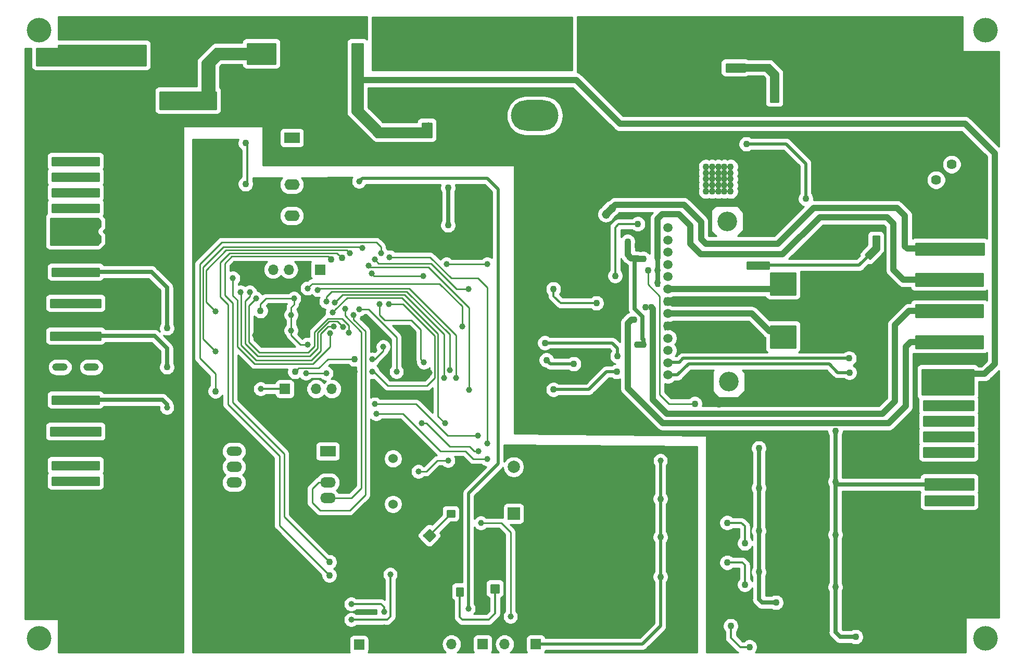
<source format=gbl>
G04 #@! TF.GenerationSoftware,KiCad,Pcbnew,(5.1.2)-2*
G04 #@! TF.CreationDate,2020-01-17T13:49:55+07:00*
G04 #@! TF.ProjectId,ph_door_fume_hood_controller_hw,70685f64-6f6f-4725-9f66-756d655f686f,VinhTho*
G04 #@! TF.SameCoordinates,Original*
G04 #@! TF.FileFunction,Copper,L2,Bot*
G04 #@! TF.FilePolarity,Positive*
%FSLAX46Y46*%
G04 Gerber Fmt 4.6, Leading zero omitted, Abs format (unit mm)*
G04 Created by KiCad (PCBNEW (5.1.2)-2) date 2020-01-17 13:49:55*
%MOMM*%
%LPD*%
G04 APERTURE LIST*
%ADD10C,1.500000*%
%ADD11C,3.200000*%
%ADD12C,4.000000*%
%ADD13R,1.700000X1.700000*%
%ADD14O,1.700000X1.700000*%
%ADD15O,2.500000X1.250000*%
%ADD16O,7.724000X5.000000*%
%ADD17O,0.850000X0.850000*%
%ADD18O,2.999740X1.501140*%
%ADD19C,1.524000*%
%ADD20C,2.000000*%
%ADD21R,2.000000X2.000000*%
%ADD22O,2.500000X1.750000*%
%ADD23R,2.500000X1.750000*%
%ADD24O,2.524000X1.524000*%
%ADD25O,2.524000X1.724000*%
%ADD26R,2.524000X1.724000*%
%ADD27C,1.100000*%
%ADD28C,1.624000*%
%ADD29O,4.000000X2.500000*%
%ADD30C,1.000000*%
%ADD31C,0.500000*%
%ADD32C,0.700000*%
%ADD33C,1.000000*%
%ADD34C,0.254000*%
%ADD35C,0.350000*%
G04 APERTURE END LIST*
D10*
X166324000Y-70008000D03*
X166324000Y-72008000D03*
X166324000Y-74008000D03*
X166324000Y-76008000D03*
X166324000Y-78008000D03*
X166324000Y-80008000D03*
X166324000Y-82008000D03*
X166324000Y-84008000D03*
X166324000Y-86008000D03*
X166324000Y-88008000D03*
X166324000Y-90008000D03*
X166324000Y-92008000D03*
X166324000Y-94008000D03*
D11*
X176224000Y-95058000D03*
X175974000Y-68958000D03*
D12*
X64008000Y-37846000D03*
X64008000Y-136906000D03*
X217932000Y-136906000D03*
X217932000Y-37846000D03*
D13*
X109728000Y-76835000D03*
D14*
X107188000Y-76835000D03*
X104648000Y-76835000D03*
X102108000Y-76835000D03*
D15*
X72540000Y-108665000D03*
X72540000Y-111205000D03*
X67460000Y-108665000D03*
X67460000Y-111205000D03*
D16*
X144701400Y-39766000D03*
X144676000Y-51766000D03*
D17*
X100288000Y-136153000D03*
X96188000Y-136153000D03*
D18*
X208280000Y-73406000D03*
X215900000Y-73406000D03*
X208280000Y-78486000D03*
X215900000Y-78486000D03*
X208280000Y-83566000D03*
X215900000Y-83566000D03*
X208280000Y-88646000D03*
X215900000Y-88646000D03*
X73660000Y-46736000D03*
X66040000Y-46736000D03*
X73660000Y-41656000D03*
X66040000Y-41656000D03*
D15*
X67460000Y-82313500D03*
X67460000Y-79773500D03*
X67460000Y-77233500D03*
X72540000Y-82313500D03*
X72540000Y-79773500D03*
X72540000Y-77233500D03*
D14*
X111633000Y-96266000D03*
X109093000Y-96266000D03*
X106553000Y-96266000D03*
D13*
X104013000Y-96266000D03*
D19*
X121596000Y-115032000D03*
X121596000Y-107632000D03*
D20*
X141224000Y-108986000D03*
D21*
X141224000Y-116586000D03*
D22*
X105156000Y-68072000D03*
X105156000Y-65532000D03*
X105156000Y-62992000D03*
X105156000Y-57912000D03*
D23*
X105156000Y-55372000D03*
D24*
X95758000Y-106426000D03*
D25*
X95758000Y-108966000D03*
X95758000Y-111506000D03*
X110998000Y-114046000D03*
X110998000Y-111506000D03*
X110998000Y-108966000D03*
D26*
X110998000Y-106426000D03*
D27*
X176503000Y-60087000D03*
X175503000Y-60087000D03*
X174503000Y-60087000D03*
X173503000Y-60087000D03*
X172503000Y-60087000D03*
X176503000Y-61087000D03*
X175503000Y-61087000D03*
X174503000Y-61087000D03*
X173503000Y-61087000D03*
X172503000Y-61087000D03*
X176503000Y-62087000D03*
X175503000Y-62087000D03*
X174503000Y-62087000D03*
X173503000Y-62087000D03*
X172503000Y-62087000D03*
X176503000Y-63087000D03*
X175503000Y-63087000D03*
X174503000Y-63087000D03*
X173503000Y-63087000D03*
X172503000Y-63087000D03*
X172503000Y-64087000D03*
X173503000Y-64087000D03*
X174503000Y-64087000D03*
X175503000Y-64087000D03*
X176503000Y-64087000D03*
D14*
X131113000Y-137841000D03*
X133653000Y-137841000D03*
D13*
X136193000Y-137841000D03*
D14*
X139749000Y-137841000D03*
X142289000Y-137841000D03*
D13*
X144829000Y-137841000D03*
D15*
X67460000Y-103141500D03*
X67460000Y-100601500D03*
X67460000Y-98061500D03*
X72540000Y-103141500D03*
X72540000Y-100601500D03*
X72540000Y-98061500D03*
X67460000Y-92727500D03*
X67460000Y-90187500D03*
X67460000Y-87647500D03*
X72540000Y-92727500D03*
X72540000Y-90187500D03*
X72540000Y-87647500D03*
D28*
X212470000Y-59690000D03*
X209930000Y-62230000D03*
X209930000Y-57150000D03*
D29*
X78232000Y-41656000D03*
X100232000Y-41656000D03*
D15*
X72540000Y-66802000D03*
X72540000Y-69342000D03*
X72540000Y-71882000D03*
X67460000Y-66802000D03*
X67460000Y-69342000D03*
X67460000Y-71882000D03*
X67460000Y-59182000D03*
X72540000Y-59182000D03*
X72540000Y-61722000D03*
X67460000Y-64262000D03*
X72540000Y-64262000D03*
X67460000Y-61722000D03*
X209400000Y-98922333D03*
X209400000Y-96382333D03*
X209400000Y-93842333D03*
X214480000Y-98922333D03*
X214480000Y-96382333D03*
X214480000Y-93842333D03*
X214480000Y-106542333D03*
X209400000Y-106542333D03*
X209400000Y-104002333D03*
X214480000Y-101462333D03*
X209400000Y-101462333D03*
X214480000Y-104002333D03*
X209402000Y-114381666D03*
X209402000Y-111841666D03*
X214482000Y-114381666D03*
X214482000Y-111841666D03*
D13*
X116078000Y-137922000D03*
D14*
X113538000Y-137922000D03*
D30*
X128270000Y-69723000D03*
X135890000Y-68453000D03*
X127381000Y-98679000D03*
X127508000Y-93599000D03*
X102997000Y-86741000D03*
X124841000Y-88265000D03*
X102997000Y-84201000D03*
X130619500Y-109982000D03*
X128524000Y-128905000D03*
X130429000Y-124841000D03*
X120142000Y-135128000D03*
X114046000Y-123063000D03*
X119126000Y-124587000D03*
D27*
X115316000Y-93472000D03*
X113030000Y-93472000D03*
X91948000Y-71374000D03*
X92710000Y-65278000D03*
D30*
X159004000Y-112268000D03*
X159004000Y-110998000D03*
X159004000Y-113538000D03*
D27*
X98425000Y-67437000D03*
X90297000Y-58039000D03*
X90297000Y-59436000D03*
X96647000Y-60706000D03*
X98806000Y-71120000D03*
X103378000Y-78740000D03*
X90805000Y-100965000D03*
X92075000Y-100965000D03*
X114808000Y-100457000D03*
X114808000Y-101727000D03*
X114808000Y-102997000D03*
X111760000Y-70358000D03*
D30*
X149860000Y-119126000D03*
X149860000Y-120523000D03*
X149860000Y-121920000D03*
X151257000Y-119126000D03*
X151257000Y-120523000D03*
X151257000Y-121920000D03*
X136017000Y-121412000D03*
X136017000Y-122682000D03*
X136017000Y-123952000D03*
X123698000Y-125349000D03*
X123698000Y-126619000D03*
X123698000Y-127889000D03*
X123698000Y-129159000D03*
X124460000Y-137160000D03*
X125857000Y-137160000D03*
X125095000Y-138303000D03*
X94996000Y-121920000D03*
X96520000Y-121920000D03*
X98044000Y-121920000D03*
X94996000Y-123444000D03*
X96520000Y-123444000D03*
X98044000Y-123444000D03*
X116078000Y-117856000D03*
X117094000Y-118872000D03*
X117602000Y-117602000D03*
X101727000Y-88646000D03*
X99187000Y-87503000D03*
X107442000Y-86995000D03*
X97629000Y-78232000D03*
X121031000Y-73025000D03*
X122555000Y-73025000D03*
X135636000Y-70231000D03*
X136906000Y-70231000D03*
X118491000Y-89916000D03*
X118999000Y-95885000D03*
D27*
X181864000Y-138684000D03*
X191897000Y-137541000D03*
X186944000Y-134620000D03*
X153670000Y-80772000D03*
X159893000Y-98806000D03*
X164592000Y-50038000D03*
X164592000Y-47244000D03*
X164592000Y-48641000D03*
D30*
X183642000Y-125730000D03*
X178816000Y-105918000D03*
X183642000Y-105156000D03*
X158115000Y-85852000D03*
D27*
X145034000Y-75946000D03*
X162306000Y-73025000D03*
X159766000Y-61214000D03*
X162052000Y-61214000D03*
X152400000Y-71628000D03*
X152400000Y-73025000D03*
X153670000Y-72390000D03*
D30*
X148590000Y-84582000D03*
X148590000Y-85852000D03*
X158115000Y-83312000D03*
X155956000Y-83566000D03*
X155956000Y-91440000D03*
X154051000Y-99568000D03*
X155575000Y-97536000D03*
X166370000Y-96139000D03*
X188468000Y-129667000D03*
X188468000Y-130937000D03*
X189865000Y-79946500D03*
X189865000Y-81216500D03*
X189865000Y-82486500D03*
X189865000Y-78676500D03*
D27*
X186436000Y-50800000D03*
X187833000Y-50800000D03*
X189230000Y-50800000D03*
X172593000Y-48133000D03*
X174117000Y-48133000D03*
X175641000Y-48133000D03*
X179070000Y-86614000D03*
X179070000Y-88138000D03*
X179070000Y-89662000D03*
X172466000Y-86868000D03*
X172466000Y-88392000D03*
X172466000Y-89916000D03*
X142494000Y-83820000D03*
X142494000Y-82296000D03*
X142494000Y-92202000D03*
X142494000Y-93726000D03*
X143764000Y-92964000D03*
X162306000Y-70993000D03*
X180594000Y-95250000D03*
X180594000Y-96774000D03*
X174625000Y-98806000D03*
D30*
X169926000Y-95631000D03*
X171450000Y-95631000D03*
D27*
X151003000Y-92202000D03*
X151003000Y-92202000D03*
X146558000Y-91567000D03*
X161290000Y-89027000D03*
X162306000Y-89027000D03*
X162306000Y-75057000D03*
X161290000Y-75008000D03*
X159766000Y-72263000D03*
X159766000Y-73533000D03*
X160084500Y-74738500D03*
D30*
X116078000Y-83312000D03*
X122174000Y-93472000D03*
D27*
X130556000Y-63500000D03*
X130556000Y-69596000D03*
X165100000Y-114173000D03*
D30*
X138176000Y-128778000D03*
X132448300Y-129235200D03*
X127508000Y-120142000D03*
X131064000Y-116586000D03*
X105500500Y-81534000D03*
X105038000Y-84201000D03*
X105038000Y-86741000D03*
X100076000Y-96266000D03*
D27*
X115316000Y-91440000D03*
X105664000Y-93472000D03*
X100060000Y-83550000D03*
D30*
X107696000Y-89027000D03*
X120015000Y-89408000D03*
X118237000Y-91440000D03*
X165100000Y-107950000D03*
D27*
X97629000Y-56245000D03*
X97629000Y-62891333D03*
X165100000Y-120405002D03*
X165100000Y-126873000D03*
D30*
X118237000Y-93472000D03*
X120904000Y-82423000D03*
X119380000Y-82423000D03*
X126619000Y-91948000D03*
X135890000Y-118110000D03*
X140716000Y-133350000D03*
D27*
X200152000Y-73406000D03*
X180848000Y-76136500D03*
D30*
X182118000Y-76136500D03*
D27*
X199136000Y-74422000D03*
X200152000Y-71882000D03*
D30*
X179705004Y-76200000D03*
D27*
X176530000Y-43933000D03*
X176530000Y-43933000D03*
X183642000Y-47625000D03*
D30*
X177936000Y-43933000D03*
X183642000Y-48895000D03*
X114808000Y-133858000D03*
X121158000Y-126492000D03*
X116078000Y-62484000D03*
X133858000Y-132080000D03*
X111355301Y-87164381D03*
X95579000Y-78231986D03*
X96774000Y-80518000D03*
X111941018Y-86117021D03*
X119634000Y-74168000D03*
D27*
X92730000Y-96642852D03*
D30*
X113515883Y-86214049D03*
X98298000Y-80518000D03*
X116586000Y-73343830D03*
X92729986Y-90144685D03*
X114427000Y-87121996D03*
X99314000Y-81534000D03*
X92729972Y-83646520D03*
X114553992Y-74168000D03*
D27*
X195834000Y-93599000D03*
D30*
X126238000Y-101854000D03*
X135509000Y-106426002D03*
X118872000Y-100330000D03*
X136906000Y-107696000D03*
X136906000Y-105156000D03*
X121031000Y-74803000D03*
D27*
X178816000Y-121412000D03*
X175958000Y-118079520D03*
X178816000Y-128152000D03*
X175958000Y-124556520D03*
X146304000Y-88773000D03*
X158109000Y-90932000D03*
X179578000Y-138303000D03*
X179578000Y-138303000D03*
X176530000Y-134874000D03*
X157226000Y-66802000D03*
X156210000Y-67818000D03*
X156718000Y-67310000D03*
X164592000Y-74930000D03*
X164592000Y-76962000D03*
X164592000Y-78994000D03*
X163575928Y-82931000D03*
X162687000Y-82931000D03*
X160782000Y-84963000D03*
D30*
X84836000Y-99314000D03*
D27*
X84836000Y-92710000D03*
X84836000Y-86360000D03*
X120396000Y-43688000D03*
X123444000Y-43688000D03*
X128016000Y-43688000D03*
X124968000Y-43688000D03*
X118872000Y-43688000D03*
X121920000Y-43688000D03*
X126492000Y-43688000D03*
X120396000Y-42164000D03*
X123444000Y-42164000D03*
X128016000Y-42164000D03*
X124968000Y-42164000D03*
X118872000Y-42164000D03*
X121920000Y-42164000D03*
X126492000Y-42164000D03*
X120396000Y-40640000D03*
X123444000Y-40640000D03*
X128016000Y-40640000D03*
X124968000Y-40640000D03*
X118872000Y-40640000D03*
X121920000Y-40640000D03*
X126492000Y-40640000D03*
X120396000Y-39116000D03*
X123444000Y-39116000D03*
X128016000Y-39116000D03*
X124968000Y-39116000D03*
X118872000Y-39116000D03*
X121920000Y-39116000D03*
X126492000Y-39116000D03*
X128016000Y-37592000D03*
X126492000Y-37592000D03*
X124968000Y-37592000D03*
X123444000Y-37592000D03*
X121920000Y-37592000D03*
X120396000Y-37592000D03*
X118872000Y-37592000D03*
D30*
X115189000Y-84201000D03*
X113792000Y-83185000D03*
D27*
X179070000Y-56388000D03*
X188722000Y-65297990D03*
D30*
X132842000Y-86106000D03*
X107696000Y-79883000D03*
D27*
X163068000Y-76962000D03*
X170688000Y-98679000D03*
X147701000Y-80010000D03*
X154686000Y-82296000D03*
D30*
X133858000Y-80010000D03*
X118618000Y-75184000D03*
D27*
X185945500Y-86868024D03*
X184531000Y-86550500D03*
X185945500Y-88438000D03*
X183642000Y-87820500D03*
X184594500Y-88963500D03*
X147701000Y-96384000D03*
X157988000Y-93472000D03*
X157734000Y-77851000D03*
X161417000Y-69405500D03*
D30*
X133985000Y-96393000D03*
X117602000Y-76200000D03*
D27*
X185945486Y-78994014D03*
X184404000Y-77978000D03*
X184404000Y-80264000D03*
X183578500Y-79057500D03*
X195782000Y-91297000D03*
X111252000Y-126619000D03*
X113284000Y-74930000D03*
X111252000Y-124460000D03*
X111506002Y-75184000D03*
D30*
X110744000Y-93726000D03*
X107442000Y-93737021D03*
X125730000Y-109728000D03*
X130556000Y-107950000D03*
X114808000Y-131318000D03*
X120142000Y-132588000D03*
X135382000Y-103886000D03*
X118618000Y-98742500D03*
X130048000Y-101854000D03*
X111760000Y-83820000D03*
X129921000Y-94488000D03*
X112141000Y-82169000D03*
X110744000Y-82042000D03*
X130810000Y-93218000D03*
X131826000Y-94488000D03*
X109347000Y-80137006D03*
X130302000Y-75946000D03*
X136906000Y-75946000D03*
X118110000Y-77470000D03*
X126491996Y-77851000D03*
D27*
X181102000Y-105918000D03*
X115824000Y-42164000D03*
X127000000Y-54610000D03*
X181102000Y-112395000D03*
X181102000Y-119380000D03*
X181102000Y-126102018D03*
X193548000Y-120015000D03*
X193548000Y-128524000D03*
X183896000Y-131064000D03*
X196850000Y-136652000D03*
X115824000Y-40640000D03*
D30*
X127381000Y-53340000D03*
D27*
X193548000Y-111379000D03*
X193548000Y-103104010D03*
D31*
X151003000Y-92202000D02*
X147193000Y-92202000D01*
X147193000Y-92202000D02*
X146558000Y-91567000D01*
X146558000Y-91567000D02*
X146558000Y-91567000D01*
X162306000Y-75057000D02*
X162306000Y-75057000D01*
D32*
X162306000Y-88249183D02*
X162306000Y-89027000D01*
X162179000Y-88122183D02*
X162306000Y-88249183D01*
X162179000Y-84455000D02*
X162179000Y-88122183D01*
X160909000Y-83185000D02*
X162179000Y-84455000D01*
D33*
X162306000Y-75057000D02*
X160909000Y-75057000D01*
D32*
X160909000Y-75057000D02*
X160909000Y-83185000D01*
D33*
X159766000Y-74422000D02*
X159766000Y-73533000D01*
X161339000Y-75008000D02*
X160352000Y-75008000D01*
X160352000Y-75008000D02*
X159766000Y-74422000D01*
X159766000Y-72390000D02*
X159766000Y-72263000D01*
X159766000Y-73533000D02*
X159766000Y-72390000D01*
X162306000Y-89027000D02*
X161290000Y-89027000D01*
D34*
X122174000Y-92764894D02*
X122174000Y-93472000D01*
X122174000Y-87884000D02*
X122174000Y-92764894D01*
X116078000Y-83312000D02*
X117602000Y-83312000D01*
X117602000Y-83312000D02*
X122174000Y-87884000D01*
D31*
X165100000Y-107950000D02*
X165100000Y-107950000D01*
X165100000Y-114173000D02*
X165100000Y-114173000D01*
D32*
X130556000Y-63500000D02*
X130556000Y-69596000D01*
D35*
X138176000Y-128778000D02*
X138176000Y-132842000D01*
X138176000Y-132842000D02*
X137160000Y-133858000D01*
X137160000Y-133858000D02*
X132842000Y-133858000D01*
X132842000Y-133858000D02*
X132448300Y-133464300D01*
X132448300Y-133464300D02*
X132448300Y-129235200D01*
X132448300Y-129235200D02*
X132448300Y-129235200D01*
X127508000Y-120142000D02*
X131064000Y-116586000D01*
D34*
X105500500Y-82509000D02*
X105029000Y-82980500D01*
X105500500Y-81534000D02*
X105500500Y-82509000D01*
X105029000Y-82980500D02*
X105029000Y-84192000D01*
X105029000Y-84192000D02*
X105038000Y-84201000D01*
X105038000Y-84201000D02*
X105038000Y-86741000D01*
D35*
X104013000Y-96266000D02*
X100076000Y-96266000D01*
D34*
X100060000Y-82439000D02*
X100060000Y-83550000D01*
X105500500Y-81534000D02*
X100965000Y-81534000D01*
X100965000Y-81534000D02*
X100060000Y-82439000D01*
X106213999Y-92922001D02*
X105664000Y-93472000D01*
X111005068Y-91440000D02*
X109535057Y-92910011D01*
X106225989Y-92910011D02*
X106213999Y-92922001D01*
X115316000Y-91440000D02*
X111005068Y-91440000D01*
X109535057Y-92910011D02*
X106225989Y-92910011D01*
X106553000Y-89027000D02*
X107696000Y-89027000D01*
X105038000Y-86741000D02*
X105038000Y-87512000D01*
X105038000Y-87512000D02*
X106553000Y-89027000D01*
X120015000Y-90115106D02*
X118690106Y-91440000D01*
X120015000Y-89408000D02*
X120015000Y-90115106D01*
X118690106Y-91440000D02*
X118237000Y-91440000D01*
D31*
X165100000Y-107950000D02*
X165100000Y-114173000D01*
D35*
X97917000Y-62603333D02*
X97629000Y-62891333D01*
X97629000Y-56245000D02*
X97917000Y-56533000D01*
X97917000Y-56533000D02*
X97917000Y-62603333D01*
D31*
X165100000Y-114173000D02*
X165100000Y-120405002D01*
X165100000Y-126873000D02*
X165100000Y-120405002D01*
X165100000Y-126882000D02*
X165100000Y-126873000D01*
X165100000Y-134874000D02*
X165100000Y-126882000D01*
X144829000Y-137841000D02*
X162133000Y-137841000D01*
X162133000Y-137841000D02*
X165100000Y-134874000D01*
D34*
X120904000Y-82423000D02*
X120904000Y-82423000D01*
X120904000Y-82423000D02*
X120904000Y-82423000D01*
X118491000Y-93472000D02*
X120777000Y-95758000D01*
X120777000Y-95758000D02*
X127127000Y-95758000D01*
X123190000Y-82423000D02*
X120904000Y-82423000D01*
X118237000Y-93472000D02*
X118491000Y-93472000D01*
X127127000Y-95758000D02*
X128397000Y-94488000D01*
X128397000Y-94488000D02*
X128397000Y-87630000D01*
X128397000Y-87630000D02*
X123190000Y-82423000D01*
X135890000Y-118110000D02*
X139192000Y-118110000D01*
X139192000Y-118110000D02*
X140716000Y-119634000D01*
X140716000Y-119634000D02*
X140716000Y-133350000D01*
X140716000Y-133350000D02*
X140716000Y-133350000D01*
X126119001Y-91448001D02*
X126619000Y-91948000D01*
X126119001Y-86622001D02*
X126119001Y-91448001D01*
X124587000Y-85090000D02*
X126119001Y-86622001D01*
X120269000Y-85090000D02*
X124587000Y-85090000D01*
X119380000Y-82423000D02*
X119380000Y-84201000D01*
X119380000Y-84201000D02*
X120269000Y-85090000D01*
D31*
X200152000Y-73406000D02*
X200152000Y-73406000D01*
X181625817Y-76136500D02*
X180848000Y-76136500D01*
X200152000Y-73406000D02*
X199136000Y-74422000D01*
X182118000Y-76136500D02*
X181625817Y-76136500D01*
X197231000Y-76136500D02*
X182118000Y-76136500D01*
X199136000Y-74422000D02*
X197421500Y-76136500D01*
X197421500Y-76136500D02*
X197231000Y-76136500D01*
D33*
X176530000Y-43933000D02*
X177936000Y-43933000D01*
X182490000Y-43933000D02*
X183642000Y-45085000D01*
X183642000Y-45085000D02*
X183642000Y-47625000D01*
X183642000Y-47625000D02*
X183642000Y-47625000D01*
X177936000Y-43933000D02*
X182490000Y-43933000D01*
D35*
X114808000Y-133858000D02*
X120650000Y-133858000D01*
X120650000Y-133858000D02*
X121158000Y-133350000D01*
X121158000Y-133350000D02*
X121158000Y-126492000D01*
X121158000Y-126492000D02*
X121158000Y-126492000D01*
D31*
X133858000Y-132080000D02*
X133858000Y-132080000D01*
X133858000Y-113284000D02*
X133858000Y-132080000D01*
X138684000Y-108458000D02*
X133858000Y-113284000D01*
X138684000Y-63754000D02*
X138684000Y-108458000D01*
X136906000Y-61976000D02*
X138684000Y-63754000D01*
X116078000Y-62484000D02*
X116586000Y-61976000D01*
X116586000Y-61976000D02*
X136906000Y-61976000D01*
D34*
X96266000Y-81788000D02*
X95579000Y-81101000D01*
X95579000Y-81101000D02*
X95579000Y-78939092D01*
X95579000Y-78939092D02*
X95579000Y-78231986D01*
X99060000Y-92202000D02*
X96266000Y-89408000D01*
X108585000Y-92202000D02*
X99060000Y-92202000D01*
X111355301Y-89431699D02*
X108585000Y-92202000D01*
X111355301Y-87164381D02*
X111355301Y-89431699D01*
X96266000Y-89408000D02*
X96266000Y-81788000D01*
X96901000Y-80645000D02*
X96774000Y-80518000D01*
X96901000Y-89154000D02*
X96901000Y-80645000D01*
X111941018Y-86117021D02*
X111001115Y-86117021D01*
X109855000Y-87263136D02*
X109855000Y-90043000D01*
X109855000Y-90043000D02*
X108331000Y-91567000D01*
X111001115Y-86117021D02*
X109855000Y-87263136D01*
X108331000Y-91567000D02*
X99314000Y-91567000D01*
X99314000Y-91567000D02*
X96901000Y-89154000D01*
X92730000Y-96642852D02*
X92730000Y-96642852D01*
X119634000Y-73152000D02*
X119634000Y-74168000D01*
X92730000Y-93824332D02*
X90170000Y-91264332D01*
X92730000Y-96642852D02*
X92730000Y-93824332D01*
X90170000Y-91264332D02*
X90170000Y-75946000D01*
X90170000Y-75946000D02*
X93726000Y-72390000D01*
X93726000Y-72390000D02*
X118872000Y-72390000D01*
X118872000Y-72390000D02*
X119634000Y-73152000D01*
X98298000Y-81225106D02*
X98298000Y-80518000D01*
X97536000Y-81987106D02*
X98298000Y-81225106D01*
X97536000Y-88900000D02*
X97536000Y-81987106D01*
X112591845Y-85290011D02*
X111186057Y-85290011D01*
X113515883Y-86214049D02*
X112591845Y-85290011D01*
X111186057Y-85290011D02*
X109347000Y-87129068D01*
X109347000Y-87129068D02*
X109347000Y-89662000D01*
X109347000Y-89662000D02*
X108077000Y-90932000D01*
X99568000Y-90932000D02*
X97536000Y-88900000D01*
X108077000Y-90932000D02*
X99568000Y-90932000D01*
X92229987Y-89644686D02*
X92729986Y-90144685D01*
X90678000Y-88092699D02*
X92229987Y-89644686D01*
X90678000Y-76454000D02*
X90678000Y-88092699D01*
X93980000Y-73152000D02*
X90678000Y-76454000D01*
X116586000Y-73343830D02*
X116394170Y-73152000D01*
X116394170Y-73152000D02*
X93980000Y-73152000D01*
X98171000Y-88646000D02*
X99822000Y-90297000D01*
X108839000Y-89281000D02*
X108839000Y-86995000D01*
X110998000Y-84836000D02*
X113330034Y-84836000D01*
X107823000Y-90297000D02*
X108839000Y-89281000D01*
X108839000Y-86995000D02*
X110998000Y-84836000D01*
X99822000Y-90297000D02*
X107823000Y-90297000D01*
X98171000Y-82677000D02*
X98171000Y-88646000D01*
X114427000Y-86414890D02*
X114427000Y-87121996D01*
X99314000Y-81534000D02*
X98171000Y-82677000D01*
X113330034Y-84836000D02*
X114427000Y-85932966D01*
X114427000Y-85932966D02*
X114427000Y-86414890D01*
X114053993Y-73668001D02*
X114553992Y-74168000D01*
X94479999Y-73668001D02*
X114053993Y-73668001D01*
X91186000Y-76962000D02*
X94479999Y-73668001D01*
X92729972Y-83646520D02*
X91186000Y-82102548D01*
X91186000Y-82102548D02*
X91186000Y-76962000D01*
D31*
X195834000Y-93599000D02*
X195834000Y-93599000D01*
X193929000Y-93599000D02*
X195834000Y-93599000D01*
X192532000Y-92202000D02*
X193929000Y-93599000D01*
X169672000Y-92202000D02*
X192532000Y-92202000D01*
X166324000Y-94008000D02*
X167866000Y-94008000D01*
X167866000Y-94008000D02*
X169672000Y-92202000D01*
D34*
X134801894Y-106426002D02*
X135509000Y-106426002D01*
X134039892Y-105664000D02*
X134801894Y-106426002D01*
X130810000Y-105664000D02*
X134039892Y-105664000D01*
X126238000Y-101854000D02*
X127000000Y-101854000D01*
X127000000Y-101854000D02*
X130810000Y-105664000D01*
X123190000Y-100330000D02*
X118872000Y-100330000D01*
X129286000Y-106426000D02*
X123190000Y-100330000D01*
X133350000Y-106426000D02*
X129286000Y-106426000D01*
X134620000Y-107696000D02*
X133350000Y-106426000D01*
X136906000Y-107696000D02*
X134620000Y-107696000D01*
X136906000Y-105156000D02*
X136906000Y-105156000D01*
X135382000Y-78232000D02*
X131064000Y-78232000D01*
X136906000Y-105156000D02*
X136906000Y-79756000D01*
X136906000Y-79756000D02*
X135382000Y-78232000D01*
X131064000Y-78232000D02*
X127635000Y-74803000D01*
X127635000Y-74803000D02*
X121738106Y-74803000D01*
X121738106Y-74803000D02*
X121031000Y-74803000D01*
D35*
X178816000Y-121412000D02*
X178816000Y-118618000D01*
X178816000Y-118618000D02*
X178277520Y-118079520D01*
X178277520Y-118079520D02*
X175958000Y-118079520D01*
X178816000Y-128152000D02*
X178816000Y-124968000D01*
X178816000Y-124968000D02*
X178404520Y-124556520D01*
X178404520Y-124556520D02*
X175958000Y-124556520D01*
D31*
X157226000Y-88773000D02*
X146304000Y-88773000D01*
X158115000Y-89662000D02*
X157226000Y-88773000D01*
X158109000Y-90932000D02*
X158115000Y-90926000D01*
X158115000Y-90926000D02*
X158115000Y-89662000D01*
D35*
X176530000Y-136779000D02*
X176530000Y-134874000D01*
X179578000Y-138303000D02*
X178054000Y-138303000D01*
X178054000Y-138303000D02*
X176530000Y-136779000D01*
D33*
X204851000Y-73025000D02*
X205232000Y-73406000D01*
X203581000Y-66802000D02*
X204851000Y-68072000D01*
X205232000Y-73406000D02*
X208280000Y-73406000D01*
X189992000Y-66802000D02*
X203581000Y-66802000D01*
X157734000Y-66294000D02*
X168910000Y-66294000D01*
X157226000Y-66802000D02*
X157734000Y-66294000D01*
X204851000Y-68072000D02*
X204851000Y-73025000D01*
X168910000Y-66294000D02*
X171704000Y-69088000D01*
X171704000Y-69088000D02*
X171704000Y-71882000D01*
X171704000Y-71882000D02*
X172466000Y-72644000D01*
X184150000Y-72644000D02*
X189992000Y-66802000D01*
X172466000Y-72644000D02*
X184150000Y-72644000D01*
X202946000Y-76835000D02*
X204597000Y-78486000D01*
X201930000Y-68326000D02*
X202946000Y-69342000D01*
X164592000Y-68580000D02*
X165354000Y-67818000D01*
X171640500Y-74358500D02*
X184975500Y-74358500D01*
X164592000Y-74930000D02*
X164592000Y-68580000D01*
X184975500Y-74358500D02*
X191008000Y-68326000D01*
X165354000Y-67818000D02*
X168084500Y-67818000D01*
X191008000Y-68326000D02*
X201930000Y-68326000D01*
X168084500Y-67818000D02*
X169926000Y-69659500D01*
X204597000Y-78486000D02*
X208280000Y-78486000D01*
X169926000Y-69659500D02*
X169926000Y-72644000D01*
X202946000Y-69342000D02*
X202946000Y-76835000D01*
X169926000Y-72644000D02*
X171640500Y-74358500D01*
X163830000Y-83185072D02*
X163575928Y-82931000D01*
X163830000Y-98044000D02*
X163830000Y-83185072D01*
X205486000Y-83566000D02*
X203200000Y-85852000D01*
X208280000Y-83566000D02*
X205486000Y-83566000D01*
X203200000Y-85852000D02*
X203200000Y-98298000D01*
X203200000Y-98298000D02*
X201168000Y-100330000D01*
X201168000Y-100330000D02*
X166116000Y-100330000D01*
X166116000Y-100330000D02*
X163830000Y-98044000D01*
X160782000Y-84963000D02*
X160377275Y-84963000D01*
X205740000Y-88646000D02*
X208280000Y-88646000D01*
X204978000Y-89408000D02*
X205740000Y-88646000D01*
X159766000Y-85582183D02*
X159766000Y-96139000D01*
X160385183Y-84963000D02*
X159766000Y-85582183D01*
X159766000Y-96139000D02*
X165481000Y-101854000D01*
X165481000Y-101854000D02*
X202184000Y-101854000D01*
X202184000Y-101854000D02*
X204978000Y-99060000D01*
X204978000Y-99060000D02*
X204978000Y-89408000D01*
D32*
X72540000Y-98061500D02*
X84091500Y-98061500D01*
X84091500Y-98061500D02*
X84836000Y-98806000D01*
X84836000Y-98806000D02*
X84836000Y-99314000D01*
X84836000Y-99314000D02*
X84836000Y-99314000D01*
X72540000Y-87647500D02*
X82821500Y-87647500D01*
X82821500Y-87647500D02*
X84836000Y-89662000D01*
X84836000Y-89662000D02*
X84836000Y-92710000D01*
X84836000Y-92710000D02*
X84836000Y-92710000D01*
X84836000Y-86360000D02*
X84836000Y-86360000D01*
X72540000Y-77233500D02*
X82313500Y-77233500D01*
X84836000Y-79756000D02*
X84836000Y-86360000D01*
X82313500Y-77233500D02*
X84836000Y-79756000D01*
D34*
X115189000Y-84963000D02*
X115189000Y-84201000D01*
X117094000Y-86868000D02*
X115189000Y-84963000D01*
X117094000Y-113538000D02*
X117094000Y-86868000D01*
X109482000Y-111506000D02*
X108458000Y-112530000D01*
X110998000Y-111506000D02*
X109482000Y-111506000D01*
X108458000Y-112530000D02*
X108458000Y-114808000D01*
X108458000Y-114808000D02*
X109728000Y-116078000D01*
X109728000Y-116078000D02*
X114554000Y-116078000D01*
X114554000Y-116078000D02*
X117094000Y-113538000D01*
X113792000Y-84328000D02*
X113792000Y-83185000D01*
X116459000Y-86995000D02*
X113792000Y-84328000D01*
X116459000Y-112395000D02*
X116459000Y-86995000D01*
X110998000Y-114046000D02*
X114808000Y-114046000D01*
X114808000Y-114046000D02*
X116459000Y-112395000D01*
D31*
X188722000Y-65532000D02*
X188722000Y-65532000D01*
X188722000Y-59563000D02*
X188722000Y-65297990D01*
X179070000Y-56388000D02*
X185547000Y-56388000D01*
X185547000Y-56388000D02*
X188722000Y-59563000D01*
D34*
X132842000Y-86106000D02*
X132842000Y-86106000D01*
X108195999Y-79383001D02*
X107696000Y-79883000D01*
X108458000Y-79121000D02*
X108195999Y-79383001D01*
X129159000Y-79121000D02*
X108458000Y-79121000D01*
X132842000Y-86106000D02*
X132842000Y-82804000D01*
X132842000Y-82804000D02*
X129159000Y-79121000D01*
D31*
X170688000Y-98679000D02*
X170688000Y-98679000D01*
D34*
X169910183Y-98679000D02*
X170688000Y-98679000D01*
X166497000Y-98679000D02*
X169910183Y-98679000D01*
X164973000Y-97155000D02*
X166497000Y-98679000D01*
X164973000Y-81153000D02*
X164973000Y-97155000D01*
X163068000Y-76962000D02*
X163068000Y-79248000D01*
X163068000Y-79248000D02*
X164973000Y-81153000D01*
D35*
X148844000Y-82296000D02*
X154686000Y-82296000D01*
X147701000Y-80010000D02*
X147701000Y-81153000D01*
X147701000Y-81153000D02*
X148844000Y-82296000D01*
D34*
X133858000Y-80010000D02*
X133858000Y-80010000D01*
X119253000Y-75819000D02*
X118618000Y-75184000D01*
X127762000Y-75819000D02*
X119253000Y-75819000D01*
X133858000Y-80010000D02*
X131953000Y-80010000D01*
X131953000Y-80010000D02*
X127762000Y-75819000D01*
D33*
X182816524Y-86868024D02*
X184022976Y-86868024D01*
X166324000Y-84008000D02*
X179956500Y-84008000D01*
X179956500Y-84008000D02*
X182816524Y-86868024D01*
X184022976Y-86868024D02*
X185945500Y-86868024D01*
D31*
X157988000Y-93472000D02*
X157988000Y-93472000D01*
X156337000Y-93472000D02*
X157988000Y-93472000D01*
X147701000Y-96384000D02*
X153425000Y-96384000D01*
X153425000Y-96384000D02*
X156337000Y-93472000D01*
X157734000Y-77851000D02*
X157734000Y-77851000D01*
D35*
X158305500Y-69405500D02*
X161417000Y-69405500D01*
X157734000Y-77851000D02*
X157734000Y-69977000D01*
X157734000Y-69977000D02*
X158305500Y-69405500D01*
D34*
X133985000Y-96393000D02*
X133985000Y-96393000D01*
X117856000Y-76454000D02*
X117602000Y-76200000D01*
X127381000Y-76454000D02*
X117856000Y-76454000D01*
X133985000Y-96393000D02*
X133985000Y-83058000D01*
X133985000Y-83058000D02*
X127381000Y-76454000D01*
D33*
X184931500Y-80008000D02*
X185945486Y-78994014D01*
X166324000Y-80008000D02*
X183707500Y-80008000D01*
X183707500Y-80008000D02*
X184912000Y-80008000D01*
D31*
X195834000Y-91186000D02*
X195834000Y-91186000D01*
X166384000Y-91948000D02*
X166324000Y-92008000D01*
X168148000Y-91948000D02*
X166384000Y-91948000D01*
X195782000Y-91297000D02*
X168799000Y-91297000D01*
X168799000Y-91297000D02*
X168148000Y-91948000D01*
D34*
X112480001Y-74126001D02*
X112734001Y-74380001D01*
X95037999Y-74126001D02*
X112480001Y-74126001D01*
X93472000Y-75692000D02*
X95037999Y-74126001D01*
X103124000Y-118491000D02*
X103124000Y-107188000D01*
X112734001Y-74380001D02*
X113284000Y-74930000D01*
X103124000Y-107188000D02*
X94742000Y-98806000D01*
X94742000Y-98806000D02*
X94742000Y-82550000D01*
X111252000Y-126619000D02*
X103124000Y-118491000D01*
X94742000Y-82550000D02*
X93472000Y-81280000D01*
X93472000Y-81280000D02*
X93472000Y-75692000D01*
X110998002Y-74676000D02*
X111506002Y-75184000D01*
X95377000Y-74676000D02*
X110998002Y-74676000D01*
X103886000Y-117094000D02*
X103886000Y-106807000D01*
X111252000Y-124460000D02*
X103886000Y-117094000D01*
X103886000Y-106807000D02*
X95504000Y-98425000D01*
X95504000Y-98425000D02*
X95504000Y-82296000D01*
X95504000Y-82296000D02*
X94234000Y-81026000D01*
X94234000Y-75819000D02*
X95377000Y-74676000D01*
X94234000Y-81026000D02*
X94234000Y-75819000D01*
X107453021Y-93726000D02*
X107442000Y-93737021D01*
X110744000Y-93726000D02*
X107453021Y-93726000D01*
X128778000Y-107950000D02*
X130556000Y-107950000D01*
X125730000Y-109728000D02*
X127000000Y-109728000D01*
X127000000Y-109728000D02*
X128778000Y-107950000D01*
D35*
X120142000Y-132588000D02*
X120142000Y-132588000D01*
X120142000Y-131826000D02*
X120142000Y-132588000D01*
X114808000Y-131318000D02*
X119634000Y-131318000D01*
X119634000Y-131318000D02*
X120142000Y-131826000D01*
D34*
X119325106Y-98742500D02*
X118618000Y-98742500D01*
X130492500Y-103886000D02*
X125349000Y-98742500D01*
X125349000Y-98742500D02*
X119325106Y-98742500D01*
X135382000Y-103886000D02*
X130492500Y-103886000D01*
X130048000Y-101854000D02*
X130048000Y-101854000D01*
X114173000Y-81407000D02*
X112259999Y-83320001D01*
X123063000Y-81407000D02*
X114173000Y-81407000D01*
X128905000Y-87249000D02*
X123063000Y-81407000D01*
X128905000Y-100711000D02*
X128905000Y-87249000D01*
X130048000Y-101854000D02*
X128905000Y-100711000D01*
X112259999Y-83320001D02*
X111760000Y-83820000D01*
X129921000Y-94488000D02*
X129921000Y-94488000D01*
X113411000Y-80899000D02*
X112640999Y-81669001D01*
X129921000Y-94488000D02*
X129921000Y-87376000D01*
X123444000Y-80899000D02*
X113411000Y-80899000D01*
X112640999Y-81669001D02*
X112141000Y-82169000D01*
X129921000Y-87376000D02*
X123444000Y-80899000D01*
X130810000Y-93218000D02*
X130810000Y-93218000D01*
X130810000Y-93218000D02*
X130556000Y-93472000D01*
X130810000Y-87376000D02*
X130810000Y-93218000D01*
X123825000Y-80391000D02*
X130810000Y-87376000D01*
X111633000Y-80391000D02*
X123825000Y-80391000D01*
X110744000Y-82042000D02*
X110744000Y-81280000D01*
X110744000Y-81280000D02*
X111633000Y-80391000D01*
X131826000Y-94488000D02*
X131826000Y-94488000D01*
X109601006Y-79883000D02*
X109347000Y-80137006D01*
X124206000Y-79883000D02*
X109601006Y-79883000D01*
X131826000Y-94488000D02*
X131826000Y-87503000D01*
X131826000Y-87503000D02*
X124206000Y-79883000D01*
X130302000Y-75946000D02*
X136906000Y-75946000D01*
X136906000Y-75946000D02*
X136906000Y-75946000D01*
X118491000Y-77851000D02*
X126491996Y-77851000D01*
X118110000Y-77470000D02*
X118491000Y-77851000D01*
D33*
X127000000Y-54610000D02*
X127000000Y-54610000D01*
X127000000Y-54610000D02*
X127000000Y-54610000D01*
D32*
X181102000Y-105918000D02*
X181102000Y-112395000D01*
X181102000Y-112395000D02*
X181102000Y-112395000D01*
X181102000Y-112395000D02*
X181102000Y-119380000D01*
X181102000Y-119380000D02*
X181102000Y-119380000D01*
X181102000Y-125984000D02*
X181102000Y-125984000D01*
X181102000Y-119380000D02*
X181102000Y-126102018D01*
X193548000Y-111379000D02*
X193548000Y-111379000D01*
X193548000Y-111379000D02*
X193548000Y-112156817D01*
X193548000Y-112156817D02*
X193548000Y-120015000D01*
X193548000Y-120015000D02*
X193548000Y-120015000D01*
X193548000Y-120015000D02*
X193548000Y-128524000D01*
X193548000Y-128524000D02*
X193548000Y-128524000D01*
X181102000Y-126102018D02*
X181102000Y-130556000D01*
X181102000Y-130556000D02*
X181610000Y-131064000D01*
X181610000Y-131064000D02*
X183896000Y-131064000D01*
X183896000Y-131064000D02*
X183896000Y-131064000D01*
X193548000Y-128524000D02*
X193548000Y-135890000D01*
X193548000Y-135890000D02*
X194310000Y-136652000D01*
X194310000Y-136652000D02*
X196850000Y-136652000D01*
X196850000Y-136652000D02*
X196850000Y-136652000D01*
D33*
X119380000Y-54610000D02*
X127000000Y-54610000D01*
X115824000Y-51054000D02*
X119380000Y-54610000D01*
X115824000Y-45974000D02*
X115824000Y-51054000D01*
X115824000Y-42164000D02*
X115824000Y-45974000D01*
X217815667Y-93842333D02*
X214480000Y-93842333D01*
X151384000Y-45974000D02*
X158496000Y-53086000D01*
X115824000Y-45974000D02*
X151384000Y-45974000D01*
X158496000Y-53086000D02*
X214630000Y-53086000D01*
X214630000Y-53086000D02*
X219456000Y-57912000D01*
X219456000Y-57912000D02*
X219456000Y-92202000D01*
X219456000Y-92202000D02*
X217815667Y-93842333D01*
D32*
X194010666Y-111841666D02*
X209402000Y-111841666D01*
X193548000Y-111379000D02*
X194010666Y-111841666D01*
X193548000Y-111379000D02*
X193548000Y-103104010D01*
D34*
G36*
X117358000Y-39334977D02*
G01*
X117257789Y-39252735D01*
X117127778Y-39183243D01*
X116986708Y-39140449D01*
X116840000Y-39126000D01*
X114808000Y-39126000D01*
X114661292Y-39140449D01*
X114520222Y-39183243D01*
X114390211Y-39252735D01*
X114276256Y-39346256D01*
X114182735Y-39460211D01*
X114113243Y-39590222D01*
X114070449Y-39731292D01*
X114056000Y-39878000D01*
X114056000Y-51308000D01*
X114070449Y-51454708D01*
X114113243Y-51595778D01*
X114182735Y-51725789D01*
X114276256Y-51839744D01*
X118340256Y-55903744D01*
X118454211Y-55997265D01*
X118584222Y-56066757D01*
X118725292Y-56109551D01*
X118872000Y-56124000D01*
X128016000Y-56124000D01*
X128162708Y-56109551D01*
X128303778Y-56066757D01*
X128433789Y-55997265D01*
X128547744Y-55903744D01*
X128641265Y-55789789D01*
X128710757Y-55659778D01*
X128753551Y-55518708D01*
X128768000Y-55372000D01*
X128768000Y-52832000D01*
X128753551Y-52685292D01*
X128710757Y-52544222D01*
X128641265Y-52414211D01*
X128547744Y-52300256D01*
X128433789Y-52206735D01*
X128303778Y-52137243D01*
X128162708Y-52094449D01*
X128016000Y-52080000D01*
X126238000Y-52080000D01*
X126091292Y-52094449D01*
X125950222Y-52137243D01*
X125820211Y-52206735D01*
X125706256Y-52300256D01*
X125612735Y-52414211D01*
X125543243Y-52544222D01*
X125500449Y-52685292D01*
X125486000Y-52832000D01*
X125486000Y-52842000D01*
X119945488Y-52842000D01*
X118869488Y-51766000D01*
X140046265Y-51766000D01*
X140109054Y-52403503D01*
X140295007Y-53016508D01*
X140596978Y-53581456D01*
X141003362Y-54076638D01*
X141498544Y-54483022D01*
X142063492Y-54784993D01*
X142676497Y-54970946D01*
X143154241Y-55018000D01*
X146197759Y-55018000D01*
X146675503Y-54970946D01*
X147288508Y-54784993D01*
X147853456Y-54483022D01*
X148348638Y-54076638D01*
X148755022Y-53581456D01*
X149056993Y-53016508D01*
X149242946Y-52403503D01*
X149305735Y-51766000D01*
X149242946Y-51128497D01*
X149056993Y-50515492D01*
X148755022Y-49950544D01*
X148348638Y-49455362D01*
X147853456Y-49048978D01*
X147288508Y-48747007D01*
X146675503Y-48561054D01*
X146197759Y-48514000D01*
X143154241Y-48514000D01*
X142676497Y-48561054D01*
X142063492Y-48747007D01*
X141498544Y-49048978D01*
X141003362Y-49455362D01*
X140596978Y-49950544D01*
X140295007Y-50515492D01*
X140109054Y-51128497D01*
X140046265Y-51766000D01*
X118869488Y-51766000D01*
X117592000Y-50488512D01*
X117592000Y-47226000D01*
X150865405Y-47226000D01*
X157567213Y-53927808D01*
X157606419Y-53975581D01*
X157797061Y-54132036D01*
X158014562Y-54248293D01*
X158250565Y-54319884D01*
X158434502Y-54338000D01*
X158434504Y-54338000D01*
X158496000Y-54344057D01*
X158557496Y-54338000D01*
X214111405Y-54338000D01*
X218204000Y-58430595D01*
X218204000Y-71754692D01*
X218092778Y-71695243D01*
X217951708Y-71652449D01*
X217805000Y-71638000D01*
X206502000Y-71638000D01*
X206355292Y-71652449D01*
X206214222Y-71695243D01*
X206103000Y-71754692D01*
X206103000Y-68133495D01*
X206109057Y-68071999D01*
X206097614Y-67955818D01*
X206084884Y-67826565D01*
X206013293Y-67590562D01*
X205968308Y-67506401D01*
X205897036Y-67373060D01*
X205779783Y-67230187D01*
X205740581Y-67182419D01*
X205692814Y-67143218D01*
X204509787Y-65960192D01*
X204470581Y-65912419D01*
X204279939Y-65755964D01*
X204062438Y-65639707D01*
X203826435Y-65568116D01*
X203642498Y-65550000D01*
X203642496Y-65550000D01*
X203581000Y-65543943D01*
X203519504Y-65550000D01*
X190053496Y-65550000D01*
X190000420Y-65544772D01*
X190024000Y-65426226D01*
X190024000Y-65169754D01*
X189973965Y-64918211D01*
X189875818Y-64681262D01*
X189733330Y-64468013D01*
X189724000Y-64458683D01*
X189724000Y-62075959D01*
X208366000Y-62075959D01*
X208366000Y-62384041D01*
X208426103Y-62686202D01*
X208544001Y-62970832D01*
X208715162Y-63226992D01*
X208933008Y-63444838D01*
X209189168Y-63615999D01*
X209473798Y-63733897D01*
X209775959Y-63794000D01*
X210084041Y-63794000D01*
X210386202Y-63733897D01*
X210670832Y-63615999D01*
X210926992Y-63444838D01*
X211144838Y-63226992D01*
X211315999Y-62970832D01*
X211433897Y-62686202D01*
X211494000Y-62384041D01*
X211494000Y-62075959D01*
X211433897Y-61773798D01*
X211315999Y-61489168D01*
X211144838Y-61233008D01*
X210926992Y-61015162D01*
X210670832Y-60844001D01*
X210386202Y-60726103D01*
X210084041Y-60666000D01*
X209775959Y-60666000D01*
X209473798Y-60726103D01*
X209189168Y-60844001D01*
X208933008Y-61015162D01*
X208715162Y-61233008D01*
X208544001Y-61489168D01*
X208426103Y-61773798D01*
X208366000Y-62075959D01*
X189724000Y-62075959D01*
X189724000Y-59612215D01*
X189728847Y-59562999D01*
X189726184Y-59535959D01*
X210906000Y-59535959D01*
X210906000Y-59844041D01*
X210966103Y-60146202D01*
X211084001Y-60430832D01*
X211255162Y-60686992D01*
X211473008Y-60904838D01*
X211729168Y-61075999D01*
X212013798Y-61193897D01*
X212315959Y-61254000D01*
X212624041Y-61254000D01*
X212926202Y-61193897D01*
X213210832Y-61075999D01*
X213466992Y-60904838D01*
X213684838Y-60686992D01*
X213855999Y-60430832D01*
X213973897Y-60146202D01*
X214034000Y-59844041D01*
X214034000Y-59535959D01*
X213973897Y-59233798D01*
X213855999Y-58949168D01*
X213684838Y-58693008D01*
X213466992Y-58475162D01*
X213210832Y-58304001D01*
X212926202Y-58186103D01*
X212624041Y-58126000D01*
X212315959Y-58126000D01*
X212013798Y-58186103D01*
X211729168Y-58304001D01*
X211473008Y-58475162D01*
X211255162Y-58693008D01*
X211084001Y-58949168D01*
X210966103Y-59233798D01*
X210906000Y-59535959D01*
X189726184Y-59535959D01*
X189724000Y-59513783D01*
X189724000Y-59513777D01*
X189709502Y-59366574D01*
X189652206Y-59177696D01*
X189559164Y-59003625D01*
X189433949Y-58851051D01*
X189395715Y-58819673D01*
X186290332Y-55714291D01*
X186258949Y-55676051D01*
X186106375Y-55550836D01*
X185932304Y-55457794D01*
X185743426Y-55400498D01*
X185596223Y-55386000D01*
X185596216Y-55386000D01*
X185547000Y-55381153D01*
X185497784Y-55386000D01*
X179909307Y-55386000D01*
X179899977Y-55376670D01*
X179686728Y-55234182D01*
X179449779Y-55136035D01*
X179198236Y-55086000D01*
X178941764Y-55086000D01*
X178690221Y-55136035D01*
X178453272Y-55234182D01*
X178240023Y-55376670D01*
X178058670Y-55558023D01*
X177916182Y-55771272D01*
X177818035Y-56008221D01*
X177768000Y-56259764D01*
X177768000Y-56516236D01*
X177818035Y-56767779D01*
X177916182Y-57004728D01*
X178058670Y-57217977D01*
X178240023Y-57399330D01*
X178453272Y-57541818D01*
X178690221Y-57639965D01*
X178941764Y-57690000D01*
X179198236Y-57690000D01*
X179449779Y-57639965D01*
X179686728Y-57541818D01*
X179899977Y-57399330D01*
X179909307Y-57390000D01*
X185131959Y-57390000D01*
X187720000Y-59978042D01*
X187720001Y-64458682D01*
X187710670Y-64468013D01*
X187568182Y-64681262D01*
X187470035Y-64918211D01*
X187420000Y-65169754D01*
X187420000Y-65426226D01*
X187470035Y-65677769D01*
X187568182Y-65914718D01*
X187710670Y-66127967D01*
X187892023Y-66309320D01*
X188105272Y-66451808D01*
X188342221Y-66549955D01*
X188451678Y-66571727D01*
X183631405Y-71392000D01*
X177638373Y-71392000D01*
X178524331Y-70515271D01*
X178540597Y-70495557D01*
X178552333Y-70473601D01*
X178559560Y-70449776D01*
X178562000Y-70425000D01*
X178562000Y-67525000D01*
X178560631Y-67506401D01*
X178554588Y-67482249D01*
X178543950Y-67459740D01*
X178529125Y-67439739D01*
X177644125Y-66462739D01*
X177620557Y-66442403D01*
X177598601Y-66430667D01*
X177574776Y-66423440D01*
X177550000Y-66421000D01*
X174225000Y-66421000D01*
X174206620Y-66422337D01*
X174182457Y-66428338D01*
X174159930Y-66438937D01*
X174139903Y-66453727D01*
X173389903Y-67130727D01*
X173369097Y-67154903D01*
X173357457Y-67176910D01*
X173350334Y-67200766D01*
X173348001Y-67225553D01*
X173354999Y-68834000D01*
X173348001Y-70499466D01*
X173350105Y-70523025D01*
X173356996Y-70546949D01*
X173368423Y-70569068D01*
X173383945Y-70588533D01*
X174165160Y-71392000D01*
X172984594Y-71392000D01*
X172956000Y-71363405D01*
X172956000Y-69149496D01*
X172962057Y-69088000D01*
X172953467Y-69000783D01*
X172937884Y-68842565D01*
X172866293Y-68606562D01*
X172750036Y-68389061D01*
X172593581Y-68198419D01*
X172545809Y-68159214D01*
X169838787Y-65452192D01*
X169799581Y-65404419D01*
X169608939Y-65247964D01*
X169391438Y-65131707D01*
X169155435Y-65060116D01*
X168971498Y-65042000D01*
X168971496Y-65042000D01*
X168910000Y-65035943D01*
X168848504Y-65042000D01*
X157795495Y-65042000D01*
X157733999Y-65035943D01*
X157672503Y-65042000D01*
X157672502Y-65042000D01*
X157488565Y-65060116D01*
X157252562Y-65131707D01*
X157035061Y-65247964D01*
X156844419Y-65404419D01*
X156805209Y-65452197D01*
X156767353Y-65490053D01*
X156718114Y-65506886D01*
X156654614Y-65532286D01*
X156560804Y-65577581D01*
X156471904Y-65628381D01*
X156363581Y-65703598D01*
X156287381Y-65767098D01*
X156237056Y-65813056D01*
X156160856Y-65889256D01*
X156098525Y-65959938D01*
X156026403Y-66074509D01*
X155486029Y-66614883D01*
X155463797Y-66627234D01*
X155367317Y-66691007D01*
X155253017Y-66779907D01*
X155143739Y-66884105D01*
X155067539Y-66973005D01*
X154951314Y-67156984D01*
X154900514Y-67271284D01*
X154862198Y-67378836D01*
X154824098Y-67518536D01*
X154797600Y-67716400D01*
X154797600Y-67868800D01*
X154809730Y-68003322D01*
X154835130Y-68143022D01*
X154868275Y-68265491D01*
X154919075Y-68405191D01*
X154953543Y-68485208D01*
X155032207Y-68609883D01*
X155121107Y-68724183D01*
X155182956Y-68794244D01*
X155297256Y-68908544D01*
X155463797Y-69034166D01*
X155578097Y-69097666D01*
X155745436Y-69165802D01*
X155885136Y-69203902D01*
X156020550Y-69227802D01*
X156172950Y-69240502D01*
X156349747Y-69234356D01*
X156514847Y-69208956D01*
X156715632Y-69148485D01*
X156880732Y-69072285D01*
X157027283Y-68983093D01*
X157141583Y-68894193D01*
X157267113Y-68770371D01*
X157368713Y-68643371D01*
X157424509Y-68563528D01*
X157480308Y-68447108D01*
X157927894Y-67990571D01*
X157946803Y-67980066D01*
X158070995Y-67893661D01*
X158159895Y-67817461D01*
X158248202Y-67727919D01*
X158311702Y-67651719D01*
X158385111Y-67546000D01*
X163855405Y-67546000D01*
X163750188Y-67651217D01*
X163702420Y-67690419D01*
X163663218Y-67738187D01*
X163663217Y-67738188D01*
X163545964Y-67881062D01*
X163429707Y-68098563D01*
X163358117Y-68334566D01*
X163333943Y-68580000D01*
X163340001Y-68641506D01*
X163340000Y-74260951D01*
X163317330Y-74227023D01*
X163135977Y-74045670D01*
X162922728Y-73903182D01*
X162685779Y-73805035D01*
X162434236Y-73755000D01*
X162177764Y-73755000D01*
X161926397Y-73805000D01*
X161787992Y-73805000D01*
X161669779Y-73756035D01*
X161418236Y-73706000D01*
X161161764Y-73706000D01*
X161054866Y-73727263D01*
X161068000Y-73661236D01*
X161068000Y-73404764D01*
X161018000Y-73153397D01*
X161018000Y-72642603D01*
X161068000Y-72391236D01*
X161068000Y-72134764D01*
X161017965Y-71883221D01*
X160919818Y-71646272D01*
X160777330Y-71433023D01*
X160595977Y-71251670D01*
X160382728Y-71109182D01*
X160145779Y-71011035D01*
X159894236Y-70961000D01*
X159637764Y-70961000D01*
X159386221Y-71011035D01*
X159149272Y-71109182D01*
X158936023Y-71251670D01*
X158754670Y-71433023D01*
X158661000Y-71573210D01*
X158661000Y-70360975D01*
X158689475Y-70332500D01*
X160502693Y-70332500D01*
X160587023Y-70416830D01*
X160800272Y-70559318D01*
X161037221Y-70657465D01*
X161288764Y-70707500D01*
X161545236Y-70707500D01*
X161796779Y-70657465D01*
X162033728Y-70559318D01*
X162246977Y-70416830D01*
X162428330Y-70235477D01*
X162570818Y-70022228D01*
X162668965Y-69785279D01*
X162719000Y-69533736D01*
X162719000Y-69277264D01*
X162668965Y-69025721D01*
X162570818Y-68788772D01*
X162428330Y-68575523D01*
X162246977Y-68394170D01*
X162033728Y-68251682D01*
X161796779Y-68153535D01*
X161545236Y-68103500D01*
X161288764Y-68103500D01*
X161037221Y-68153535D01*
X160800272Y-68251682D01*
X160587023Y-68394170D01*
X160502693Y-68478500D01*
X158351026Y-68478500D01*
X158305499Y-68474016D01*
X158259972Y-68478500D01*
X158259962Y-68478500D01*
X158123776Y-68491913D01*
X157949036Y-68544920D01*
X157787994Y-68630999D01*
X157717363Y-68688965D01*
X157646841Y-68746841D01*
X157617812Y-68782213D01*
X157110709Y-69289316D01*
X157075342Y-69318341D01*
X157046317Y-69353708D01*
X157046312Y-69353713D01*
X156959499Y-69459495D01*
X156873420Y-69620537D01*
X156849619Y-69699000D01*
X156820414Y-69795276D01*
X156815388Y-69846311D01*
X156802516Y-69977000D01*
X156807001Y-70022537D01*
X156807000Y-76936693D01*
X156722670Y-77021023D01*
X156580182Y-77234272D01*
X156482035Y-77471221D01*
X156432000Y-77722764D01*
X156432000Y-77979236D01*
X156482035Y-78230779D01*
X156580182Y-78467728D01*
X156722670Y-78680977D01*
X156904023Y-78862330D01*
X157117272Y-79004818D01*
X157354221Y-79102965D01*
X157605764Y-79153000D01*
X157862236Y-79153000D01*
X158113779Y-79102965D01*
X158350728Y-79004818D01*
X158563977Y-78862330D01*
X158745330Y-78680977D01*
X158887818Y-78467728D01*
X158985965Y-78230779D01*
X159036000Y-77979236D01*
X159036000Y-77722764D01*
X158985965Y-77471221D01*
X158887818Y-77234272D01*
X158745330Y-77021023D01*
X158661000Y-76936693D01*
X158661000Y-75010624D01*
X158719964Y-75120938D01*
X158876419Y-75311581D01*
X158924192Y-75350787D01*
X158934808Y-75361403D01*
X159073170Y-75568477D01*
X159254523Y-75749830D01*
X159446356Y-75878009D01*
X159462419Y-75897581D01*
X159653061Y-76054036D01*
X159807000Y-76136318D01*
X159807001Y-83130853D01*
X159801668Y-83185000D01*
X159822945Y-83401029D01*
X159885959Y-83608757D01*
X159975622Y-83776505D01*
X159895837Y-83800707D01*
X159678336Y-83916964D01*
X159487694Y-84073419D01*
X159412297Y-84165291D01*
X158924192Y-84653396D01*
X158876419Y-84692602D01*
X158719964Y-84883245D01*
X158603707Y-85100746D01*
X158532116Y-85336749D01*
X158514000Y-85520685D01*
X158507943Y-85582183D01*
X158514000Y-85643679D01*
X158514000Y-88643959D01*
X157969331Y-88099290D01*
X157937949Y-88061051D01*
X157785375Y-87935836D01*
X157611304Y-87842794D01*
X157422426Y-87785498D01*
X157275223Y-87771000D01*
X157275216Y-87771000D01*
X157226000Y-87766153D01*
X157176784Y-87771000D01*
X147143307Y-87771000D01*
X147133977Y-87761670D01*
X146920728Y-87619182D01*
X146683779Y-87521035D01*
X146432236Y-87471000D01*
X146175764Y-87471000D01*
X145924221Y-87521035D01*
X145687272Y-87619182D01*
X145474023Y-87761670D01*
X145292670Y-87943023D01*
X145150182Y-88156272D01*
X145052035Y-88393221D01*
X145002000Y-88644764D01*
X145002000Y-88901236D01*
X145052035Y-89152779D01*
X145150182Y-89389728D01*
X145292670Y-89602977D01*
X145474023Y-89784330D01*
X145687272Y-89926818D01*
X145924221Y-90024965D01*
X146175764Y-90075000D01*
X146432236Y-90075000D01*
X146683779Y-90024965D01*
X146920728Y-89926818D01*
X147133977Y-89784330D01*
X147143307Y-89775000D01*
X156810959Y-89775000D01*
X157113001Y-90077042D01*
X157113001Y-90086692D01*
X157097670Y-90102023D01*
X156955182Y-90315272D01*
X156857035Y-90552221D01*
X156807000Y-90803764D01*
X156807000Y-91060236D01*
X156857035Y-91311779D01*
X156955182Y-91548728D01*
X157097670Y-91761977D01*
X157279023Y-91943330D01*
X157492272Y-92085818D01*
X157729221Y-92183965D01*
X157759389Y-92189966D01*
X157608221Y-92220035D01*
X157371272Y-92318182D01*
X157158023Y-92460670D01*
X157148693Y-92470000D01*
X156386223Y-92470000D01*
X156337000Y-92465152D01*
X156140573Y-92484498D01*
X155980241Y-92533135D01*
X155951696Y-92541794D01*
X155777625Y-92634836D01*
X155625051Y-92760051D01*
X155593673Y-92798285D01*
X153009959Y-95382000D01*
X148540307Y-95382000D01*
X148530977Y-95372670D01*
X148317728Y-95230182D01*
X148080779Y-95132035D01*
X147829236Y-95082000D01*
X147572764Y-95082000D01*
X147321221Y-95132035D01*
X147084272Y-95230182D01*
X146871023Y-95372670D01*
X146689670Y-95554023D01*
X146547182Y-95767272D01*
X146449035Y-96004221D01*
X146399000Y-96255764D01*
X146399000Y-96512236D01*
X146449035Y-96763779D01*
X146547182Y-97000728D01*
X146689670Y-97213977D01*
X146871023Y-97395330D01*
X147084272Y-97537818D01*
X147321221Y-97635965D01*
X147572764Y-97686000D01*
X147829236Y-97686000D01*
X148080779Y-97635965D01*
X148317728Y-97537818D01*
X148530977Y-97395330D01*
X148540307Y-97386000D01*
X153375784Y-97386000D01*
X153425000Y-97390847D01*
X153474216Y-97386000D01*
X153474223Y-97386000D01*
X153621426Y-97371502D01*
X153810304Y-97314206D01*
X153984375Y-97221164D01*
X154136949Y-97095949D01*
X154168332Y-97057709D01*
X156752042Y-94474000D01*
X157148693Y-94474000D01*
X157158023Y-94483330D01*
X157371272Y-94625818D01*
X157608221Y-94723965D01*
X157859764Y-94774000D01*
X158116236Y-94774000D01*
X158367779Y-94723965D01*
X158514001Y-94663398D01*
X158514001Y-96077494D01*
X158507943Y-96139000D01*
X158532117Y-96384434D01*
X158603707Y-96620437D01*
X158719964Y-96837938D01*
X158832813Y-96975445D01*
X158876420Y-97028581D01*
X158924188Y-97067783D01*
X164552213Y-102695808D01*
X164591419Y-102743581D01*
X164782061Y-102900036D01*
X164999562Y-103016293D01*
X165176547Y-103069981D01*
X165235565Y-103087884D01*
X165481000Y-103112057D01*
X165542498Y-103106000D01*
X192246000Y-103106000D01*
X192246000Y-103232246D01*
X192296035Y-103483789D01*
X192394182Y-103720738D01*
X192446001Y-103798291D01*
X192446000Y-110684721D01*
X192394182Y-110762272D01*
X192296035Y-110999221D01*
X192246000Y-111250764D01*
X192246000Y-111507236D01*
X192296035Y-111758779D01*
X192394182Y-111995728D01*
X192446000Y-112073279D01*
X192446000Y-112102681D01*
X192446001Y-119320719D01*
X192394182Y-119398272D01*
X192296035Y-119635221D01*
X192246000Y-119886764D01*
X192246000Y-120143236D01*
X192296035Y-120394779D01*
X192394182Y-120631728D01*
X192446000Y-120709279D01*
X192446001Y-127829719D01*
X192394182Y-127907272D01*
X192296035Y-128144221D01*
X192246000Y-128395764D01*
X192246000Y-128652236D01*
X192296035Y-128903779D01*
X192394182Y-129140728D01*
X192446000Y-129218279D01*
X192446001Y-135835853D01*
X192440668Y-135890000D01*
X192461945Y-136106029D01*
X192524959Y-136313757D01*
X192627287Y-136505200D01*
X192730488Y-136630951D01*
X192730491Y-136630954D01*
X192764999Y-136673002D01*
X192807047Y-136707510D01*
X193492486Y-137392949D01*
X193526998Y-137435002D01*
X193694799Y-137572713D01*
X193886242Y-137675041D01*
X194093970Y-137738055D01*
X194310000Y-137759332D01*
X194364137Y-137754000D01*
X196155721Y-137754000D01*
X196233272Y-137805818D01*
X196470221Y-137903965D01*
X196721764Y-137954000D01*
X196978236Y-137954000D01*
X197229779Y-137903965D01*
X197466728Y-137805818D01*
X197679977Y-137663330D01*
X197861330Y-137481977D01*
X198003818Y-137268728D01*
X198101965Y-137031779D01*
X198152000Y-136780236D01*
X198152000Y-136523764D01*
X198101965Y-136272221D01*
X198003818Y-136035272D01*
X197861330Y-135822023D01*
X197679977Y-135640670D01*
X197466728Y-135498182D01*
X197229779Y-135400035D01*
X196978236Y-135350000D01*
X196721764Y-135350000D01*
X196470221Y-135400035D01*
X196233272Y-135498182D01*
X196155721Y-135550000D01*
X194766463Y-135550000D01*
X194650000Y-135433537D01*
X194650000Y-129218279D01*
X194701818Y-129140728D01*
X194799965Y-128903779D01*
X194850000Y-128652236D01*
X194850000Y-128395764D01*
X194799965Y-128144221D01*
X194701818Y-127907272D01*
X194650000Y-127829721D01*
X194650000Y-120709279D01*
X194701818Y-120631728D01*
X194799965Y-120394779D01*
X194850000Y-120143236D01*
X194850000Y-119886764D01*
X194799965Y-119635221D01*
X194701818Y-119398272D01*
X194650000Y-119320721D01*
X194650000Y-112943666D01*
X207294807Y-112943666D01*
X207331243Y-113063778D01*
X207381071Y-113157000D01*
X207331243Y-113250222D01*
X207288449Y-113391292D01*
X207274000Y-113538000D01*
X207274000Y-115316000D01*
X207288449Y-115462708D01*
X207331243Y-115603778D01*
X207400735Y-115733789D01*
X207494256Y-115847744D01*
X207608211Y-115941265D01*
X207738222Y-116010757D01*
X207879292Y-116053551D01*
X208026000Y-116068000D01*
X216154000Y-116068000D01*
X216300708Y-116053551D01*
X216441778Y-116010757D01*
X216571789Y-115941265D01*
X216685744Y-115847744D01*
X216779265Y-115733789D01*
X216848757Y-115603778D01*
X216891551Y-115462708D01*
X216906000Y-115316000D01*
X216906000Y-113538000D01*
X216891551Y-113391292D01*
X216848757Y-113250222D01*
X216798929Y-113157000D01*
X216848757Y-113063778D01*
X216891551Y-112922708D01*
X216906000Y-112776000D01*
X216906000Y-110744000D01*
X216891551Y-110597292D01*
X216848757Y-110456222D01*
X216779265Y-110326211D01*
X216685744Y-110212256D01*
X216571789Y-110118735D01*
X216441778Y-110049243D01*
X216300708Y-110006449D01*
X216154000Y-109992000D01*
X208026000Y-109992000D01*
X207879292Y-110006449D01*
X207738222Y-110049243D01*
X207608211Y-110118735D01*
X207494256Y-110212256D01*
X207400735Y-110326211D01*
X207331243Y-110456222D01*
X207288449Y-110597292D01*
X207274427Y-110739666D01*
X194686713Y-110739666D01*
X194650000Y-110684721D01*
X194650000Y-103798289D01*
X194701818Y-103720738D01*
X194799965Y-103483789D01*
X194850000Y-103232246D01*
X194850000Y-103106000D01*
X202122504Y-103106000D01*
X202184000Y-103112057D01*
X202245496Y-103106000D01*
X202245498Y-103106000D01*
X202429435Y-103087884D01*
X202665438Y-103016293D01*
X202882939Y-102900036D01*
X203073581Y-102743581D01*
X203112787Y-102695808D01*
X205819809Y-99988786D01*
X205867581Y-99949581D01*
X206024036Y-99758939D01*
X206140293Y-99541438D01*
X206211884Y-99305435D01*
X206230000Y-99121498D01*
X206230000Y-99121496D01*
X206236057Y-99060000D01*
X206230000Y-98998504D01*
X206230000Y-90488543D01*
X206355292Y-90526551D01*
X206502000Y-90541000D01*
X217678000Y-90541000D01*
X217824708Y-90526551D01*
X217965778Y-90483757D01*
X218095789Y-90414265D01*
X218204001Y-90325457D01*
X218204001Y-91683403D01*
X217297072Y-92590333D01*
X216802849Y-92590333D01*
X216779265Y-92546211D01*
X216685744Y-92432256D01*
X216571789Y-92338735D01*
X216441778Y-92269243D01*
X216300708Y-92226449D01*
X216154000Y-92212000D01*
X207518000Y-92212000D01*
X207371292Y-92226449D01*
X207230222Y-92269243D01*
X207100211Y-92338735D01*
X206986256Y-92432256D01*
X206892735Y-92546211D01*
X206823243Y-92676222D01*
X206780449Y-92817292D01*
X206766000Y-92964000D01*
X206766000Y-97282000D01*
X206780449Y-97428708D01*
X206823243Y-97569778D01*
X206892735Y-97699789D01*
X206986256Y-97813744D01*
X207045135Y-97862065D01*
X207034449Y-97897292D01*
X207020000Y-98044000D01*
X207020000Y-99822000D01*
X207034449Y-99968708D01*
X207077243Y-100109778D01*
X207127071Y-100203000D01*
X207077243Y-100296222D01*
X207034449Y-100437292D01*
X207020000Y-100584000D01*
X207020000Y-102362000D01*
X207034449Y-102508708D01*
X207077243Y-102649778D01*
X207127071Y-102743000D01*
X207077243Y-102836222D01*
X207034449Y-102977292D01*
X207020000Y-103124000D01*
X207020000Y-104902000D01*
X207034449Y-105048708D01*
X207077243Y-105189778D01*
X207127071Y-105283000D01*
X207077243Y-105376222D01*
X207034449Y-105517292D01*
X207020000Y-105664000D01*
X207020000Y-107442000D01*
X207034449Y-107588708D01*
X207077243Y-107729778D01*
X207146735Y-107859789D01*
X207240256Y-107973744D01*
X207354211Y-108067265D01*
X207484222Y-108136757D01*
X207625292Y-108179551D01*
X207772000Y-108194000D01*
X216154000Y-108194000D01*
X216300708Y-108179551D01*
X216441778Y-108136757D01*
X216571789Y-108067265D01*
X216685744Y-107973744D01*
X216779265Y-107859789D01*
X216848757Y-107729778D01*
X216891551Y-107588708D01*
X216906000Y-107442000D01*
X216906000Y-105664000D01*
X216891551Y-105517292D01*
X216848757Y-105376222D01*
X216798929Y-105283000D01*
X216848757Y-105189778D01*
X216891551Y-105048708D01*
X216906000Y-104902000D01*
X216906000Y-103124000D01*
X216891551Y-102977292D01*
X216848757Y-102836222D01*
X216798929Y-102743000D01*
X216848757Y-102649778D01*
X216891551Y-102508708D01*
X216906000Y-102362000D01*
X216906000Y-100584000D01*
X216891551Y-100437292D01*
X216848757Y-100296222D01*
X216798929Y-100203000D01*
X216848757Y-100109778D01*
X216891551Y-99968708D01*
X216906000Y-99822000D01*
X216906000Y-98044000D01*
X216891551Y-97897292D01*
X216848757Y-97756222D01*
X216798929Y-97663000D01*
X216848757Y-97569778D01*
X216891551Y-97428708D01*
X216906000Y-97282000D01*
X216906000Y-95094333D01*
X217754171Y-95094333D01*
X217815667Y-95100390D01*
X217877163Y-95094333D01*
X217877165Y-95094333D01*
X218061102Y-95076217D01*
X218297105Y-95004626D01*
X218514606Y-94888369D01*
X218705248Y-94731914D01*
X218744454Y-94684141D01*
X220153001Y-93275595D01*
X220153001Y-133477000D01*
X214884000Y-133477000D01*
X214859224Y-133479440D01*
X214835399Y-133486667D01*
X214813443Y-133498403D01*
X214794197Y-133514197D01*
X214778403Y-133533443D01*
X214766667Y-133555399D01*
X214759440Y-133579224D01*
X214757000Y-133604000D01*
X214757000Y-139173000D01*
X180549307Y-139173000D01*
X180589330Y-139132977D01*
X180731818Y-138919728D01*
X180829965Y-138682779D01*
X180880000Y-138431236D01*
X180880000Y-138174764D01*
X180829965Y-137923221D01*
X180731818Y-137686272D01*
X180589330Y-137473023D01*
X180407977Y-137291670D01*
X180194728Y-137149182D01*
X179957779Y-137051035D01*
X179706236Y-137001000D01*
X179449764Y-137001000D01*
X179198221Y-137051035D01*
X178961272Y-137149182D01*
X178748023Y-137291670D01*
X178663693Y-137376000D01*
X178437976Y-137376000D01*
X177457000Y-136395025D01*
X177457000Y-135788307D01*
X177541330Y-135703977D01*
X177683818Y-135490728D01*
X177781965Y-135253779D01*
X177832000Y-135002236D01*
X177832000Y-134745764D01*
X177781965Y-134494221D01*
X177683818Y-134257272D01*
X177541330Y-134044023D01*
X177359977Y-133862670D01*
X177146728Y-133720182D01*
X176909779Y-133622035D01*
X176658236Y-133572000D01*
X176401764Y-133572000D01*
X176150221Y-133622035D01*
X175913272Y-133720182D01*
X175700023Y-133862670D01*
X175518670Y-134044023D01*
X175376182Y-134257272D01*
X175278035Y-134494221D01*
X175228000Y-134745764D01*
X175228000Y-135002236D01*
X175278035Y-135253779D01*
X175376182Y-135490728D01*
X175518670Y-135703977D01*
X175603001Y-135788308D01*
X175603000Y-136733472D01*
X175598516Y-136779000D01*
X175603000Y-136824527D01*
X175603000Y-136824537D01*
X175616413Y-136960723D01*
X175667475Y-137129051D01*
X175669420Y-137135463D01*
X175755499Y-137296505D01*
X175831747Y-137389413D01*
X175871341Y-137437659D01*
X175906713Y-137466688D01*
X177366316Y-138926292D01*
X177395341Y-138961659D01*
X177430708Y-138990684D01*
X177430711Y-138990687D01*
X177536494Y-139077501D01*
X177598811Y-139110810D01*
X177697536Y-139163580D01*
X177728589Y-139173000D01*
X172593000Y-139173000D01*
X172593000Y-117951284D01*
X174656000Y-117951284D01*
X174656000Y-118207756D01*
X174706035Y-118459299D01*
X174804182Y-118696248D01*
X174946670Y-118909497D01*
X175128023Y-119090850D01*
X175341272Y-119233338D01*
X175578221Y-119331485D01*
X175829764Y-119381520D01*
X176086236Y-119381520D01*
X176337779Y-119331485D01*
X176574728Y-119233338D01*
X176787977Y-119090850D01*
X176872307Y-119006520D01*
X177889001Y-119006520D01*
X177889000Y-120497693D01*
X177804670Y-120582023D01*
X177662182Y-120795272D01*
X177564035Y-121032221D01*
X177514000Y-121283764D01*
X177514000Y-121540236D01*
X177564035Y-121791779D01*
X177662182Y-122028728D01*
X177804670Y-122241977D01*
X177986023Y-122423330D01*
X178199272Y-122565818D01*
X178436221Y-122663965D01*
X178687764Y-122714000D01*
X178944236Y-122714000D01*
X179195779Y-122663965D01*
X179432728Y-122565818D01*
X179645977Y-122423330D01*
X179827330Y-122241977D01*
X179969818Y-122028728D01*
X180000000Y-121955861D01*
X180000001Y-125407737D01*
X179948182Y-125485290D01*
X179850035Y-125722239D01*
X179800000Y-125973782D01*
X179800000Y-126230254D01*
X179850035Y-126481797D01*
X179948182Y-126718746D01*
X180000000Y-126796298D01*
X180000000Y-127608139D01*
X179969818Y-127535272D01*
X179827330Y-127322023D01*
X179743000Y-127237693D01*
X179743000Y-125013527D01*
X179747484Y-124968000D01*
X179743000Y-124922473D01*
X179743000Y-124922462D01*
X179729587Y-124786276D01*
X179676580Y-124611536D01*
X179604030Y-124475805D01*
X179590502Y-124450495D01*
X179503688Y-124344713D01*
X179474659Y-124309341D01*
X179439287Y-124280312D01*
X179092208Y-123933233D01*
X179063179Y-123897861D01*
X178922025Y-123782019D01*
X178760984Y-123695940D01*
X178586244Y-123642933D01*
X178450058Y-123629520D01*
X178450047Y-123629520D01*
X178404520Y-123625036D01*
X178358993Y-123629520D01*
X176872307Y-123629520D01*
X176787977Y-123545190D01*
X176574728Y-123402702D01*
X176337779Y-123304555D01*
X176086236Y-123254520D01*
X175829764Y-123254520D01*
X175578221Y-123304555D01*
X175341272Y-123402702D01*
X175128023Y-123545190D01*
X174946670Y-123726543D01*
X174804182Y-123939792D01*
X174706035Y-124176741D01*
X174656000Y-124428284D01*
X174656000Y-124684756D01*
X174706035Y-124936299D01*
X174804182Y-125173248D01*
X174946670Y-125386497D01*
X175128023Y-125567850D01*
X175341272Y-125710338D01*
X175578221Y-125808485D01*
X175829764Y-125858520D01*
X176086236Y-125858520D01*
X176337779Y-125808485D01*
X176574728Y-125710338D01*
X176787977Y-125567850D01*
X176872307Y-125483520D01*
X177889001Y-125483520D01*
X177889000Y-127237693D01*
X177804670Y-127322023D01*
X177662182Y-127535272D01*
X177564035Y-127772221D01*
X177514000Y-128023764D01*
X177514000Y-128280236D01*
X177564035Y-128531779D01*
X177662182Y-128768728D01*
X177804670Y-128981977D01*
X177986023Y-129163330D01*
X178199272Y-129305818D01*
X178436221Y-129403965D01*
X178687764Y-129454000D01*
X178944236Y-129454000D01*
X179195779Y-129403965D01*
X179432728Y-129305818D01*
X179645977Y-129163330D01*
X179827330Y-128981977D01*
X179969818Y-128768728D01*
X180000001Y-128695860D01*
X180000001Y-130501853D01*
X179994668Y-130556000D01*
X180015945Y-130772029D01*
X180078959Y-130979757D01*
X180181287Y-131171200D01*
X180284488Y-131296951D01*
X180284491Y-131296954D01*
X180318999Y-131339002D01*
X180361048Y-131373510D01*
X180792482Y-131804944D01*
X180826998Y-131847002D01*
X180994799Y-131984713D01*
X181186242Y-132087041D01*
X181393970Y-132150055D01*
X181555863Y-132166000D01*
X181555872Y-132166000D01*
X181609999Y-132171331D01*
X181664126Y-132166000D01*
X183201721Y-132166000D01*
X183279272Y-132217818D01*
X183516221Y-132315965D01*
X183767764Y-132366000D01*
X184024236Y-132366000D01*
X184275779Y-132315965D01*
X184512728Y-132217818D01*
X184725977Y-132075330D01*
X184907330Y-131893977D01*
X185049818Y-131680728D01*
X185147965Y-131443779D01*
X185198000Y-131192236D01*
X185198000Y-130935764D01*
X185147965Y-130684221D01*
X185049818Y-130447272D01*
X184907330Y-130234023D01*
X184725977Y-130052670D01*
X184512728Y-129910182D01*
X184275779Y-129812035D01*
X184024236Y-129762000D01*
X183767764Y-129762000D01*
X183516221Y-129812035D01*
X183279272Y-129910182D01*
X183201721Y-129962000D01*
X182204000Y-129962000D01*
X182204000Y-126796297D01*
X182255818Y-126718746D01*
X182353965Y-126481797D01*
X182404000Y-126230254D01*
X182404000Y-125973782D01*
X182353965Y-125722239D01*
X182255818Y-125485290D01*
X182204000Y-125407739D01*
X182204000Y-120074279D01*
X182255818Y-119996728D01*
X182353965Y-119759779D01*
X182404000Y-119508236D01*
X182404000Y-119251764D01*
X182353965Y-119000221D01*
X182255818Y-118763272D01*
X182204000Y-118685721D01*
X182204000Y-113089279D01*
X182255818Y-113011728D01*
X182353965Y-112774779D01*
X182404000Y-112523236D01*
X182404000Y-112266764D01*
X182353965Y-112015221D01*
X182255818Y-111778272D01*
X182204000Y-111700721D01*
X182204000Y-106612279D01*
X182255818Y-106534728D01*
X182353965Y-106297779D01*
X182404000Y-106046236D01*
X182404000Y-105789764D01*
X182353965Y-105538221D01*
X182255818Y-105301272D01*
X182113330Y-105088023D01*
X181931977Y-104906670D01*
X181718728Y-104764182D01*
X181481779Y-104666035D01*
X181230236Y-104616000D01*
X180973764Y-104616000D01*
X180722221Y-104666035D01*
X180485272Y-104764182D01*
X180272023Y-104906670D01*
X180090670Y-105088023D01*
X179948182Y-105301272D01*
X179850035Y-105538221D01*
X179800000Y-105789764D01*
X179800000Y-106046236D01*
X179850035Y-106297779D01*
X179948182Y-106534728D01*
X180000000Y-106612280D01*
X180000001Y-111700719D01*
X179948182Y-111778272D01*
X179850035Y-112015221D01*
X179800000Y-112266764D01*
X179800000Y-112523236D01*
X179850035Y-112774779D01*
X179948182Y-113011728D01*
X180000000Y-113089280D01*
X180000001Y-118685719D01*
X179948182Y-118763272D01*
X179850035Y-119000221D01*
X179800000Y-119251764D01*
X179800000Y-119508236D01*
X179850035Y-119759779D01*
X179948182Y-119996728D01*
X180000000Y-120074280D01*
X180000000Y-120868139D01*
X179969818Y-120795272D01*
X179827330Y-120582023D01*
X179743000Y-120497693D01*
X179743000Y-118663527D01*
X179747484Y-118618000D01*
X179743000Y-118572473D01*
X179743000Y-118572462D01*
X179729587Y-118436276D01*
X179676580Y-118261536D01*
X179668810Y-118247000D01*
X179590502Y-118100494D01*
X179503688Y-117994713D01*
X179474659Y-117959341D01*
X179439287Y-117930312D01*
X178965208Y-117456233D01*
X178936179Y-117420861D01*
X178795025Y-117305019D01*
X178633984Y-117218940D01*
X178459244Y-117165933D01*
X178323058Y-117152520D01*
X178323047Y-117152520D01*
X178277520Y-117148036D01*
X178231993Y-117152520D01*
X176872307Y-117152520D01*
X176787977Y-117068190D01*
X176574728Y-116925702D01*
X176337779Y-116827555D01*
X176086236Y-116777520D01*
X175829764Y-116777520D01*
X175578221Y-116827555D01*
X175341272Y-116925702D01*
X175128023Y-117068190D01*
X174946670Y-117249543D01*
X174804182Y-117462792D01*
X174706035Y-117699741D01*
X174656000Y-117951284D01*
X172593000Y-117951284D01*
X172593000Y-104013000D01*
X172590560Y-103988224D01*
X172583333Y-103964399D01*
X172571597Y-103942443D01*
X172555803Y-103923197D01*
X172536557Y-103907403D01*
X172514601Y-103895667D01*
X172490776Y-103888440D01*
X172467549Y-103886009D01*
X141351000Y-103506539D01*
X141351000Y-91438764D01*
X145256000Y-91438764D01*
X145256000Y-91695236D01*
X145306035Y-91946779D01*
X145404182Y-92183728D01*
X145546670Y-92396977D01*
X145728023Y-92578330D01*
X145941272Y-92720818D01*
X146178221Y-92818965D01*
X146429764Y-92869000D01*
X146442959Y-92869000D01*
X146449668Y-92875709D01*
X146481051Y-92913949D01*
X146633625Y-93039164D01*
X146750148Y-93101446D01*
X146807696Y-93132206D01*
X146996573Y-93189502D01*
X147193000Y-93208848D01*
X147242223Y-93204000D01*
X150163693Y-93204000D01*
X150173023Y-93213330D01*
X150386272Y-93355818D01*
X150623221Y-93453965D01*
X150874764Y-93504000D01*
X151131236Y-93504000D01*
X151382779Y-93453965D01*
X151619728Y-93355818D01*
X151832977Y-93213330D01*
X152014330Y-93031977D01*
X152156818Y-92818728D01*
X152254965Y-92581779D01*
X152305000Y-92330236D01*
X152305000Y-92073764D01*
X152254965Y-91822221D01*
X152156818Y-91585272D01*
X152014330Y-91372023D01*
X151832977Y-91190670D01*
X151619728Y-91048182D01*
X151382779Y-90950035D01*
X151131236Y-90900000D01*
X150874764Y-90900000D01*
X150623221Y-90950035D01*
X150386272Y-91048182D01*
X150173023Y-91190670D01*
X150163693Y-91200000D01*
X147812507Y-91200000D01*
X147809965Y-91187221D01*
X147711818Y-90950272D01*
X147569330Y-90737023D01*
X147387977Y-90555670D01*
X147174728Y-90413182D01*
X146937779Y-90315035D01*
X146686236Y-90265000D01*
X146429764Y-90265000D01*
X146178221Y-90315035D01*
X145941272Y-90413182D01*
X145728023Y-90555670D01*
X145546670Y-90737023D01*
X145404182Y-90950272D01*
X145306035Y-91187221D01*
X145256000Y-91438764D01*
X141351000Y-91438764D01*
X141351000Y-79881764D01*
X146399000Y-79881764D01*
X146399000Y-80138236D01*
X146449035Y-80389779D01*
X146547182Y-80626728D01*
X146689670Y-80839977D01*
X146774001Y-80924308D01*
X146774001Y-81107463D01*
X146769516Y-81153000D01*
X146774001Y-81198537D01*
X146774001Y-81198538D01*
X146776046Y-81219296D01*
X146787414Y-81334723D01*
X146840420Y-81509463D01*
X146926499Y-81670505D01*
X147013312Y-81776287D01*
X147013317Y-81776292D01*
X147042342Y-81811659D01*
X147077708Y-81840683D01*
X148156316Y-82919292D01*
X148185341Y-82954659D01*
X148220708Y-82983684D01*
X148220712Y-82983688D01*
X148326494Y-83070501D01*
X148364997Y-83091081D01*
X148487536Y-83156580D01*
X148662276Y-83209587D01*
X148798462Y-83223000D01*
X148798472Y-83223000D01*
X148843999Y-83227484D01*
X148889526Y-83223000D01*
X153771693Y-83223000D01*
X153856023Y-83307330D01*
X154069272Y-83449818D01*
X154306221Y-83547965D01*
X154557764Y-83598000D01*
X154814236Y-83598000D01*
X155065779Y-83547965D01*
X155302728Y-83449818D01*
X155515977Y-83307330D01*
X155697330Y-83125977D01*
X155839818Y-82912728D01*
X155937965Y-82675779D01*
X155988000Y-82424236D01*
X155988000Y-82167764D01*
X155937965Y-81916221D01*
X155839818Y-81679272D01*
X155697330Y-81466023D01*
X155515977Y-81284670D01*
X155302728Y-81142182D01*
X155065779Y-81044035D01*
X154814236Y-80994000D01*
X154557764Y-80994000D01*
X154306221Y-81044035D01*
X154069272Y-81142182D01*
X153856023Y-81284670D01*
X153771693Y-81369000D01*
X149227976Y-81369000D01*
X148705641Y-80846666D01*
X148712330Y-80839977D01*
X148854818Y-80626728D01*
X148952965Y-80389779D01*
X149003000Y-80138236D01*
X149003000Y-79881764D01*
X148952965Y-79630221D01*
X148854818Y-79393272D01*
X148712330Y-79180023D01*
X148530977Y-78998670D01*
X148317728Y-78856182D01*
X148080779Y-78758035D01*
X147829236Y-78708000D01*
X147572764Y-78708000D01*
X147321221Y-78758035D01*
X147084272Y-78856182D01*
X146871023Y-78998670D01*
X146689670Y-79180023D01*
X146547182Y-79393272D01*
X146449035Y-79630221D01*
X146399000Y-79881764D01*
X141351000Y-79881764D01*
X141351000Y-59958764D01*
X171201000Y-59958764D01*
X171201000Y-60215236D01*
X171251035Y-60466779D01*
X171300832Y-60587000D01*
X171251035Y-60707221D01*
X171201000Y-60958764D01*
X171201000Y-61215236D01*
X171251035Y-61466779D01*
X171300832Y-61587000D01*
X171251035Y-61707221D01*
X171201000Y-61958764D01*
X171201000Y-62215236D01*
X171251035Y-62466779D01*
X171300832Y-62587000D01*
X171251035Y-62707221D01*
X171201000Y-62958764D01*
X171201000Y-63215236D01*
X171251035Y-63466779D01*
X171300832Y-63587000D01*
X171251035Y-63707221D01*
X171201000Y-63958764D01*
X171201000Y-64215236D01*
X171251035Y-64466779D01*
X171349182Y-64703728D01*
X171491670Y-64916977D01*
X171673023Y-65098330D01*
X171886272Y-65240818D01*
X172123221Y-65338965D01*
X172374764Y-65389000D01*
X172631236Y-65389000D01*
X172882779Y-65338965D01*
X173003000Y-65289168D01*
X173123221Y-65338965D01*
X173374764Y-65389000D01*
X173631236Y-65389000D01*
X173882779Y-65338965D01*
X174003000Y-65289168D01*
X174123221Y-65338965D01*
X174374764Y-65389000D01*
X174631236Y-65389000D01*
X174882779Y-65338965D01*
X175003000Y-65289168D01*
X175123221Y-65338965D01*
X175374764Y-65389000D01*
X175631236Y-65389000D01*
X175882779Y-65338965D01*
X176003000Y-65289168D01*
X176123221Y-65338965D01*
X176374764Y-65389000D01*
X176631236Y-65389000D01*
X176882779Y-65338965D01*
X177119728Y-65240818D01*
X177332977Y-65098330D01*
X177514330Y-64916977D01*
X177656818Y-64703728D01*
X177754965Y-64466779D01*
X177805000Y-64215236D01*
X177805000Y-63958764D01*
X177754965Y-63707221D01*
X177705168Y-63587000D01*
X177754965Y-63466779D01*
X177805000Y-63215236D01*
X177805000Y-62958764D01*
X177754965Y-62707221D01*
X177705168Y-62587000D01*
X177754965Y-62466779D01*
X177805000Y-62215236D01*
X177805000Y-61958764D01*
X177754965Y-61707221D01*
X177705168Y-61587000D01*
X177754965Y-61466779D01*
X177805000Y-61215236D01*
X177805000Y-60958764D01*
X177754965Y-60707221D01*
X177705168Y-60587000D01*
X177754965Y-60466779D01*
X177805000Y-60215236D01*
X177805000Y-59958764D01*
X177754965Y-59707221D01*
X177656818Y-59470272D01*
X177514330Y-59257023D01*
X177332977Y-59075670D01*
X177119728Y-58933182D01*
X176882779Y-58835035D01*
X176631236Y-58785000D01*
X176374764Y-58785000D01*
X176123221Y-58835035D01*
X176003000Y-58884832D01*
X175882779Y-58835035D01*
X175631236Y-58785000D01*
X175374764Y-58785000D01*
X175123221Y-58835035D01*
X175003000Y-58884832D01*
X174882779Y-58835035D01*
X174631236Y-58785000D01*
X174374764Y-58785000D01*
X174123221Y-58835035D01*
X174003000Y-58884832D01*
X173882779Y-58835035D01*
X173631236Y-58785000D01*
X173374764Y-58785000D01*
X173123221Y-58835035D01*
X173003000Y-58884832D01*
X172882779Y-58835035D01*
X172631236Y-58785000D01*
X172374764Y-58785000D01*
X172123221Y-58835035D01*
X171886272Y-58933182D01*
X171673023Y-59075670D01*
X171491670Y-59257023D01*
X171349182Y-59470272D01*
X171251035Y-59707221D01*
X171201000Y-59958764D01*
X141351000Y-59958764D01*
X141351000Y-59944000D01*
X141348560Y-59919224D01*
X141341333Y-59895399D01*
X141329597Y-59873443D01*
X141313803Y-59854197D01*
X141294557Y-59838403D01*
X141272601Y-59826667D01*
X141248776Y-59819440D01*
X141224000Y-59817000D01*
X100457000Y-59817000D01*
X100457000Y-54497000D01*
X103150362Y-54497000D01*
X103150362Y-56247000D01*
X103164881Y-56394418D01*
X103207882Y-56536170D01*
X103277710Y-56666810D01*
X103371683Y-56781317D01*
X103486190Y-56875290D01*
X103616830Y-56945118D01*
X103758582Y-56988119D01*
X103906000Y-57002638D01*
X106406000Y-57002638D01*
X106553418Y-56988119D01*
X106695170Y-56945118D01*
X106825810Y-56875290D01*
X106940317Y-56781317D01*
X107034290Y-56666810D01*
X107104118Y-56536170D01*
X107147119Y-56394418D01*
X107161638Y-56247000D01*
X107161638Y-54497000D01*
X107147119Y-54349582D01*
X107104118Y-54207830D01*
X107034290Y-54077190D01*
X106940317Y-53962683D01*
X106825810Y-53868710D01*
X106695170Y-53798882D01*
X106553418Y-53755881D01*
X106406000Y-53741362D01*
X103906000Y-53741362D01*
X103758582Y-53755881D01*
X103616830Y-53798882D01*
X103486190Y-53868710D01*
X103371683Y-53962683D01*
X103277710Y-54077190D01*
X103207882Y-54207830D01*
X103164881Y-54349582D01*
X103150362Y-54497000D01*
X100457000Y-54497000D01*
X100457000Y-53594000D01*
X100454560Y-53569224D01*
X100447333Y-53545399D01*
X100435597Y-53523443D01*
X100419803Y-53504197D01*
X100400557Y-53488403D01*
X100378601Y-53476667D01*
X100354776Y-53469440D01*
X100330000Y-53467000D01*
X87630000Y-53467000D01*
X87605224Y-53469440D01*
X87581399Y-53476667D01*
X87559443Y-53488403D01*
X87540197Y-53504197D01*
X87524403Y-53523443D01*
X87512667Y-53545399D01*
X87505440Y-53569224D01*
X87503000Y-53594000D01*
X87503000Y-139173000D01*
X67183000Y-139173000D01*
X67183000Y-133858000D01*
X67180560Y-133833224D01*
X67173333Y-133809399D01*
X67161597Y-133787443D01*
X67145803Y-133768197D01*
X67126557Y-133752403D01*
X67104601Y-133740667D01*
X67080776Y-133733440D01*
X67056000Y-133731000D01*
X61787000Y-133731000D01*
X61787000Y-107950000D01*
X65288000Y-107950000D01*
X65288000Y-109474000D01*
X65302449Y-109620708D01*
X65345243Y-109761778D01*
X65414735Y-109891789D01*
X65488770Y-109982000D01*
X65414735Y-110072211D01*
X65345243Y-110202222D01*
X65302449Y-110343292D01*
X65288000Y-110490000D01*
X65288000Y-112014000D01*
X65302449Y-112160708D01*
X65345243Y-112301778D01*
X65414735Y-112431789D01*
X65508256Y-112545744D01*
X65622211Y-112639265D01*
X65752222Y-112708757D01*
X65893292Y-112751551D01*
X66040000Y-112766000D01*
X73914000Y-112766000D01*
X74060708Y-112751551D01*
X74201778Y-112708757D01*
X74331789Y-112639265D01*
X74445744Y-112545744D01*
X74539265Y-112431789D01*
X74608757Y-112301778D01*
X74651551Y-112160708D01*
X74666000Y-112014000D01*
X74666000Y-110490000D01*
X74651551Y-110343292D01*
X74608757Y-110202222D01*
X74539265Y-110072211D01*
X74465230Y-109982000D01*
X74539265Y-109891789D01*
X74608757Y-109761778D01*
X74651551Y-109620708D01*
X74666000Y-109474000D01*
X74666000Y-107950000D01*
X74651551Y-107803292D01*
X74608757Y-107662222D01*
X74539265Y-107532211D01*
X74445744Y-107418256D01*
X74331789Y-107324735D01*
X74201778Y-107255243D01*
X74060708Y-107212449D01*
X73914000Y-107198000D01*
X66040000Y-107198000D01*
X65893292Y-107212449D01*
X65752222Y-107255243D01*
X65622211Y-107324735D01*
X65508256Y-107418256D01*
X65414735Y-107532211D01*
X65345243Y-107662222D01*
X65302449Y-107803292D01*
X65288000Y-107950000D01*
X61787000Y-107950000D01*
X61787000Y-102362000D01*
X65034000Y-102362000D01*
X65034000Y-104013000D01*
X65048449Y-104159708D01*
X65091243Y-104300778D01*
X65160735Y-104430789D01*
X65254256Y-104544744D01*
X65368211Y-104638265D01*
X65498222Y-104707757D01*
X65639292Y-104750551D01*
X65786000Y-104765000D01*
X74168000Y-104765000D01*
X74314708Y-104750551D01*
X74455778Y-104707757D01*
X74585789Y-104638265D01*
X74699744Y-104544744D01*
X74793265Y-104430789D01*
X74862757Y-104300778D01*
X74905551Y-104159708D01*
X74920000Y-104013000D01*
X74920000Y-102362000D01*
X74905551Y-102215292D01*
X74862757Y-102074222D01*
X74793265Y-101944211D01*
X74699744Y-101830256D01*
X74585789Y-101736735D01*
X74455778Y-101667243D01*
X74314708Y-101624449D01*
X74168000Y-101610000D01*
X65786000Y-101610000D01*
X65639292Y-101624449D01*
X65498222Y-101667243D01*
X65368211Y-101736735D01*
X65254256Y-101830256D01*
X65160735Y-101944211D01*
X65091243Y-102074222D01*
X65048449Y-102215292D01*
X65034000Y-102362000D01*
X61787000Y-102362000D01*
X61787000Y-97282000D01*
X65288000Y-97282000D01*
X65288000Y-98806000D01*
X65302449Y-98952708D01*
X65345243Y-99093778D01*
X65414735Y-99223789D01*
X65508256Y-99337744D01*
X65622211Y-99431265D01*
X65752222Y-99500757D01*
X65893292Y-99543551D01*
X66040000Y-99558000D01*
X73914000Y-99558000D01*
X74060708Y-99543551D01*
X74201778Y-99500757D01*
X74331789Y-99431265D01*
X74445744Y-99337744D01*
X74539265Y-99223789D01*
X74571490Y-99163500D01*
X83589408Y-99163500D01*
X83584000Y-99190689D01*
X83584000Y-99437311D01*
X83632114Y-99679195D01*
X83726492Y-99907044D01*
X83863508Y-100112104D01*
X84037896Y-100286492D01*
X84242956Y-100423508D01*
X84470805Y-100517886D01*
X84712689Y-100566000D01*
X84959311Y-100566000D01*
X85201195Y-100517886D01*
X85429044Y-100423508D01*
X85634104Y-100286492D01*
X85808492Y-100112104D01*
X85945508Y-99907044D01*
X86039886Y-99679195D01*
X86088000Y-99437311D01*
X86088000Y-99190689D01*
X86039886Y-98948805D01*
X85945508Y-98720956D01*
X85933132Y-98702433D01*
X85922055Y-98589970D01*
X85859041Y-98382242D01*
X85756713Y-98190799D01*
X85653512Y-98065048D01*
X85653510Y-98065046D01*
X85619002Y-98022998D01*
X85576954Y-97988490D01*
X84909014Y-97320551D01*
X84874502Y-97278498D01*
X84706701Y-97140787D01*
X84515258Y-97038459D01*
X84307530Y-96975445D01*
X84145637Y-96959500D01*
X84091500Y-96954168D01*
X84037363Y-96959500D01*
X74590198Y-96959500D01*
X74539265Y-96864211D01*
X74445744Y-96750256D01*
X74331789Y-96656735D01*
X74201778Y-96587243D01*
X74060708Y-96544449D01*
X73914000Y-96530000D01*
X66040000Y-96530000D01*
X65893292Y-96544449D01*
X65752222Y-96587243D01*
X65622211Y-96656735D01*
X65508256Y-96750256D01*
X65414735Y-96864211D01*
X65345243Y-96994222D01*
X65302449Y-97135292D01*
X65288000Y-97282000D01*
X61787000Y-97282000D01*
X61787000Y-92727500D01*
X65451338Y-92727500D01*
X65477925Y-92997439D01*
X65556663Y-93257005D01*
X65684527Y-93496221D01*
X65856603Y-93705897D01*
X66066279Y-93877973D01*
X66305495Y-94005837D01*
X66565061Y-94084575D01*
X66767360Y-94104500D01*
X68152640Y-94104500D01*
X68354939Y-94084575D01*
X68614505Y-94005837D01*
X68853721Y-93877973D01*
X69063397Y-93705897D01*
X69235473Y-93496221D01*
X69363337Y-93257005D01*
X69442075Y-92997439D01*
X69468662Y-92727500D01*
X70531338Y-92727500D01*
X70557925Y-92997439D01*
X70636663Y-93257005D01*
X70764527Y-93496221D01*
X70936603Y-93705897D01*
X71146279Y-93877973D01*
X71385495Y-94005837D01*
X71645061Y-94084575D01*
X71847360Y-94104500D01*
X73232640Y-94104500D01*
X73434939Y-94084575D01*
X73694505Y-94005837D01*
X73933721Y-93877973D01*
X74143397Y-93705897D01*
X74315473Y-93496221D01*
X74443337Y-93257005D01*
X74522075Y-92997439D01*
X74548662Y-92727500D01*
X74522075Y-92457561D01*
X74443337Y-92197995D01*
X74315473Y-91958779D01*
X74143397Y-91749103D01*
X73933721Y-91577027D01*
X73694505Y-91449163D01*
X73434939Y-91370425D01*
X73232640Y-91350500D01*
X71847360Y-91350500D01*
X71645061Y-91370425D01*
X71385495Y-91449163D01*
X71146279Y-91577027D01*
X70936603Y-91749103D01*
X70764527Y-91958779D01*
X70636663Y-92197995D01*
X70557925Y-92457561D01*
X70531338Y-92727500D01*
X69468662Y-92727500D01*
X69442075Y-92457561D01*
X69363337Y-92197995D01*
X69235473Y-91958779D01*
X69063397Y-91749103D01*
X68853721Y-91577027D01*
X68614505Y-91449163D01*
X68354939Y-91370425D01*
X68152640Y-91350500D01*
X66767360Y-91350500D01*
X66565061Y-91370425D01*
X66305495Y-91449163D01*
X66066279Y-91577027D01*
X65856603Y-91749103D01*
X65684527Y-91958779D01*
X65556663Y-92197995D01*
X65477925Y-92457561D01*
X65451338Y-92727500D01*
X61787000Y-92727500D01*
X61787000Y-86868000D01*
X65034000Y-86868000D01*
X65034000Y-88392000D01*
X65048449Y-88538708D01*
X65091243Y-88679778D01*
X65160735Y-88809789D01*
X65254256Y-88923744D01*
X65368211Y-89017265D01*
X65498222Y-89086757D01*
X65639292Y-89129551D01*
X65786000Y-89144000D01*
X74168000Y-89144000D01*
X74314708Y-89129551D01*
X74455778Y-89086757D01*
X74585789Y-89017265D01*
X74699744Y-88923744D01*
X74793265Y-88809789D01*
X74825490Y-88749500D01*
X82365037Y-88749500D01*
X83734000Y-90118464D01*
X83734001Y-92015720D01*
X83682182Y-92093272D01*
X83584035Y-92330221D01*
X83534000Y-92581764D01*
X83534000Y-92838236D01*
X83584035Y-93089779D01*
X83682182Y-93326728D01*
X83824670Y-93539977D01*
X84006023Y-93721330D01*
X84219272Y-93863818D01*
X84456221Y-93961965D01*
X84707764Y-94012000D01*
X84964236Y-94012000D01*
X85215779Y-93961965D01*
X85452728Y-93863818D01*
X85665977Y-93721330D01*
X85847330Y-93539977D01*
X85989818Y-93326728D01*
X86087965Y-93089779D01*
X86138000Y-92838236D01*
X86138000Y-92581764D01*
X86087965Y-92330221D01*
X85989818Y-92093272D01*
X85938000Y-92015721D01*
X85938000Y-89716128D01*
X85943331Y-89661999D01*
X85938000Y-89607870D01*
X85938000Y-89607863D01*
X85922055Y-89445970D01*
X85859041Y-89238242D01*
X85756713Y-89046799D01*
X85671944Y-88943508D01*
X85653512Y-88921048D01*
X85653510Y-88921046D01*
X85619002Y-88878998D01*
X85576954Y-88844490D01*
X84265380Y-87532916D01*
X84456221Y-87611965D01*
X84707764Y-87662000D01*
X84964236Y-87662000D01*
X85215779Y-87611965D01*
X85452728Y-87513818D01*
X85665977Y-87371330D01*
X85847330Y-87189977D01*
X85989818Y-86976728D01*
X86087965Y-86739779D01*
X86138000Y-86488236D01*
X86138000Y-86231764D01*
X86087965Y-85980221D01*
X85989818Y-85743272D01*
X85938000Y-85665721D01*
X85938000Y-79810137D01*
X85943332Y-79756000D01*
X85922055Y-79539970D01*
X85912964Y-79510000D01*
X85859041Y-79332242D01*
X85756713Y-79140799D01*
X85619002Y-78972998D01*
X85576949Y-78938486D01*
X83131014Y-76492551D01*
X83096502Y-76450498D01*
X82928701Y-76312787D01*
X82737258Y-76210459D01*
X82529530Y-76147445D01*
X82367637Y-76131500D01*
X82313500Y-76126168D01*
X82259363Y-76131500D01*
X74590198Y-76131500D01*
X74539265Y-76036211D01*
X74445744Y-75922256D01*
X74331789Y-75828735D01*
X74201778Y-75759243D01*
X74060708Y-75716449D01*
X73914000Y-75702000D01*
X66040000Y-75702000D01*
X65893292Y-75716449D01*
X65752222Y-75759243D01*
X65622211Y-75828735D01*
X65508256Y-75922256D01*
X65414735Y-76036211D01*
X65345243Y-76166222D01*
X65302449Y-76307292D01*
X65288000Y-76454000D01*
X65288000Y-77978000D01*
X65302449Y-78124708D01*
X65345243Y-78265778D01*
X65414735Y-78395789D01*
X65508256Y-78509744D01*
X65622211Y-78603265D01*
X65752222Y-78672757D01*
X65893292Y-78715551D01*
X66040000Y-78730000D01*
X73914000Y-78730000D01*
X74060708Y-78715551D01*
X74201778Y-78672757D01*
X74331789Y-78603265D01*
X74445744Y-78509744D01*
X74539265Y-78395789D01*
X74571490Y-78335500D01*
X81857037Y-78335500D01*
X83734000Y-80212463D01*
X83734001Y-85665719D01*
X83682182Y-85743272D01*
X83584035Y-85980221D01*
X83534000Y-86231764D01*
X83534000Y-86488236D01*
X83584035Y-86739779D01*
X83663084Y-86930621D01*
X83639014Y-86906551D01*
X83604502Y-86864498D01*
X83436701Y-86726787D01*
X83245258Y-86624459D01*
X83037530Y-86561445D01*
X82875637Y-86545500D01*
X82821500Y-86540168D01*
X82767363Y-86545500D01*
X74844198Y-86545500D01*
X74793265Y-86450211D01*
X74699744Y-86336256D01*
X74585789Y-86242735D01*
X74455778Y-86173243D01*
X74314708Y-86130449D01*
X74168000Y-86116000D01*
X65786000Y-86116000D01*
X65639292Y-86130449D01*
X65498222Y-86173243D01*
X65368211Y-86242735D01*
X65254256Y-86336256D01*
X65160735Y-86450211D01*
X65091243Y-86580222D01*
X65048449Y-86721292D01*
X65034000Y-86868000D01*
X61787000Y-86868000D01*
X61787000Y-81534000D01*
X65034000Y-81534000D01*
X65034000Y-83058000D01*
X65048449Y-83204708D01*
X65091243Y-83345778D01*
X65160735Y-83475789D01*
X65254256Y-83589744D01*
X65368211Y-83683265D01*
X65498222Y-83752757D01*
X65639292Y-83795551D01*
X65786000Y-83810000D01*
X74168000Y-83810000D01*
X74314708Y-83795551D01*
X74455778Y-83752757D01*
X74585789Y-83683265D01*
X74699744Y-83589744D01*
X74793265Y-83475789D01*
X74862757Y-83345778D01*
X74905551Y-83204708D01*
X74920000Y-83058000D01*
X74920000Y-81534000D01*
X74905551Y-81387292D01*
X74862757Y-81246222D01*
X74793265Y-81116211D01*
X74699744Y-81002256D01*
X74585789Y-80908735D01*
X74455778Y-80839243D01*
X74314708Y-80796449D01*
X74168000Y-80782000D01*
X65786000Y-80782000D01*
X65639292Y-80796449D01*
X65498222Y-80839243D01*
X65368211Y-80908735D01*
X65254256Y-81002256D01*
X65160735Y-81116211D01*
X65091243Y-81246222D01*
X65048449Y-81387292D01*
X65034000Y-81534000D01*
X61787000Y-81534000D01*
X61787000Y-68326000D01*
X65034000Y-68326000D01*
X65034000Y-72898000D01*
X65048449Y-73044708D01*
X65091243Y-73185778D01*
X65160735Y-73315789D01*
X65254256Y-73429744D01*
X65368211Y-73523265D01*
X65498222Y-73592757D01*
X65639292Y-73635551D01*
X65786000Y-73650000D01*
X73660000Y-73650000D01*
X73806708Y-73635551D01*
X73947778Y-73592757D01*
X74077789Y-73523265D01*
X74191744Y-73429744D01*
X74699744Y-72921744D01*
X74793265Y-72807789D01*
X74862757Y-72677778D01*
X74905551Y-72536708D01*
X74920000Y-72390000D01*
X74920000Y-71374000D01*
X74905551Y-71227292D01*
X74862757Y-71086222D01*
X74793265Y-70956211D01*
X74699744Y-70842256D01*
X74469488Y-70612000D01*
X74699744Y-70381744D01*
X74793265Y-70267789D01*
X74862757Y-70137778D01*
X74905551Y-69996708D01*
X74920000Y-69850000D01*
X74920000Y-68834000D01*
X74905551Y-68687292D01*
X74862757Y-68546222D01*
X74793265Y-68416211D01*
X74699744Y-68302256D01*
X74467149Y-68069661D01*
X74539265Y-67981789D01*
X74608757Y-67851778D01*
X74651551Y-67710708D01*
X74666000Y-67564000D01*
X74666000Y-66040000D01*
X74651551Y-65893292D01*
X74608757Y-65752222D01*
X74539265Y-65622211D01*
X74465230Y-65532000D01*
X74539265Y-65441789D01*
X74608757Y-65311778D01*
X74651551Y-65170708D01*
X74666000Y-65024000D01*
X74666000Y-63500000D01*
X74651551Y-63353292D01*
X74608757Y-63212222D01*
X74539265Y-63082211D01*
X74465230Y-62992000D01*
X74539265Y-62901789D01*
X74608757Y-62771778D01*
X74651551Y-62630708D01*
X74666000Y-62484000D01*
X74666000Y-60960000D01*
X74651551Y-60813292D01*
X74608757Y-60672222D01*
X74539265Y-60542211D01*
X74465230Y-60452000D01*
X74539265Y-60361789D01*
X74608757Y-60231778D01*
X74651551Y-60090708D01*
X74666000Y-59944000D01*
X74666000Y-58420000D01*
X74651551Y-58273292D01*
X74608757Y-58132222D01*
X74539265Y-58002211D01*
X74445744Y-57888256D01*
X74331789Y-57794735D01*
X74201778Y-57725243D01*
X74060708Y-57682449D01*
X73914000Y-57668000D01*
X66040000Y-57668000D01*
X65893292Y-57682449D01*
X65752222Y-57725243D01*
X65622211Y-57794735D01*
X65508256Y-57888256D01*
X65414735Y-58002211D01*
X65345243Y-58132222D01*
X65302449Y-58273292D01*
X65288000Y-58420000D01*
X65288000Y-59944000D01*
X65302449Y-60090708D01*
X65345243Y-60231778D01*
X65414735Y-60361789D01*
X65488770Y-60452000D01*
X65414735Y-60542211D01*
X65345243Y-60672222D01*
X65302449Y-60813292D01*
X65288000Y-60960000D01*
X65288000Y-62484000D01*
X65302449Y-62630708D01*
X65345243Y-62771778D01*
X65414735Y-62901789D01*
X65488770Y-62992000D01*
X65414735Y-63082211D01*
X65345243Y-63212222D01*
X65302449Y-63353292D01*
X65288000Y-63500000D01*
X65288000Y-65024000D01*
X65302449Y-65170708D01*
X65345243Y-65311778D01*
X65414735Y-65441789D01*
X65488770Y-65532000D01*
X65414735Y-65622211D01*
X65345243Y-65752222D01*
X65302449Y-65893292D01*
X65288000Y-66040000D01*
X65288000Y-67564000D01*
X65302449Y-67710708D01*
X65313135Y-67745935D01*
X65254256Y-67794256D01*
X65160735Y-67908211D01*
X65091243Y-68038222D01*
X65048449Y-68179292D01*
X65034000Y-68326000D01*
X61787000Y-68326000D01*
X61787000Y-47752000D01*
X82814000Y-47752000D01*
X82814000Y-50800000D01*
X82828449Y-50946708D01*
X82871243Y-51087778D01*
X82940735Y-51217789D01*
X83034256Y-51331744D01*
X83148211Y-51425265D01*
X83278222Y-51494757D01*
X83419292Y-51537551D01*
X83566000Y-51552000D01*
X92964000Y-51552000D01*
X93110708Y-51537551D01*
X93251778Y-51494757D01*
X93381789Y-51425265D01*
X93495744Y-51331744D01*
X93589265Y-51217789D01*
X93658757Y-51087778D01*
X93701551Y-50946708D01*
X93716000Y-50800000D01*
X93716000Y-47752000D01*
X93701551Y-47605292D01*
X93658757Y-47464222D01*
X93589265Y-47334211D01*
X93495744Y-47220256D01*
X93462000Y-47192563D01*
X93462000Y-43745488D01*
X93783488Y-43424000D01*
X97038000Y-43424000D01*
X97038000Y-43434000D01*
X97052449Y-43580708D01*
X97095243Y-43721778D01*
X97164735Y-43851789D01*
X97258256Y-43965744D01*
X97372211Y-44059265D01*
X97502222Y-44128757D01*
X97643292Y-44171551D01*
X97790000Y-44186000D01*
X102616000Y-44186000D01*
X102762708Y-44171551D01*
X102903778Y-44128757D01*
X103033789Y-44059265D01*
X103147744Y-43965744D01*
X103241265Y-43851789D01*
X103310757Y-43721778D01*
X103353551Y-43580708D01*
X103368000Y-43434000D01*
X103368000Y-39878000D01*
X103353551Y-39731292D01*
X103310757Y-39590222D01*
X103241265Y-39460211D01*
X103147744Y-39346256D01*
X103033789Y-39252735D01*
X102903778Y-39183243D01*
X102762708Y-39140449D01*
X102616000Y-39126000D01*
X97790000Y-39126000D01*
X97643292Y-39140449D01*
X97502222Y-39183243D01*
X97372211Y-39252735D01*
X97258256Y-39346256D01*
X97164735Y-39460211D01*
X97095243Y-39590222D01*
X97052449Y-39731292D01*
X97038000Y-39878000D01*
X97038000Y-39888000D01*
X92710000Y-39888000D01*
X92563292Y-39902449D01*
X92422222Y-39945243D01*
X92292211Y-40014735D01*
X92178256Y-40108256D01*
X89892256Y-42394256D01*
X89798735Y-42508211D01*
X89729243Y-42638222D01*
X89686449Y-42779292D01*
X89672000Y-42926000D01*
X89672000Y-47000000D01*
X83566000Y-47000000D01*
X83419292Y-47014449D01*
X83278222Y-47057243D01*
X83148211Y-47126735D01*
X83034256Y-47220256D01*
X82940735Y-47334211D01*
X82871243Y-47464222D01*
X82828449Y-47605292D01*
X82814000Y-47752000D01*
X61787000Y-47752000D01*
X61787000Y-40767000D01*
X62748000Y-40767000D01*
X62748000Y-43688000D01*
X62762449Y-43834708D01*
X62805243Y-43975778D01*
X62874735Y-44105789D01*
X62968256Y-44219744D01*
X63082211Y-44313265D01*
X63212222Y-44382757D01*
X63353292Y-44425551D01*
X63500000Y-44440000D01*
X81534000Y-44440000D01*
X81680708Y-44425551D01*
X81821778Y-44382757D01*
X81951789Y-44313265D01*
X82065744Y-44219744D01*
X82159265Y-44105789D01*
X82228757Y-43975778D01*
X82271551Y-43834708D01*
X82286000Y-43688000D01*
X82286000Y-40132000D01*
X82271551Y-39985292D01*
X82228757Y-39844222D01*
X82159265Y-39714211D01*
X82065744Y-39600256D01*
X81951789Y-39506735D01*
X81821778Y-39437243D01*
X81680708Y-39394449D01*
X81534000Y-39380000D01*
X67183000Y-39380000D01*
X67183000Y-35607000D01*
X117358000Y-35607000D01*
X117358000Y-39334977D01*
X117358000Y-39334977D01*
G37*
X117358000Y-39334977D02*
X117257789Y-39252735D01*
X117127778Y-39183243D01*
X116986708Y-39140449D01*
X116840000Y-39126000D01*
X114808000Y-39126000D01*
X114661292Y-39140449D01*
X114520222Y-39183243D01*
X114390211Y-39252735D01*
X114276256Y-39346256D01*
X114182735Y-39460211D01*
X114113243Y-39590222D01*
X114070449Y-39731292D01*
X114056000Y-39878000D01*
X114056000Y-51308000D01*
X114070449Y-51454708D01*
X114113243Y-51595778D01*
X114182735Y-51725789D01*
X114276256Y-51839744D01*
X118340256Y-55903744D01*
X118454211Y-55997265D01*
X118584222Y-56066757D01*
X118725292Y-56109551D01*
X118872000Y-56124000D01*
X128016000Y-56124000D01*
X128162708Y-56109551D01*
X128303778Y-56066757D01*
X128433789Y-55997265D01*
X128547744Y-55903744D01*
X128641265Y-55789789D01*
X128710757Y-55659778D01*
X128753551Y-55518708D01*
X128768000Y-55372000D01*
X128768000Y-52832000D01*
X128753551Y-52685292D01*
X128710757Y-52544222D01*
X128641265Y-52414211D01*
X128547744Y-52300256D01*
X128433789Y-52206735D01*
X128303778Y-52137243D01*
X128162708Y-52094449D01*
X128016000Y-52080000D01*
X126238000Y-52080000D01*
X126091292Y-52094449D01*
X125950222Y-52137243D01*
X125820211Y-52206735D01*
X125706256Y-52300256D01*
X125612735Y-52414211D01*
X125543243Y-52544222D01*
X125500449Y-52685292D01*
X125486000Y-52832000D01*
X125486000Y-52842000D01*
X119945488Y-52842000D01*
X118869488Y-51766000D01*
X140046265Y-51766000D01*
X140109054Y-52403503D01*
X140295007Y-53016508D01*
X140596978Y-53581456D01*
X141003362Y-54076638D01*
X141498544Y-54483022D01*
X142063492Y-54784993D01*
X142676497Y-54970946D01*
X143154241Y-55018000D01*
X146197759Y-55018000D01*
X146675503Y-54970946D01*
X147288508Y-54784993D01*
X147853456Y-54483022D01*
X148348638Y-54076638D01*
X148755022Y-53581456D01*
X149056993Y-53016508D01*
X149242946Y-52403503D01*
X149305735Y-51766000D01*
X149242946Y-51128497D01*
X149056993Y-50515492D01*
X148755022Y-49950544D01*
X148348638Y-49455362D01*
X147853456Y-49048978D01*
X147288508Y-48747007D01*
X146675503Y-48561054D01*
X146197759Y-48514000D01*
X143154241Y-48514000D01*
X142676497Y-48561054D01*
X142063492Y-48747007D01*
X141498544Y-49048978D01*
X141003362Y-49455362D01*
X140596978Y-49950544D01*
X140295007Y-50515492D01*
X140109054Y-51128497D01*
X140046265Y-51766000D01*
X118869488Y-51766000D01*
X117592000Y-50488512D01*
X117592000Y-47226000D01*
X150865405Y-47226000D01*
X157567213Y-53927808D01*
X157606419Y-53975581D01*
X157797061Y-54132036D01*
X158014562Y-54248293D01*
X158250565Y-54319884D01*
X158434502Y-54338000D01*
X158434504Y-54338000D01*
X158496000Y-54344057D01*
X158557496Y-54338000D01*
X214111405Y-54338000D01*
X218204000Y-58430595D01*
X218204000Y-71754692D01*
X218092778Y-71695243D01*
X217951708Y-71652449D01*
X217805000Y-71638000D01*
X206502000Y-71638000D01*
X206355292Y-71652449D01*
X206214222Y-71695243D01*
X206103000Y-71754692D01*
X206103000Y-68133495D01*
X206109057Y-68071999D01*
X206097614Y-67955818D01*
X206084884Y-67826565D01*
X206013293Y-67590562D01*
X205968308Y-67506401D01*
X205897036Y-67373060D01*
X205779783Y-67230187D01*
X205740581Y-67182419D01*
X205692814Y-67143218D01*
X204509787Y-65960192D01*
X204470581Y-65912419D01*
X204279939Y-65755964D01*
X204062438Y-65639707D01*
X203826435Y-65568116D01*
X203642498Y-65550000D01*
X203642496Y-65550000D01*
X203581000Y-65543943D01*
X203519504Y-65550000D01*
X190053496Y-65550000D01*
X190000420Y-65544772D01*
X190024000Y-65426226D01*
X190024000Y-65169754D01*
X189973965Y-64918211D01*
X189875818Y-64681262D01*
X189733330Y-64468013D01*
X189724000Y-64458683D01*
X189724000Y-62075959D01*
X208366000Y-62075959D01*
X208366000Y-62384041D01*
X208426103Y-62686202D01*
X208544001Y-62970832D01*
X208715162Y-63226992D01*
X208933008Y-63444838D01*
X209189168Y-63615999D01*
X209473798Y-63733897D01*
X209775959Y-63794000D01*
X210084041Y-63794000D01*
X210386202Y-63733897D01*
X210670832Y-63615999D01*
X210926992Y-63444838D01*
X211144838Y-63226992D01*
X211315999Y-62970832D01*
X211433897Y-62686202D01*
X211494000Y-62384041D01*
X211494000Y-62075959D01*
X211433897Y-61773798D01*
X211315999Y-61489168D01*
X211144838Y-61233008D01*
X210926992Y-61015162D01*
X210670832Y-60844001D01*
X210386202Y-60726103D01*
X210084041Y-60666000D01*
X209775959Y-60666000D01*
X209473798Y-60726103D01*
X209189168Y-60844001D01*
X208933008Y-61015162D01*
X208715162Y-61233008D01*
X208544001Y-61489168D01*
X208426103Y-61773798D01*
X208366000Y-62075959D01*
X189724000Y-62075959D01*
X189724000Y-59612215D01*
X189728847Y-59562999D01*
X189726184Y-59535959D01*
X210906000Y-59535959D01*
X210906000Y-59844041D01*
X210966103Y-60146202D01*
X211084001Y-60430832D01*
X211255162Y-60686992D01*
X211473008Y-60904838D01*
X211729168Y-61075999D01*
X212013798Y-61193897D01*
X212315959Y-61254000D01*
X212624041Y-61254000D01*
X212926202Y-61193897D01*
X213210832Y-61075999D01*
X213466992Y-60904838D01*
X213684838Y-60686992D01*
X213855999Y-60430832D01*
X213973897Y-60146202D01*
X214034000Y-59844041D01*
X214034000Y-59535959D01*
X213973897Y-59233798D01*
X213855999Y-58949168D01*
X213684838Y-58693008D01*
X213466992Y-58475162D01*
X213210832Y-58304001D01*
X212926202Y-58186103D01*
X212624041Y-58126000D01*
X212315959Y-58126000D01*
X212013798Y-58186103D01*
X211729168Y-58304001D01*
X211473008Y-58475162D01*
X211255162Y-58693008D01*
X211084001Y-58949168D01*
X210966103Y-59233798D01*
X210906000Y-59535959D01*
X189726184Y-59535959D01*
X189724000Y-59513783D01*
X189724000Y-59513777D01*
X189709502Y-59366574D01*
X189652206Y-59177696D01*
X189559164Y-59003625D01*
X189433949Y-58851051D01*
X189395715Y-58819673D01*
X186290332Y-55714291D01*
X186258949Y-55676051D01*
X186106375Y-55550836D01*
X185932304Y-55457794D01*
X185743426Y-55400498D01*
X185596223Y-55386000D01*
X185596216Y-55386000D01*
X185547000Y-55381153D01*
X185497784Y-55386000D01*
X179909307Y-55386000D01*
X179899977Y-55376670D01*
X179686728Y-55234182D01*
X179449779Y-55136035D01*
X179198236Y-55086000D01*
X178941764Y-55086000D01*
X178690221Y-55136035D01*
X178453272Y-55234182D01*
X178240023Y-55376670D01*
X178058670Y-55558023D01*
X177916182Y-55771272D01*
X177818035Y-56008221D01*
X177768000Y-56259764D01*
X177768000Y-56516236D01*
X177818035Y-56767779D01*
X177916182Y-57004728D01*
X178058670Y-57217977D01*
X178240023Y-57399330D01*
X178453272Y-57541818D01*
X178690221Y-57639965D01*
X178941764Y-57690000D01*
X179198236Y-57690000D01*
X179449779Y-57639965D01*
X179686728Y-57541818D01*
X179899977Y-57399330D01*
X179909307Y-57390000D01*
X185131959Y-57390000D01*
X187720000Y-59978042D01*
X187720001Y-64458682D01*
X187710670Y-64468013D01*
X187568182Y-64681262D01*
X187470035Y-64918211D01*
X187420000Y-65169754D01*
X187420000Y-65426226D01*
X187470035Y-65677769D01*
X187568182Y-65914718D01*
X187710670Y-66127967D01*
X187892023Y-66309320D01*
X188105272Y-66451808D01*
X188342221Y-66549955D01*
X188451678Y-66571727D01*
X183631405Y-71392000D01*
X177638373Y-71392000D01*
X178524331Y-70515271D01*
X178540597Y-70495557D01*
X178552333Y-70473601D01*
X178559560Y-70449776D01*
X178562000Y-70425000D01*
X178562000Y-67525000D01*
X178560631Y-67506401D01*
X178554588Y-67482249D01*
X178543950Y-67459740D01*
X178529125Y-67439739D01*
X177644125Y-66462739D01*
X177620557Y-66442403D01*
X177598601Y-66430667D01*
X177574776Y-66423440D01*
X177550000Y-66421000D01*
X174225000Y-66421000D01*
X174206620Y-66422337D01*
X174182457Y-66428338D01*
X174159930Y-66438937D01*
X174139903Y-66453727D01*
X173389903Y-67130727D01*
X173369097Y-67154903D01*
X173357457Y-67176910D01*
X173350334Y-67200766D01*
X173348001Y-67225553D01*
X173354999Y-68834000D01*
X173348001Y-70499466D01*
X173350105Y-70523025D01*
X173356996Y-70546949D01*
X173368423Y-70569068D01*
X173383945Y-70588533D01*
X174165160Y-71392000D01*
X172984594Y-71392000D01*
X172956000Y-71363405D01*
X172956000Y-69149496D01*
X172962057Y-69088000D01*
X172953467Y-69000783D01*
X172937884Y-68842565D01*
X172866293Y-68606562D01*
X172750036Y-68389061D01*
X172593581Y-68198419D01*
X172545809Y-68159214D01*
X169838787Y-65452192D01*
X169799581Y-65404419D01*
X169608939Y-65247964D01*
X169391438Y-65131707D01*
X169155435Y-65060116D01*
X168971498Y-65042000D01*
X168971496Y-65042000D01*
X168910000Y-65035943D01*
X168848504Y-65042000D01*
X157795495Y-65042000D01*
X157733999Y-65035943D01*
X157672503Y-65042000D01*
X157672502Y-65042000D01*
X157488565Y-65060116D01*
X157252562Y-65131707D01*
X157035061Y-65247964D01*
X156844419Y-65404419D01*
X156805209Y-65452197D01*
X156767353Y-65490053D01*
X156718114Y-65506886D01*
X156654614Y-65532286D01*
X156560804Y-65577581D01*
X156471904Y-65628381D01*
X156363581Y-65703598D01*
X156287381Y-65767098D01*
X156237056Y-65813056D01*
X156160856Y-65889256D01*
X156098525Y-65959938D01*
X156026403Y-66074509D01*
X155486029Y-66614883D01*
X155463797Y-66627234D01*
X155367317Y-66691007D01*
X155253017Y-66779907D01*
X155143739Y-66884105D01*
X155067539Y-66973005D01*
X154951314Y-67156984D01*
X154900514Y-67271284D01*
X154862198Y-67378836D01*
X154824098Y-67518536D01*
X154797600Y-67716400D01*
X154797600Y-67868800D01*
X154809730Y-68003322D01*
X154835130Y-68143022D01*
X154868275Y-68265491D01*
X154919075Y-68405191D01*
X154953543Y-68485208D01*
X155032207Y-68609883D01*
X155121107Y-68724183D01*
X155182956Y-68794244D01*
X155297256Y-68908544D01*
X155463797Y-69034166D01*
X155578097Y-69097666D01*
X155745436Y-69165802D01*
X155885136Y-69203902D01*
X156020550Y-69227802D01*
X156172950Y-69240502D01*
X156349747Y-69234356D01*
X156514847Y-69208956D01*
X156715632Y-69148485D01*
X156880732Y-69072285D01*
X157027283Y-68983093D01*
X157141583Y-68894193D01*
X157267113Y-68770371D01*
X157368713Y-68643371D01*
X157424509Y-68563528D01*
X157480308Y-68447108D01*
X157927894Y-67990571D01*
X157946803Y-67980066D01*
X158070995Y-67893661D01*
X158159895Y-67817461D01*
X158248202Y-67727919D01*
X158311702Y-67651719D01*
X158385111Y-67546000D01*
X163855405Y-67546000D01*
X163750188Y-67651217D01*
X163702420Y-67690419D01*
X163663218Y-67738187D01*
X163663217Y-67738188D01*
X163545964Y-67881062D01*
X163429707Y-68098563D01*
X163358117Y-68334566D01*
X163333943Y-68580000D01*
X163340001Y-68641506D01*
X163340000Y-74260951D01*
X163317330Y-74227023D01*
X163135977Y-74045670D01*
X162922728Y-73903182D01*
X162685779Y-73805035D01*
X162434236Y-73755000D01*
X162177764Y-73755000D01*
X161926397Y-73805000D01*
X161787992Y-73805000D01*
X161669779Y-73756035D01*
X161418236Y-73706000D01*
X161161764Y-73706000D01*
X161054866Y-73727263D01*
X161068000Y-73661236D01*
X161068000Y-73404764D01*
X161018000Y-73153397D01*
X161018000Y-72642603D01*
X161068000Y-72391236D01*
X161068000Y-72134764D01*
X161017965Y-71883221D01*
X160919818Y-71646272D01*
X160777330Y-71433023D01*
X160595977Y-71251670D01*
X160382728Y-71109182D01*
X160145779Y-71011035D01*
X159894236Y-70961000D01*
X159637764Y-70961000D01*
X159386221Y-71011035D01*
X159149272Y-71109182D01*
X158936023Y-71251670D01*
X158754670Y-71433023D01*
X158661000Y-71573210D01*
X158661000Y-70360975D01*
X158689475Y-70332500D01*
X160502693Y-70332500D01*
X160587023Y-70416830D01*
X160800272Y-70559318D01*
X161037221Y-70657465D01*
X161288764Y-70707500D01*
X161545236Y-70707500D01*
X161796779Y-70657465D01*
X162033728Y-70559318D01*
X162246977Y-70416830D01*
X162428330Y-70235477D01*
X162570818Y-70022228D01*
X162668965Y-69785279D01*
X162719000Y-69533736D01*
X162719000Y-69277264D01*
X162668965Y-69025721D01*
X162570818Y-68788772D01*
X162428330Y-68575523D01*
X162246977Y-68394170D01*
X162033728Y-68251682D01*
X161796779Y-68153535D01*
X161545236Y-68103500D01*
X161288764Y-68103500D01*
X161037221Y-68153535D01*
X160800272Y-68251682D01*
X160587023Y-68394170D01*
X160502693Y-68478500D01*
X158351026Y-68478500D01*
X158305499Y-68474016D01*
X158259972Y-68478500D01*
X158259962Y-68478500D01*
X158123776Y-68491913D01*
X157949036Y-68544920D01*
X157787994Y-68630999D01*
X157717363Y-68688965D01*
X157646841Y-68746841D01*
X157617812Y-68782213D01*
X157110709Y-69289316D01*
X157075342Y-69318341D01*
X157046317Y-69353708D01*
X157046312Y-69353713D01*
X156959499Y-69459495D01*
X156873420Y-69620537D01*
X156849619Y-69699000D01*
X156820414Y-69795276D01*
X156815388Y-69846311D01*
X156802516Y-69977000D01*
X156807001Y-70022537D01*
X156807000Y-76936693D01*
X156722670Y-77021023D01*
X156580182Y-77234272D01*
X156482035Y-77471221D01*
X156432000Y-77722764D01*
X156432000Y-77979236D01*
X156482035Y-78230779D01*
X156580182Y-78467728D01*
X156722670Y-78680977D01*
X156904023Y-78862330D01*
X157117272Y-79004818D01*
X157354221Y-79102965D01*
X157605764Y-79153000D01*
X157862236Y-79153000D01*
X158113779Y-79102965D01*
X158350728Y-79004818D01*
X158563977Y-78862330D01*
X158745330Y-78680977D01*
X158887818Y-78467728D01*
X158985965Y-78230779D01*
X159036000Y-77979236D01*
X159036000Y-77722764D01*
X158985965Y-77471221D01*
X158887818Y-77234272D01*
X158745330Y-77021023D01*
X158661000Y-76936693D01*
X158661000Y-75010624D01*
X158719964Y-75120938D01*
X158876419Y-75311581D01*
X158924192Y-75350787D01*
X158934808Y-75361403D01*
X159073170Y-75568477D01*
X159254523Y-75749830D01*
X159446356Y-75878009D01*
X159462419Y-75897581D01*
X159653061Y-76054036D01*
X159807000Y-76136318D01*
X159807001Y-83130853D01*
X159801668Y-83185000D01*
X159822945Y-83401029D01*
X159885959Y-83608757D01*
X159975622Y-83776505D01*
X159895837Y-83800707D01*
X159678336Y-83916964D01*
X159487694Y-84073419D01*
X159412297Y-84165291D01*
X158924192Y-84653396D01*
X158876419Y-84692602D01*
X158719964Y-84883245D01*
X158603707Y-85100746D01*
X158532116Y-85336749D01*
X158514000Y-85520685D01*
X158507943Y-85582183D01*
X158514000Y-85643679D01*
X158514000Y-88643959D01*
X157969331Y-88099290D01*
X157937949Y-88061051D01*
X157785375Y-87935836D01*
X157611304Y-87842794D01*
X157422426Y-87785498D01*
X157275223Y-87771000D01*
X157275216Y-87771000D01*
X157226000Y-87766153D01*
X157176784Y-87771000D01*
X147143307Y-87771000D01*
X147133977Y-87761670D01*
X146920728Y-87619182D01*
X146683779Y-87521035D01*
X146432236Y-87471000D01*
X146175764Y-87471000D01*
X145924221Y-87521035D01*
X145687272Y-87619182D01*
X145474023Y-87761670D01*
X145292670Y-87943023D01*
X145150182Y-88156272D01*
X145052035Y-88393221D01*
X145002000Y-88644764D01*
X145002000Y-88901236D01*
X145052035Y-89152779D01*
X145150182Y-89389728D01*
X145292670Y-89602977D01*
X145474023Y-89784330D01*
X145687272Y-89926818D01*
X145924221Y-90024965D01*
X146175764Y-90075000D01*
X146432236Y-90075000D01*
X146683779Y-90024965D01*
X146920728Y-89926818D01*
X147133977Y-89784330D01*
X147143307Y-89775000D01*
X156810959Y-89775000D01*
X157113001Y-90077042D01*
X157113001Y-90086692D01*
X157097670Y-90102023D01*
X156955182Y-90315272D01*
X156857035Y-90552221D01*
X156807000Y-90803764D01*
X156807000Y-91060236D01*
X156857035Y-91311779D01*
X156955182Y-91548728D01*
X157097670Y-91761977D01*
X157279023Y-91943330D01*
X157492272Y-92085818D01*
X157729221Y-92183965D01*
X157759389Y-92189966D01*
X157608221Y-92220035D01*
X157371272Y-92318182D01*
X157158023Y-92460670D01*
X157148693Y-92470000D01*
X156386223Y-92470000D01*
X156337000Y-92465152D01*
X156140573Y-92484498D01*
X155980241Y-92533135D01*
X155951696Y-92541794D01*
X155777625Y-92634836D01*
X155625051Y-92760051D01*
X155593673Y-92798285D01*
X153009959Y-95382000D01*
X148540307Y-95382000D01*
X148530977Y-95372670D01*
X148317728Y-95230182D01*
X148080779Y-95132035D01*
X147829236Y-95082000D01*
X147572764Y-95082000D01*
X147321221Y-95132035D01*
X147084272Y-95230182D01*
X146871023Y-95372670D01*
X146689670Y-95554023D01*
X146547182Y-95767272D01*
X146449035Y-96004221D01*
X146399000Y-96255764D01*
X146399000Y-96512236D01*
X146449035Y-96763779D01*
X146547182Y-97000728D01*
X146689670Y-97213977D01*
X146871023Y-97395330D01*
X147084272Y-97537818D01*
X147321221Y-97635965D01*
X147572764Y-97686000D01*
X147829236Y-97686000D01*
X148080779Y-97635965D01*
X148317728Y-97537818D01*
X148530977Y-97395330D01*
X148540307Y-97386000D01*
X153375784Y-97386000D01*
X153425000Y-97390847D01*
X153474216Y-97386000D01*
X153474223Y-97386000D01*
X153621426Y-97371502D01*
X153810304Y-97314206D01*
X153984375Y-97221164D01*
X154136949Y-97095949D01*
X154168332Y-97057709D01*
X156752042Y-94474000D01*
X157148693Y-94474000D01*
X157158023Y-94483330D01*
X157371272Y-94625818D01*
X157608221Y-94723965D01*
X157859764Y-94774000D01*
X158116236Y-94774000D01*
X158367779Y-94723965D01*
X158514001Y-94663398D01*
X158514001Y-96077494D01*
X158507943Y-96139000D01*
X158532117Y-96384434D01*
X158603707Y-96620437D01*
X158719964Y-96837938D01*
X158832813Y-96975445D01*
X158876420Y-97028581D01*
X158924188Y-97067783D01*
X164552213Y-102695808D01*
X164591419Y-102743581D01*
X164782061Y-102900036D01*
X164999562Y-103016293D01*
X165176547Y-103069981D01*
X165235565Y-103087884D01*
X165481000Y-103112057D01*
X165542498Y-103106000D01*
X192246000Y-103106000D01*
X192246000Y-103232246D01*
X192296035Y-103483789D01*
X192394182Y-103720738D01*
X192446001Y-103798291D01*
X192446000Y-110684721D01*
X192394182Y-110762272D01*
X192296035Y-110999221D01*
X192246000Y-111250764D01*
X192246000Y-111507236D01*
X192296035Y-111758779D01*
X192394182Y-111995728D01*
X192446000Y-112073279D01*
X192446000Y-112102681D01*
X192446001Y-119320719D01*
X192394182Y-119398272D01*
X192296035Y-119635221D01*
X192246000Y-119886764D01*
X192246000Y-120143236D01*
X192296035Y-120394779D01*
X192394182Y-120631728D01*
X192446000Y-120709279D01*
X192446001Y-127829719D01*
X192394182Y-127907272D01*
X192296035Y-128144221D01*
X192246000Y-128395764D01*
X192246000Y-128652236D01*
X192296035Y-128903779D01*
X192394182Y-129140728D01*
X192446000Y-129218279D01*
X192446001Y-135835853D01*
X192440668Y-135890000D01*
X192461945Y-136106029D01*
X192524959Y-136313757D01*
X192627287Y-136505200D01*
X192730488Y-136630951D01*
X192730491Y-136630954D01*
X192764999Y-136673002D01*
X192807047Y-136707510D01*
X193492486Y-137392949D01*
X193526998Y-137435002D01*
X193694799Y-137572713D01*
X193886242Y-137675041D01*
X194093970Y-137738055D01*
X194310000Y-137759332D01*
X194364137Y-137754000D01*
X196155721Y-137754000D01*
X196233272Y-137805818D01*
X196470221Y-137903965D01*
X196721764Y-137954000D01*
X196978236Y-137954000D01*
X197229779Y-137903965D01*
X197466728Y-137805818D01*
X197679977Y-137663330D01*
X197861330Y-137481977D01*
X198003818Y-137268728D01*
X198101965Y-137031779D01*
X198152000Y-136780236D01*
X198152000Y-136523764D01*
X198101965Y-136272221D01*
X198003818Y-136035272D01*
X197861330Y-135822023D01*
X197679977Y-135640670D01*
X197466728Y-135498182D01*
X197229779Y-135400035D01*
X196978236Y-135350000D01*
X196721764Y-135350000D01*
X196470221Y-135400035D01*
X196233272Y-135498182D01*
X196155721Y-135550000D01*
X194766463Y-135550000D01*
X194650000Y-135433537D01*
X194650000Y-129218279D01*
X194701818Y-129140728D01*
X194799965Y-128903779D01*
X194850000Y-128652236D01*
X194850000Y-128395764D01*
X194799965Y-128144221D01*
X194701818Y-127907272D01*
X194650000Y-127829721D01*
X194650000Y-120709279D01*
X194701818Y-120631728D01*
X194799965Y-120394779D01*
X194850000Y-120143236D01*
X194850000Y-119886764D01*
X194799965Y-119635221D01*
X194701818Y-119398272D01*
X194650000Y-119320721D01*
X194650000Y-112943666D01*
X207294807Y-112943666D01*
X207331243Y-113063778D01*
X207381071Y-113157000D01*
X207331243Y-113250222D01*
X207288449Y-113391292D01*
X207274000Y-113538000D01*
X207274000Y-115316000D01*
X207288449Y-115462708D01*
X207331243Y-115603778D01*
X207400735Y-115733789D01*
X207494256Y-115847744D01*
X207608211Y-115941265D01*
X207738222Y-116010757D01*
X207879292Y-116053551D01*
X208026000Y-116068000D01*
X216154000Y-116068000D01*
X216300708Y-116053551D01*
X216441778Y-116010757D01*
X216571789Y-115941265D01*
X216685744Y-115847744D01*
X216779265Y-115733789D01*
X216848757Y-115603778D01*
X216891551Y-115462708D01*
X216906000Y-115316000D01*
X216906000Y-113538000D01*
X216891551Y-113391292D01*
X216848757Y-113250222D01*
X216798929Y-113157000D01*
X216848757Y-113063778D01*
X216891551Y-112922708D01*
X216906000Y-112776000D01*
X216906000Y-110744000D01*
X216891551Y-110597292D01*
X216848757Y-110456222D01*
X216779265Y-110326211D01*
X216685744Y-110212256D01*
X216571789Y-110118735D01*
X216441778Y-110049243D01*
X216300708Y-110006449D01*
X216154000Y-109992000D01*
X208026000Y-109992000D01*
X207879292Y-110006449D01*
X207738222Y-110049243D01*
X207608211Y-110118735D01*
X207494256Y-110212256D01*
X207400735Y-110326211D01*
X207331243Y-110456222D01*
X207288449Y-110597292D01*
X207274427Y-110739666D01*
X194686713Y-110739666D01*
X194650000Y-110684721D01*
X194650000Y-103798289D01*
X194701818Y-103720738D01*
X194799965Y-103483789D01*
X194850000Y-103232246D01*
X194850000Y-103106000D01*
X202122504Y-103106000D01*
X202184000Y-103112057D01*
X202245496Y-103106000D01*
X202245498Y-103106000D01*
X202429435Y-103087884D01*
X202665438Y-103016293D01*
X202882939Y-102900036D01*
X203073581Y-102743581D01*
X203112787Y-102695808D01*
X205819809Y-99988786D01*
X205867581Y-99949581D01*
X206024036Y-99758939D01*
X206140293Y-99541438D01*
X206211884Y-99305435D01*
X206230000Y-99121498D01*
X206230000Y-99121496D01*
X206236057Y-99060000D01*
X206230000Y-98998504D01*
X206230000Y-90488543D01*
X206355292Y-90526551D01*
X206502000Y-90541000D01*
X217678000Y-90541000D01*
X217824708Y-90526551D01*
X217965778Y-90483757D01*
X218095789Y-90414265D01*
X218204001Y-90325457D01*
X218204001Y-91683403D01*
X217297072Y-92590333D01*
X216802849Y-92590333D01*
X216779265Y-92546211D01*
X216685744Y-92432256D01*
X216571789Y-92338735D01*
X216441778Y-92269243D01*
X216300708Y-92226449D01*
X216154000Y-92212000D01*
X207518000Y-92212000D01*
X207371292Y-92226449D01*
X207230222Y-92269243D01*
X207100211Y-92338735D01*
X206986256Y-92432256D01*
X206892735Y-92546211D01*
X206823243Y-92676222D01*
X206780449Y-92817292D01*
X206766000Y-92964000D01*
X206766000Y-97282000D01*
X206780449Y-97428708D01*
X206823243Y-97569778D01*
X206892735Y-97699789D01*
X206986256Y-97813744D01*
X207045135Y-97862065D01*
X207034449Y-97897292D01*
X207020000Y-98044000D01*
X207020000Y-99822000D01*
X207034449Y-99968708D01*
X207077243Y-100109778D01*
X207127071Y-100203000D01*
X207077243Y-100296222D01*
X207034449Y-100437292D01*
X207020000Y-100584000D01*
X207020000Y-102362000D01*
X207034449Y-102508708D01*
X207077243Y-102649778D01*
X207127071Y-102743000D01*
X207077243Y-102836222D01*
X207034449Y-102977292D01*
X207020000Y-103124000D01*
X207020000Y-104902000D01*
X207034449Y-105048708D01*
X207077243Y-105189778D01*
X207127071Y-105283000D01*
X207077243Y-105376222D01*
X207034449Y-105517292D01*
X207020000Y-105664000D01*
X207020000Y-107442000D01*
X207034449Y-107588708D01*
X207077243Y-107729778D01*
X207146735Y-107859789D01*
X207240256Y-107973744D01*
X207354211Y-108067265D01*
X207484222Y-108136757D01*
X207625292Y-108179551D01*
X207772000Y-108194000D01*
X216154000Y-108194000D01*
X216300708Y-108179551D01*
X216441778Y-108136757D01*
X216571789Y-108067265D01*
X216685744Y-107973744D01*
X216779265Y-107859789D01*
X216848757Y-107729778D01*
X216891551Y-107588708D01*
X216906000Y-107442000D01*
X216906000Y-105664000D01*
X216891551Y-105517292D01*
X216848757Y-105376222D01*
X216798929Y-105283000D01*
X216848757Y-105189778D01*
X216891551Y-105048708D01*
X216906000Y-104902000D01*
X216906000Y-103124000D01*
X216891551Y-102977292D01*
X216848757Y-102836222D01*
X216798929Y-102743000D01*
X216848757Y-102649778D01*
X216891551Y-102508708D01*
X216906000Y-102362000D01*
X216906000Y-100584000D01*
X216891551Y-100437292D01*
X216848757Y-100296222D01*
X216798929Y-100203000D01*
X216848757Y-100109778D01*
X216891551Y-99968708D01*
X216906000Y-99822000D01*
X216906000Y-98044000D01*
X216891551Y-97897292D01*
X216848757Y-97756222D01*
X216798929Y-97663000D01*
X216848757Y-97569778D01*
X216891551Y-97428708D01*
X216906000Y-97282000D01*
X216906000Y-95094333D01*
X217754171Y-95094333D01*
X217815667Y-95100390D01*
X217877163Y-95094333D01*
X217877165Y-95094333D01*
X218061102Y-95076217D01*
X218297105Y-95004626D01*
X218514606Y-94888369D01*
X218705248Y-94731914D01*
X218744454Y-94684141D01*
X220153001Y-93275595D01*
X220153001Y-133477000D01*
X214884000Y-133477000D01*
X214859224Y-133479440D01*
X214835399Y-133486667D01*
X214813443Y-133498403D01*
X214794197Y-133514197D01*
X214778403Y-133533443D01*
X214766667Y-133555399D01*
X214759440Y-133579224D01*
X214757000Y-133604000D01*
X214757000Y-139173000D01*
X180549307Y-139173000D01*
X180589330Y-139132977D01*
X180731818Y-138919728D01*
X180829965Y-138682779D01*
X180880000Y-138431236D01*
X180880000Y-138174764D01*
X180829965Y-137923221D01*
X180731818Y-137686272D01*
X180589330Y-137473023D01*
X180407977Y-137291670D01*
X180194728Y-137149182D01*
X179957779Y-137051035D01*
X179706236Y-137001000D01*
X179449764Y-137001000D01*
X179198221Y-137051035D01*
X178961272Y-137149182D01*
X178748023Y-137291670D01*
X178663693Y-137376000D01*
X178437976Y-137376000D01*
X177457000Y-136395025D01*
X177457000Y-135788307D01*
X177541330Y-135703977D01*
X177683818Y-135490728D01*
X177781965Y-135253779D01*
X177832000Y-135002236D01*
X177832000Y-134745764D01*
X177781965Y-134494221D01*
X177683818Y-134257272D01*
X177541330Y-134044023D01*
X177359977Y-133862670D01*
X177146728Y-133720182D01*
X176909779Y-133622035D01*
X176658236Y-133572000D01*
X176401764Y-133572000D01*
X176150221Y-133622035D01*
X175913272Y-133720182D01*
X175700023Y-133862670D01*
X175518670Y-134044023D01*
X175376182Y-134257272D01*
X175278035Y-134494221D01*
X175228000Y-134745764D01*
X175228000Y-135002236D01*
X175278035Y-135253779D01*
X175376182Y-135490728D01*
X175518670Y-135703977D01*
X175603001Y-135788308D01*
X175603000Y-136733472D01*
X175598516Y-136779000D01*
X175603000Y-136824527D01*
X175603000Y-136824537D01*
X175616413Y-136960723D01*
X175667475Y-137129051D01*
X175669420Y-137135463D01*
X175755499Y-137296505D01*
X175831747Y-137389413D01*
X175871341Y-137437659D01*
X175906713Y-137466688D01*
X177366316Y-138926292D01*
X177395341Y-138961659D01*
X177430708Y-138990684D01*
X177430711Y-138990687D01*
X177536494Y-139077501D01*
X177598811Y-139110810D01*
X177697536Y-139163580D01*
X177728589Y-139173000D01*
X172593000Y-139173000D01*
X172593000Y-117951284D01*
X174656000Y-117951284D01*
X174656000Y-118207756D01*
X174706035Y-118459299D01*
X174804182Y-118696248D01*
X174946670Y-118909497D01*
X175128023Y-119090850D01*
X175341272Y-119233338D01*
X175578221Y-119331485D01*
X175829764Y-119381520D01*
X176086236Y-119381520D01*
X176337779Y-119331485D01*
X176574728Y-119233338D01*
X176787977Y-119090850D01*
X176872307Y-119006520D01*
X177889001Y-119006520D01*
X177889000Y-120497693D01*
X177804670Y-120582023D01*
X177662182Y-120795272D01*
X177564035Y-121032221D01*
X177514000Y-121283764D01*
X177514000Y-121540236D01*
X177564035Y-121791779D01*
X177662182Y-122028728D01*
X177804670Y-122241977D01*
X177986023Y-122423330D01*
X178199272Y-122565818D01*
X178436221Y-122663965D01*
X178687764Y-122714000D01*
X178944236Y-122714000D01*
X179195779Y-122663965D01*
X179432728Y-122565818D01*
X179645977Y-122423330D01*
X179827330Y-122241977D01*
X179969818Y-122028728D01*
X180000000Y-121955861D01*
X180000001Y-125407737D01*
X179948182Y-125485290D01*
X179850035Y-125722239D01*
X179800000Y-125973782D01*
X179800000Y-126230254D01*
X179850035Y-126481797D01*
X179948182Y-126718746D01*
X180000000Y-126796298D01*
X180000000Y-127608139D01*
X179969818Y-127535272D01*
X179827330Y-127322023D01*
X179743000Y-127237693D01*
X179743000Y-125013527D01*
X179747484Y-124968000D01*
X179743000Y-124922473D01*
X179743000Y-124922462D01*
X179729587Y-124786276D01*
X179676580Y-124611536D01*
X179604030Y-124475805D01*
X179590502Y-124450495D01*
X179503688Y-124344713D01*
X179474659Y-124309341D01*
X179439287Y-124280312D01*
X179092208Y-123933233D01*
X179063179Y-123897861D01*
X178922025Y-123782019D01*
X178760984Y-123695940D01*
X178586244Y-123642933D01*
X178450058Y-123629520D01*
X178450047Y-123629520D01*
X178404520Y-123625036D01*
X178358993Y-123629520D01*
X176872307Y-123629520D01*
X176787977Y-123545190D01*
X176574728Y-123402702D01*
X176337779Y-123304555D01*
X176086236Y-123254520D01*
X175829764Y-123254520D01*
X175578221Y-123304555D01*
X175341272Y-123402702D01*
X175128023Y-123545190D01*
X174946670Y-123726543D01*
X174804182Y-123939792D01*
X174706035Y-124176741D01*
X174656000Y-124428284D01*
X174656000Y-124684756D01*
X174706035Y-124936299D01*
X174804182Y-125173248D01*
X174946670Y-125386497D01*
X175128023Y-125567850D01*
X175341272Y-125710338D01*
X175578221Y-125808485D01*
X175829764Y-125858520D01*
X176086236Y-125858520D01*
X176337779Y-125808485D01*
X176574728Y-125710338D01*
X176787977Y-125567850D01*
X176872307Y-125483520D01*
X177889001Y-125483520D01*
X177889000Y-127237693D01*
X177804670Y-127322023D01*
X177662182Y-127535272D01*
X177564035Y-127772221D01*
X177514000Y-128023764D01*
X177514000Y-128280236D01*
X177564035Y-128531779D01*
X177662182Y-128768728D01*
X177804670Y-128981977D01*
X177986023Y-129163330D01*
X178199272Y-129305818D01*
X178436221Y-129403965D01*
X178687764Y-129454000D01*
X178944236Y-129454000D01*
X179195779Y-129403965D01*
X179432728Y-129305818D01*
X179645977Y-129163330D01*
X179827330Y-128981977D01*
X179969818Y-128768728D01*
X180000001Y-128695860D01*
X180000001Y-130501853D01*
X179994668Y-130556000D01*
X180015945Y-130772029D01*
X180078959Y-130979757D01*
X180181287Y-131171200D01*
X180284488Y-131296951D01*
X180284491Y-131296954D01*
X180318999Y-131339002D01*
X180361048Y-131373510D01*
X180792482Y-131804944D01*
X180826998Y-131847002D01*
X180994799Y-131984713D01*
X181186242Y-132087041D01*
X181393970Y-132150055D01*
X181555863Y-132166000D01*
X181555872Y-132166000D01*
X181609999Y-132171331D01*
X181664126Y-132166000D01*
X183201721Y-132166000D01*
X183279272Y-132217818D01*
X183516221Y-132315965D01*
X183767764Y-132366000D01*
X184024236Y-132366000D01*
X184275779Y-132315965D01*
X184512728Y-132217818D01*
X184725977Y-132075330D01*
X184907330Y-131893977D01*
X185049818Y-131680728D01*
X185147965Y-131443779D01*
X185198000Y-131192236D01*
X185198000Y-130935764D01*
X185147965Y-130684221D01*
X185049818Y-130447272D01*
X184907330Y-130234023D01*
X184725977Y-130052670D01*
X184512728Y-129910182D01*
X184275779Y-129812035D01*
X184024236Y-129762000D01*
X183767764Y-129762000D01*
X183516221Y-129812035D01*
X183279272Y-129910182D01*
X183201721Y-129962000D01*
X182204000Y-129962000D01*
X182204000Y-126796297D01*
X182255818Y-126718746D01*
X182353965Y-126481797D01*
X182404000Y-126230254D01*
X182404000Y-125973782D01*
X182353965Y-125722239D01*
X182255818Y-125485290D01*
X182204000Y-125407739D01*
X182204000Y-120074279D01*
X182255818Y-119996728D01*
X182353965Y-119759779D01*
X182404000Y-119508236D01*
X182404000Y-119251764D01*
X182353965Y-119000221D01*
X182255818Y-118763272D01*
X182204000Y-118685721D01*
X182204000Y-113089279D01*
X182255818Y-113011728D01*
X182353965Y-112774779D01*
X182404000Y-112523236D01*
X182404000Y-112266764D01*
X182353965Y-112015221D01*
X182255818Y-111778272D01*
X182204000Y-111700721D01*
X182204000Y-106612279D01*
X182255818Y-106534728D01*
X182353965Y-106297779D01*
X182404000Y-106046236D01*
X182404000Y-105789764D01*
X182353965Y-105538221D01*
X182255818Y-105301272D01*
X182113330Y-105088023D01*
X181931977Y-104906670D01*
X181718728Y-104764182D01*
X181481779Y-104666035D01*
X181230236Y-104616000D01*
X180973764Y-104616000D01*
X180722221Y-104666035D01*
X180485272Y-104764182D01*
X180272023Y-104906670D01*
X180090670Y-105088023D01*
X179948182Y-105301272D01*
X179850035Y-105538221D01*
X179800000Y-105789764D01*
X179800000Y-106046236D01*
X179850035Y-106297779D01*
X179948182Y-106534728D01*
X180000000Y-106612280D01*
X180000001Y-111700719D01*
X179948182Y-111778272D01*
X179850035Y-112015221D01*
X179800000Y-112266764D01*
X179800000Y-112523236D01*
X179850035Y-112774779D01*
X179948182Y-113011728D01*
X180000000Y-113089280D01*
X180000001Y-118685719D01*
X179948182Y-118763272D01*
X179850035Y-119000221D01*
X179800000Y-119251764D01*
X179800000Y-119508236D01*
X179850035Y-119759779D01*
X179948182Y-119996728D01*
X180000000Y-120074280D01*
X180000000Y-120868139D01*
X179969818Y-120795272D01*
X179827330Y-120582023D01*
X179743000Y-120497693D01*
X179743000Y-118663527D01*
X179747484Y-118618000D01*
X179743000Y-118572473D01*
X179743000Y-118572462D01*
X179729587Y-118436276D01*
X179676580Y-118261536D01*
X179668810Y-118247000D01*
X179590502Y-118100494D01*
X179503688Y-117994713D01*
X179474659Y-117959341D01*
X179439287Y-117930312D01*
X178965208Y-117456233D01*
X178936179Y-117420861D01*
X178795025Y-117305019D01*
X178633984Y-117218940D01*
X178459244Y-117165933D01*
X178323058Y-117152520D01*
X178323047Y-117152520D01*
X178277520Y-117148036D01*
X178231993Y-117152520D01*
X176872307Y-117152520D01*
X176787977Y-117068190D01*
X176574728Y-116925702D01*
X176337779Y-116827555D01*
X176086236Y-116777520D01*
X175829764Y-116777520D01*
X175578221Y-116827555D01*
X175341272Y-116925702D01*
X175128023Y-117068190D01*
X174946670Y-117249543D01*
X174804182Y-117462792D01*
X174706035Y-117699741D01*
X174656000Y-117951284D01*
X172593000Y-117951284D01*
X172593000Y-104013000D01*
X172590560Y-103988224D01*
X172583333Y-103964399D01*
X172571597Y-103942443D01*
X172555803Y-103923197D01*
X172536557Y-103907403D01*
X172514601Y-103895667D01*
X172490776Y-103888440D01*
X172467549Y-103886009D01*
X141351000Y-103506539D01*
X141351000Y-91438764D01*
X145256000Y-91438764D01*
X145256000Y-91695236D01*
X145306035Y-91946779D01*
X145404182Y-92183728D01*
X145546670Y-92396977D01*
X145728023Y-92578330D01*
X145941272Y-92720818D01*
X146178221Y-92818965D01*
X146429764Y-92869000D01*
X146442959Y-92869000D01*
X146449668Y-92875709D01*
X146481051Y-92913949D01*
X146633625Y-93039164D01*
X146750148Y-93101446D01*
X146807696Y-93132206D01*
X146996573Y-93189502D01*
X147193000Y-93208848D01*
X147242223Y-93204000D01*
X150163693Y-93204000D01*
X150173023Y-93213330D01*
X150386272Y-93355818D01*
X150623221Y-93453965D01*
X150874764Y-93504000D01*
X151131236Y-93504000D01*
X151382779Y-93453965D01*
X151619728Y-93355818D01*
X151832977Y-93213330D01*
X152014330Y-93031977D01*
X152156818Y-92818728D01*
X152254965Y-92581779D01*
X152305000Y-92330236D01*
X152305000Y-92073764D01*
X152254965Y-91822221D01*
X152156818Y-91585272D01*
X152014330Y-91372023D01*
X151832977Y-91190670D01*
X151619728Y-91048182D01*
X151382779Y-90950035D01*
X151131236Y-90900000D01*
X150874764Y-90900000D01*
X150623221Y-90950035D01*
X150386272Y-91048182D01*
X150173023Y-91190670D01*
X150163693Y-91200000D01*
X147812507Y-91200000D01*
X147809965Y-91187221D01*
X147711818Y-90950272D01*
X147569330Y-90737023D01*
X147387977Y-90555670D01*
X147174728Y-90413182D01*
X146937779Y-90315035D01*
X146686236Y-90265000D01*
X146429764Y-90265000D01*
X146178221Y-90315035D01*
X145941272Y-90413182D01*
X145728023Y-90555670D01*
X145546670Y-90737023D01*
X145404182Y-90950272D01*
X145306035Y-91187221D01*
X145256000Y-91438764D01*
X141351000Y-91438764D01*
X141351000Y-79881764D01*
X146399000Y-79881764D01*
X146399000Y-80138236D01*
X146449035Y-80389779D01*
X146547182Y-80626728D01*
X146689670Y-80839977D01*
X146774001Y-80924308D01*
X146774001Y-81107463D01*
X146769516Y-81153000D01*
X146774001Y-81198537D01*
X146774001Y-81198538D01*
X146776046Y-81219296D01*
X146787414Y-81334723D01*
X146840420Y-81509463D01*
X146926499Y-81670505D01*
X147013312Y-81776287D01*
X147013317Y-81776292D01*
X147042342Y-81811659D01*
X147077708Y-81840683D01*
X148156316Y-82919292D01*
X148185341Y-82954659D01*
X148220708Y-82983684D01*
X148220712Y-82983688D01*
X148326494Y-83070501D01*
X148364997Y-83091081D01*
X148487536Y-83156580D01*
X148662276Y-83209587D01*
X148798462Y-83223000D01*
X148798472Y-83223000D01*
X148843999Y-83227484D01*
X148889526Y-83223000D01*
X153771693Y-83223000D01*
X153856023Y-83307330D01*
X154069272Y-83449818D01*
X154306221Y-83547965D01*
X154557764Y-83598000D01*
X154814236Y-83598000D01*
X155065779Y-83547965D01*
X155302728Y-83449818D01*
X155515977Y-83307330D01*
X155697330Y-83125977D01*
X155839818Y-82912728D01*
X155937965Y-82675779D01*
X155988000Y-82424236D01*
X155988000Y-82167764D01*
X155937965Y-81916221D01*
X155839818Y-81679272D01*
X155697330Y-81466023D01*
X155515977Y-81284670D01*
X155302728Y-81142182D01*
X155065779Y-81044035D01*
X154814236Y-80994000D01*
X154557764Y-80994000D01*
X154306221Y-81044035D01*
X154069272Y-81142182D01*
X153856023Y-81284670D01*
X153771693Y-81369000D01*
X149227976Y-81369000D01*
X148705641Y-80846666D01*
X148712330Y-80839977D01*
X148854818Y-80626728D01*
X148952965Y-80389779D01*
X149003000Y-80138236D01*
X149003000Y-79881764D01*
X148952965Y-79630221D01*
X148854818Y-79393272D01*
X148712330Y-79180023D01*
X148530977Y-78998670D01*
X148317728Y-78856182D01*
X148080779Y-78758035D01*
X147829236Y-78708000D01*
X147572764Y-78708000D01*
X147321221Y-78758035D01*
X147084272Y-78856182D01*
X146871023Y-78998670D01*
X146689670Y-79180023D01*
X146547182Y-79393272D01*
X146449035Y-79630221D01*
X146399000Y-79881764D01*
X141351000Y-79881764D01*
X141351000Y-59958764D01*
X171201000Y-59958764D01*
X171201000Y-60215236D01*
X171251035Y-60466779D01*
X171300832Y-60587000D01*
X171251035Y-60707221D01*
X171201000Y-60958764D01*
X171201000Y-61215236D01*
X171251035Y-61466779D01*
X171300832Y-61587000D01*
X171251035Y-61707221D01*
X171201000Y-61958764D01*
X171201000Y-62215236D01*
X171251035Y-62466779D01*
X171300832Y-62587000D01*
X171251035Y-62707221D01*
X171201000Y-62958764D01*
X171201000Y-63215236D01*
X171251035Y-63466779D01*
X171300832Y-63587000D01*
X171251035Y-63707221D01*
X171201000Y-63958764D01*
X171201000Y-64215236D01*
X171251035Y-64466779D01*
X171349182Y-64703728D01*
X171491670Y-64916977D01*
X171673023Y-65098330D01*
X171886272Y-65240818D01*
X172123221Y-65338965D01*
X172374764Y-65389000D01*
X172631236Y-65389000D01*
X172882779Y-65338965D01*
X173003000Y-65289168D01*
X173123221Y-65338965D01*
X173374764Y-65389000D01*
X173631236Y-65389000D01*
X173882779Y-65338965D01*
X174003000Y-65289168D01*
X174123221Y-65338965D01*
X174374764Y-65389000D01*
X174631236Y-65389000D01*
X174882779Y-65338965D01*
X175003000Y-65289168D01*
X175123221Y-65338965D01*
X175374764Y-65389000D01*
X175631236Y-65389000D01*
X175882779Y-65338965D01*
X176003000Y-65289168D01*
X176123221Y-65338965D01*
X176374764Y-65389000D01*
X176631236Y-65389000D01*
X176882779Y-65338965D01*
X177119728Y-65240818D01*
X177332977Y-65098330D01*
X177514330Y-64916977D01*
X177656818Y-64703728D01*
X177754965Y-64466779D01*
X177805000Y-64215236D01*
X177805000Y-63958764D01*
X177754965Y-63707221D01*
X177705168Y-63587000D01*
X177754965Y-63466779D01*
X177805000Y-63215236D01*
X177805000Y-62958764D01*
X177754965Y-62707221D01*
X177705168Y-62587000D01*
X177754965Y-62466779D01*
X177805000Y-62215236D01*
X177805000Y-61958764D01*
X177754965Y-61707221D01*
X177705168Y-61587000D01*
X177754965Y-61466779D01*
X177805000Y-61215236D01*
X177805000Y-60958764D01*
X177754965Y-60707221D01*
X177705168Y-60587000D01*
X177754965Y-60466779D01*
X177805000Y-60215236D01*
X177805000Y-59958764D01*
X177754965Y-59707221D01*
X177656818Y-59470272D01*
X177514330Y-59257023D01*
X177332977Y-59075670D01*
X177119728Y-58933182D01*
X176882779Y-58835035D01*
X176631236Y-58785000D01*
X176374764Y-58785000D01*
X176123221Y-58835035D01*
X176003000Y-58884832D01*
X175882779Y-58835035D01*
X175631236Y-58785000D01*
X175374764Y-58785000D01*
X175123221Y-58835035D01*
X175003000Y-58884832D01*
X174882779Y-58835035D01*
X174631236Y-58785000D01*
X174374764Y-58785000D01*
X174123221Y-58835035D01*
X174003000Y-58884832D01*
X173882779Y-58835035D01*
X173631236Y-58785000D01*
X173374764Y-58785000D01*
X173123221Y-58835035D01*
X173003000Y-58884832D01*
X172882779Y-58835035D01*
X172631236Y-58785000D01*
X172374764Y-58785000D01*
X172123221Y-58835035D01*
X171886272Y-58933182D01*
X171673023Y-59075670D01*
X171491670Y-59257023D01*
X171349182Y-59470272D01*
X171251035Y-59707221D01*
X171201000Y-59958764D01*
X141351000Y-59958764D01*
X141351000Y-59944000D01*
X141348560Y-59919224D01*
X141341333Y-59895399D01*
X141329597Y-59873443D01*
X141313803Y-59854197D01*
X141294557Y-59838403D01*
X141272601Y-59826667D01*
X141248776Y-59819440D01*
X141224000Y-59817000D01*
X100457000Y-59817000D01*
X100457000Y-54497000D01*
X103150362Y-54497000D01*
X103150362Y-56247000D01*
X103164881Y-56394418D01*
X103207882Y-56536170D01*
X103277710Y-56666810D01*
X103371683Y-56781317D01*
X103486190Y-56875290D01*
X103616830Y-56945118D01*
X103758582Y-56988119D01*
X103906000Y-57002638D01*
X106406000Y-57002638D01*
X106553418Y-56988119D01*
X106695170Y-56945118D01*
X106825810Y-56875290D01*
X106940317Y-56781317D01*
X107034290Y-56666810D01*
X107104118Y-56536170D01*
X107147119Y-56394418D01*
X107161638Y-56247000D01*
X107161638Y-54497000D01*
X107147119Y-54349582D01*
X107104118Y-54207830D01*
X107034290Y-54077190D01*
X106940317Y-53962683D01*
X106825810Y-53868710D01*
X106695170Y-53798882D01*
X106553418Y-53755881D01*
X106406000Y-53741362D01*
X103906000Y-53741362D01*
X103758582Y-53755881D01*
X103616830Y-53798882D01*
X103486190Y-53868710D01*
X103371683Y-53962683D01*
X103277710Y-54077190D01*
X103207882Y-54207830D01*
X103164881Y-54349582D01*
X103150362Y-54497000D01*
X100457000Y-54497000D01*
X100457000Y-53594000D01*
X100454560Y-53569224D01*
X100447333Y-53545399D01*
X100435597Y-53523443D01*
X100419803Y-53504197D01*
X100400557Y-53488403D01*
X100378601Y-53476667D01*
X100354776Y-53469440D01*
X100330000Y-53467000D01*
X87630000Y-53467000D01*
X87605224Y-53469440D01*
X87581399Y-53476667D01*
X87559443Y-53488403D01*
X87540197Y-53504197D01*
X87524403Y-53523443D01*
X87512667Y-53545399D01*
X87505440Y-53569224D01*
X87503000Y-53594000D01*
X87503000Y-139173000D01*
X67183000Y-139173000D01*
X67183000Y-133858000D01*
X67180560Y-133833224D01*
X67173333Y-133809399D01*
X67161597Y-133787443D01*
X67145803Y-133768197D01*
X67126557Y-133752403D01*
X67104601Y-133740667D01*
X67080776Y-133733440D01*
X67056000Y-133731000D01*
X61787000Y-133731000D01*
X61787000Y-107950000D01*
X65288000Y-107950000D01*
X65288000Y-109474000D01*
X65302449Y-109620708D01*
X65345243Y-109761778D01*
X65414735Y-109891789D01*
X65488770Y-109982000D01*
X65414735Y-110072211D01*
X65345243Y-110202222D01*
X65302449Y-110343292D01*
X65288000Y-110490000D01*
X65288000Y-112014000D01*
X65302449Y-112160708D01*
X65345243Y-112301778D01*
X65414735Y-112431789D01*
X65508256Y-112545744D01*
X65622211Y-112639265D01*
X65752222Y-112708757D01*
X65893292Y-112751551D01*
X66040000Y-112766000D01*
X73914000Y-112766000D01*
X74060708Y-112751551D01*
X74201778Y-112708757D01*
X74331789Y-112639265D01*
X74445744Y-112545744D01*
X74539265Y-112431789D01*
X74608757Y-112301778D01*
X74651551Y-112160708D01*
X74666000Y-112014000D01*
X74666000Y-110490000D01*
X74651551Y-110343292D01*
X74608757Y-110202222D01*
X74539265Y-110072211D01*
X74465230Y-109982000D01*
X74539265Y-109891789D01*
X74608757Y-109761778D01*
X74651551Y-109620708D01*
X74666000Y-109474000D01*
X74666000Y-107950000D01*
X74651551Y-107803292D01*
X74608757Y-107662222D01*
X74539265Y-107532211D01*
X74445744Y-107418256D01*
X74331789Y-107324735D01*
X74201778Y-107255243D01*
X74060708Y-107212449D01*
X73914000Y-107198000D01*
X66040000Y-107198000D01*
X65893292Y-107212449D01*
X65752222Y-107255243D01*
X65622211Y-107324735D01*
X65508256Y-107418256D01*
X65414735Y-107532211D01*
X65345243Y-107662222D01*
X65302449Y-107803292D01*
X65288000Y-107950000D01*
X61787000Y-107950000D01*
X61787000Y-102362000D01*
X65034000Y-102362000D01*
X65034000Y-104013000D01*
X65048449Y-104159708D01*
X65091243Y-104300778D01*
X65160735Y-104430789D01*
X65254256Y-104544744D01*
X65368211Y-104638265D01*
X65498222Y-104707757D01*
X65639292Y-104750551D01*
X65786000Y-104765000D01*
X74168000Y-104765000D01*
X74314708Y-104750551D01*
X74455778Y-104707757D01*
X74585789Y-104638265D01*
X74699744Y-104544744D01*
X74793265Y-104430789D01*
X74862757Y-104300778D01*
X74905551Y-104159708D01*
X74920000Y-104013000D01*
X74920000Y-102362000D01*
X74905551Y-102215292D01*
X74862757Y-102074222D01*
X74793265Y-101944211D01*
X74699744Y-101830256D01*
X74585789Y-101736735D01*
X74455778Y-101667243D01*
X74314708Y-101624449D01*
X74168000Y-101610000D01*
X65786000Y-101610000D01*
X65639292Y-101624449D01*
X65498222Y-101667243D01*
X65368211Y-101736735D01*
X65254256Y-101830256D01*
X65160735Y-101944211D01*
X65091243Y-102074222D01*
X65048449Y-102215292D01*
X65034000Y-102362000D01*
X61787000Y-102362000D01*
X61787000Y-97282000D01*
X65288000Y-97282000D01*
X65288000Y-98806000D01*
X65302449Y-98952708D01*
X65345243Y-99093778D01*
X65414735Y-99223789D01*
X65508256Y-99337744D01*
X65622211Y-99431265D01*
X65752222Y-99500757D01*
X65893292Y-99543551D01*
X66040000Y-99558000D01*
X73914000Y-99558000D01*
X74060708Y-99543551D01*
X74201778Y-99500757D01*
X74331789Y-99431265D01*
X74445744Y-99337744D01*
X74539265Y-99223789D01*
X74571490Y-99163500D01*
X83589408Y-99163500D01*
X83584000Y-99190689D01*
X83584000Y-99437311D01*
X83632114Y-99679195D01*
X83726492Y-99907044D01*
X83863508Y-100112104D01*
X84037896Y-100286492D01*
X84242956Y-100423508D01*
X84470805Y-100517886D01*
X84712689Y-100566000D01*
X84959311Y-100566000D01*
X85201195Y-100517886D01*
X85429044Y-100423508D01*
X85634104Y-100286492D01*
X85808492Y-100112104D01*
X85945508Y-99907044D01*
X86039886Y-99679195D01*
X86088000Y-99437311D01*
X86088000Y-99190689D01*
X86039886Y-98948805D01*
X85945508Y-98720956D01*
X85933132Y-98702433D01*
X85922055Y-98589970D01*
X85859041Y-98382242D01*
X85756713Y-98190799D01*
X85653512Y-98065048D01*
X85653510Y-98065046D01*
X85619002Y-98022998D01*
X85576954Y-97988490D01*
X84909014Y-97320551D01*
X84874502Y-97278498D01*
X84706701Y-97140787D01*
X84515258Y-97038459D01*
X84307530Y-96975445D01*
X84145637Y-96959500D01*
X84091500Y-96954168D01*
X84037363Y-96959500D01*
X74590198Y-96959500D01*
X74539265Y-96864211D01*
X74445744Y-96750256D01*
X74331789Y-96656735D01*
X74201778Y-96587243D01*
X74060708Y-96544449D01*
X73914000Y-96530000D01*
X66040000Y-96530000D01*
X65893292Y-96544449D01*
X65752222Y-96587243D01*
X65622211Y-96656735D01*
X65508256Y-96750256D01*
X65414735Y-96864211D01*
X65345243Y-96994222D01*
X65302449Y-97135292D01*
X65288000Y-97282000D01*
X61787000Y-97282000D01*
X61787000Y-92727500D01*
X65451338Y-92727500D01*
X65477925Y-92997439D01*
X65556663Y-93257005D01*
X65684527Y-93496221D01*
X65856603Y-93705897D01*
X66066279Y-93877973D01*
X66305495Y-94005837D01*
X66565061Y-94084575D01*
X66767360Y-94104500D01*
X68152640Y-94104500D01*
X68354939Y-94084575D01*
X68614505Y-94005837D01*
X68853721Y-93877973D01*
X69063397Y-93705897D01*
X69235473Y-93496221D01*
X69363337Y-93257005D01*
X69442075Y-92997439D01*
X69468662Y-92727500D01*
X70531338Y-92727500D01*
X70557925Y-92997439D01*
X70636663Y-93257005D01*
X70764527Y-93496221D01*
X70936603Y-93705897D01*
X71146279Y-93877973D01*
X71385495Y-94005837D01*
X71645061Y-94084575D01*
X71847360Y-94104500D01*
X73232640Y-94104500D01*
X73434939Y-94084575D01*
X73694505Y-94005837D01*
X73933721Y-93877973D01*
X74143397Y-93705897D01*
X74315473Y-93496221D01*
X74443337Y-93257005D01*
X74522075Y-92997439D01*
X74548662Y-92727500D01*
X74522075Y-92457561D01*
X74443337Y-92197995D01*
X74315473Y-91958779D01*
X74143397Y-91749103D01*
X73933721Y-91577027D01*
X73694505Y-91449163D01*
X73434939Y-91370425D01*
X73232640Y-91350500D01*
X71847360Y-91350500D01*
X71645061Y-91370425D01*
X71385495Y-91449163D01*
X71146279Y-91577027D01*
X70936603Y-91749103D01*
X70764527Y-91958779D01*
X70636663Y-92197995D01*
X70557925Y-92457561D01*
X70531338Y-92727500D01*
X69468662Y-92727500D01*
X69442075Y-92457561D01*
X69363337Y-92197995D01*
X69235473Y-91958779D01*
X69063397Y-91749103D01*
X68853721Y-91577027D01*
X68614505Y-91449163D01*
X68354939Y-91370425D01*
X68152640Y-91350500D01*
X66767360Y-91350500D01*
X66565061Y-91370425D01*
X66305495Y-91449163D01*
X66066279Y-91577027D01*
X65856603Y-91749103D01*
X65684527Y-91958779D01*
X65556663Y-92197995D01*
X65477925Y-92457561D01*
X65451338Y-92727500D01*
X61787000Y-92727500D01*
X61787000Y-86868000D01*
X65034000Y-86868000D01*
X65034000Y-88392000D01*
X65048449Y-88538708D01*
X65091243Y-88679778D01*
X65160735Y-88809789D01*
X65254256Y-88923744D01*
X65368211Y-89017265D01*
X65498222Y-89086757D01*
X65639292Y-89129551D01*
X65786000Y-89144000D01*
X74168000Y-89144000D01*
X74314708Y-89129551D01*
X74455778Y-89086757D01*
X74585789Y-89017265D01*
X74699744Y-88923744D01*
X74793265Y-88809789D01*
X74825490Y-88749500D01*
X82365037Y-88749500D01*
X83734000Y-90118464D01*
X83734001Y-92015720D01*
X83682182Y-92093272D01*
X83584035Y-92330221D01*
X83534000Y-92581764D01*
X83534000Y-92838236D01*
X83584035Y-93089779D01*
X83682182Y-93326728D01*
X83824670Y-93539977D01*
X84006023Y-93721330D01*
X84219272Y-93863818D01*
X84456221Y-93961965D01*
X84707764Y-94012000D01*
X84964236Y-94012000D01*
X85215779Y-93961965D01*
X85452728Y-93863818D01*
X85665977Y-93721330D01*
X85847330Y-93539977D01*
X85989818Y-93326728D01*
X86087965Y-93089779D01*
X86138000Y-92838236D01*
X86138000Y-92581764D01*
X86087965Y-92330221D01*
X85989818Y-92093272D01*
X85938000Y-92015721D01*
X85938000Y-89716128D01*
X85943331Y-89661999D01*
X85938000Y-89607870D01*
X85938000Y-89607863D01*
X85922055Y-89445970D01*
X85859041Y-89238242D01*
X85756713Y-89046799D01*
X85671944Y-88943508D01*
X85653512Y-88921048D01*
X85653510Y-88921046D01*
X85619002Y-88878998D01*
X85576954Y-88844490D01*
X84265380Y-87532916D01*
X84456221Y-87611965D01*
X84707764Y-87662000D01*
X84964236Y-87662000D01*
X85215779Y-87611965D01*
X85452728Y-87513818D01*
X85665977Y-87371330D01*
X85847330Y-87189977D01*
X85989818Y-86976728D01*
X86087965Y-86739779D01*
X86138000Y-86488236D01*
X86138000Y-86231764D01*
X86087965Y-85980221D01*
X85989818Y-85743272D01*
X85938000Y-85665721D01*
X85938000Y-79810137D01*
X85943332Y-79756000D01*
X85922055Y-79539970D01*
X85912964Y-79510000D01*
X85859041Y-79332242D01*
X85756713Y-79140799D01*
X85619002Y-78972998D01*
X85576949Y-78938486D01*
X83131014Y-76492551D01*
X83096502Y-76450498D01*
X82928701Y-76312787D01*
X82737258Y-76210459D01*
X82529530Y-76147445D01*
X82367637Y-76131500D01*
X82313500Y-76126168D01*
X82259363Y-76131500D01*
X74590198Y-76131500D01*
X74539265Y-76036211D01*
X74445744Y-75922256D01*
X74331789Y-75828735D01*
X74201778Y-75759243D01*
X74060708Y-75716449D01*
X73914000Y-75702000D01*
X66040000Y-75702000D01*
X65893292Y-75716449D01*
X65752222Y-75759243D01*
X65622211Y-75828735D01*
X65508256Y-75922256D01*
X65414735Y-76036211D01*
X65345243Y-76166222D01*
X65302449Y-76307292D01*
X65288000Y-76454000D01*
X65288000Y-77978000D01*
X65302449Y-78124708D01*
X65345243Y-78265778D01*
X65414735Y-78395789D01*
X65508256Y-78509744D01*
X65622211Y-78603265D01*
X65752222Y-78672757D01*
X65893292Y-78715551D01*
X66040000Y-78730000D01*
X73914000Y-78730000D01*
X74060708Y-78715551D01*
X74201778Y-78672757D01*
X74331789Y-78603265D01*
X74445744Y-78509744D01*
X74539265Y-78395789D01*
X74571490Y-78335500D01*
X81857037Y-78335500D01*
X83734000Y-80212463D01*
X83734001Y-85665719D01*
X83682182Y-85743272D01*
X83584035Y-85980221D01*
X83534000Y-86231764D01*
X83534000Y-86488236D01*
X83584035Y-86739779D01*
X83663084Y-86930621D01*
X83639014Y-86906551D01*
X83604502Y-86864498D01*
X83436701Y-86726787D01*
X83245258Y-86624459D01*
X83037530Y-86561445D01*
X82875637Y-86545500D01*
X82821500Y-86540168D01*
X82767363Y-86545500D01*
X74844198Y-86545500D01*
X74793265Y-86450211D01*
X74699744Y-86336256D01*
X74585789Y-86242735D01*
X74455778Y-86173243D01*
X74314708Y-86130449D01*
X74168000Y-86116000D01*
X65786000Y-86116000D01*
X65639292Y-86130449D01*
X65498222Y-86173243D01*
X65368211Y-86242735D01*
X65254256Y-86336256D01*
X65160735Y-86450211D01*
X65091243Y-86580222D01*
X65048449Y-86721292D01*
X65034000Y-86868000D01*
X61787000Y-86868000D01*
X61787000Y-81534000D01*
X65034000Y-81534000D01*
X65034000Y-83058000D01*
X65048449Y-83204708D01*
X65091243Y-83345778D01*
X65160735Y-83475789D01*
X65254256Y-83589744D01*
X65368211Y-83683265D01*
X65498222Y-83752757D01*
X65639292Y-83795551D01*
X65786000Y-83810000D01*
X74168000Y-83810000D01*
X74314708Y-83795551D01*
X74455778Y-83752757D01*
X74585789Y-83683265D01*
X74699744Y-83589744D01*
X74793265Y-83475789D01*
X74862757Y-83345778D01*
X74905551Y-83204708D01*
X74920000Y-83058000D01*
X74920000Y-81534000D01*
X74905551Y-81387292D01*
X74862757Y-81246222D01*
X74793265Y-81116211D01*
X74699744Y-81002256D01*
X74585789Y-80908735D01*
X74455778Y-80839243D01*
X74314708Y-80796449D01*
X74168000Y-80782000D01*
X65786000Y-80782000D01*
X65639292Y-80796449D01*
X65498222Y-80839243D01*
X65368211Y-80908735D01*
X65254256Y-81002256D01*
X65160735Y-81116211D01*
X65091243Y-81246222D01*
X65048449Y-81387292D01*
X65034000Y-81534000D01*
X61787000Y-81534000D01*
X61787000Y-68326000D01*
X65034000Y-68326000D01*
X65034000Y-72898000D01*
X65048449Y-73044708D01*
X65091243Y-73185778D01*
X65160735Y-73315789D01*
X65254256Y-73429744D01*
X65368211Y-73523265D01*
X65498222Y-73592757D01*
X65639292Y-73635551D01*
X65786000Y-73650000D01*
X73660000Y-73650000D01*
X73806708Y-73635551D01*
X73947778Y-73592757D01*
X74077789Y-73523265D01*
X74191744Y-73429744D01*
X74699744Y-72921744D01*
X74793265Y-72807789D01*
X74862757Y-72677778D01*
X74905551Y-72536708D01*
X74920000Y-72390000D01*
X74920000Y-71374000D01*
X74905551Y-71227292D01*
X74862757Y-71086222D01*
X74793265Y-70956211D01*
X74699744Y-70842256D01*
X74469488Y-70612000D01*
X74699744Y-70381744D01*
X74793265Y-70267789D01*
X74862757Y-70137778D01*
X74905551Y-69996708D01*
X74920000Y-69850000D01*
X74920000Y-68834000D01*
X74905551Y-68687292D01*
X74862757Y-68546222D01*
X74793265Y-68416211D01*
X74699744Y-68302256D01*
X74467149Y-68069661D01*
X74539265Y-67981789D01*
X74608757Y-67851778D01*
X74651551Y-67710708D01*
X74666000Y-67564000D01*
X74666000Y-66040000D01*
X74651551Y-65893292D01*
X74608757Y-65752222D01*
X74539265Y-65622211D01*
X74465230Y-65532000D01*
X74539265Y-65441789D01*
X74608757Y-65311778D01*
X74651551Y-65170708D01*
X74666000Y-65024000D01*
X74666000Y-63500000D01*
X74651551Y-63353292D01*
X74608757Y-63212222D01*
X74539265Y-63082211D01*
X74465230Y-62992000D01*
X74539265Y-62901789D01*
X74608757Y-62771778D01*
X74651551Y-62630708D01*
X74666000Y-62484000D01*
X74666000Y-60960000D01*
X74651551Y-60813292D01*
X74608757Y-60672222D01*
X74539265Y-60542211D01*
X74465230Y-60452000D01*
X74539265Y-60361789D01*
X74608757Y-60231778D01*
X74651551Y-60090708D01*
X74666000Y-59944000D01*
X74666000Y-58420000D01*
X74651551Y-58273292D01*
X74608757Y-58132222D01*
X74539265Y-58002211D01*
X74445744Y-57888256D01*
X74331789Y-57794735D01*
X74201778Y-57725243D01*
X74060708Y-57682449D01*
X73914000Y-57668000D01*
X66040000Y-57668000D01*
X65893292Y-57682449D01*
X65752222Y-57725243D01*
X65622211Y-57794735D01*
X65508256Y-57888256D01*
X65414735Y-58002211D01*
X65345243Y-58132222D01*
X65302449Y-58273292D01*
X65288000Y-58420000D01*
X65288000Y-59944000D01*
X65302449Y-60090708D01*
X65345243Y-60231778D01*
X65414735Y-60361789D01*
X65488770Y-60452000D01*
X65414735Y-60542211D01*
X65345243Y-60672222D01*
X65302449Y-60813292D01*
X65288000Y-60960000D01*
X65288000Y-62484000D01*
X65302449Y-62630708D01*
X65345243Y-62771778D01*
X65414735Y-62901789D01*
X65488770Y-62992000D01*
X65414735Y-63082211D01*
X65345243Y-63212222D01*
X65302449Y-63353292D01*
X65288000Y-63500000D01*
X65288000Y-65024000D01*
X65302449Y-65170708D01*
X65345243Y-65311778D01*
X65414735Y-65441789D01*
X65488770Y-65532000D01*
X65414735Y-65622211D01*
X65345243Y-65752222D01*
X65302449Y-65893292D01*
X65288000Y-66040000D01*
X65288000Y-67564000D01*
X65302449Y-67710708D01*
X65313135Y-67745935D01*
X65254256Y-67794256D01*
X65160735Y-67908211D01*
X65091243Y-68038222D01*
X65048449Y-68179292D01*
X65034000Y-68326000D01*
X61787000Y-68326000D01*
X61787000Y-47752000D01*
X82814000Y-47752000D01*
X82814000Y-50800000D01*
X82828449Y-50946708D01*
X82871243Y-51087778D01*
X82940735Y-51217789D01*
X83034256Y-51331744D01*
X83148211Y-51425265D01*
X83278222Y-51494757D01*
X83419292Y-51537551D01*
X83566000Y-51552000D01*
X92964000Y-51552000D01*
X93110708Y-51537551D01*
X93251778Y-51494757D01*
X93381789Y-51425265D01*
X93495744Y-51331744D01*
X93589265Y-51217789D01*
X93658757Y-51087778D01*
X93701551Y-50946708D01*
X93716000Y-50800000D01*
X93716000Y-47752000D01*
X93701551Y-47605292D01*
X93658757Y-47464222D01*
X93589265Y-47334211D01*
X93495744Y-47220256D01*
X93462000Y-47192563D01*
X93462000Y-43745488D01*
X93783488Y-43424000D01*
X97038000Y-43424000D01*
X97038000Y-43434000D01*
X97052449Y-43580708D01*
X97095243Y-43721778D01*
X97164735Y-43851789D01*
X97258256Y-43965744D01*
X97372211Y-44059265D01*
X97502222Y-44128757D01*
X97643292Y-44171551D01*
X97790000Y-44186000D01*
X102616000Y-44186000D01*
X102762708Y-44171551D01*
X102903778Y-44128757D01*
X103033789Y-44059265D01*
X103147744Y-43965744D01*
X103241265Y-43851789D01*
X103310757Y-43721778D01*
X103353551Y-43580708D01*
X103368000Y-43434000D01*
X103368000Y-39878000D01*
X103353551Y-39731292D01*
X103310757Y-39590222D01*
X103241265Y-39460211D01*
X103147744Y-39346256D01*
X103033789Y-39252735D01*
X102903778Y-39183243D01*
X102762708Y-39140449D01*
X102616000Y-39126000D01*
X97790000Y-39126000D01*
X97643292Y-39140449D01*
X97502222Y-39183243D01*
X97372211Y-39252735D01*
X97258256Y-39346256D01*
X97164735Y-39460211D01*
X97095243Y-39590222D01*
X97052449Y-39731292D01*
X97038000Y-39878000D01*
X97038000Y-39888000D01*
X92710000Y-39888000D01*
X92563292Y-39902449D01*
X92422222Y-39945243D01*
X92292211Y-40014735D01*
X92178256Y-40108256D01*
X89892256Y-42394256D01*
X89798735Y-42508211D01*
X89729243Y-42638222D01*
X89686449Y-42779292D01*
X89672000Y-42926000D01*
X89672000Y-47000000D01*
X83566000Y-47000000D01*
X83419292Y-47014449D01*
X83278222Y-47057243D01*
X83148211Y-47126735D01*
X83034256Y-47220256D01*
X82940735Y-47334211D01*
X82871243Y-47464222D01*
X82828449Y-47605292D01*
X82814000Y-47752000D01*
X61787000Y-47752000D01*
X61787000Y-40767000D01*
X62748000Y-40767000D01*
X62748000Y-43688000D01*
X62762449Y-43834708D01*
X62805243Y-43975778D01*
X62874735Y-44105789D01*
X62968256Y-44219744D01*
X63082211Y-44313265D01*
X63212222Y-44382757D01*
X63353292Y-44425551D01*
X63500000Y-44440000D01*
X81534000Y-44440000D01*
X81680708Y-44425551D01*
X81821778Y-44382757D01*
X81951789Y-44313265D01*
X82065744Y-44219744D01*
X82159265Y-44105789D01*
X82228757Y-43975778D01*
X82271551Y-43834708D01*
X82286000Y-43688000D01*
X82286000Y-40132000D01*
X82271551Y-39985292D01*
X82228757Y-39844222D01*
X82159265Y-39714211D01*
X82065744Y-39600256D01*
X81951789Y-39506735D01*
X81821778Y-39437243D01*
X81680708Y-39394449D01*
X81534000Y-39380000D01*
X67183000Y-39380000D01*
X67183000Y-35607000D01*
X117358000Y-35607000D01*
X117358000Y-39334977D01*
G36*
X201694000Y-69860596D02*
G01*
X201694001Y-76773494D01*
X201687943Y-76835000D01*
X201712117Y-77080434D01*
X201783707Y-77316437D01*
X201899964Y-77533938D01*
X201990444Y-77644188D01*
X202056420Y-77724581D01*
X202104188Y-77763783D01*
X203668213Y-79327808D01*
X203707419Y-79375581D01*
X203898061Y-79532036D01*
X204115562Y-79648293D01*
X204351565Y-79719884D01*
X204535502Y-79738000D01*
X204535504Y-79738000D01*
X204597000Y-79744057D01*
X204658496Y-79738000D01*
X205760735Y-79738000D01*
X205764449Y-79775708D01*
X205807243Y-79916778D01*
X205876735Y-80046789D01*
X205970256Y-80160744D01*
X206084211Y-80254265D01*
X206214222Y-80323757D01*
X206355292Y-80366551D01*
X206502000Y-80381000D01*
X217678000Y-80381000D01*
X217824708Y-80366551D01*
X217965778Y-80323757D01*
X218095789Y-80254265D01*
X218204001Y-80165457D01*
X218204001Y-81886543D01*
X218095789Y-81797735D01*
X217965778Y-81728243D01*
X217824708Y-81685449D01*
X217678000Y-81671000D01*
X206502000Y-81671000D01*
X206355292Y-81685449D01*
X206214222Y-81728243D01*
X206084211Y-81797735D01*
X205970256Y-81891256D01*
X205876735Y-82005211D01*
X205807243Y-82135222D01*
X205764449Y-82276292D01*
X205760735Y-82314000D01*
X205547495Y-82314000D01*
X205485999Y-82307943D01*
X205424503Y-82314000D01*
X205424502Y-82314000D01*
X205240565Y-82332116D01*
X205005577Y-82403399D01*
X205004562Y-82403707D01*
X204787060Y-82519964D01*
X204695246Y-82595314D01*
X204596419Y-82676419D01*
X204557217Y-82724187D01*
X202358192Y-84923213D01*
X202310419Y-84962419D01*
X202153964Y-85153062D01*
X202037707Y-85370563D01*
X201966116Y-85606566D01*
X201948000Y-85790502D01*
X201941943Y-85852000D01*
X201948000Y-85913496D01*
X201948001Y-97779403D01*
X200649405Y-99078000D01*
X171932003Y-99078000D01*
X171939965Y-99058779D01*
X171990000Y-98807236D01*
X171990000Y-98550764D01*
X171939965Y-98299221D01*
X171841818Y-98062272D01*
X171699330Y-97849023D01*
X171517977Y-97667670D01*
X171304728Y-97525182D01*
X171067779Y-97427035D01*
X170816236Y-97377000D01*
X170559764Y-97377000D01*
X170308221Y-97427035D01*
X170071272Y-97525182D01*
X169858023Y-97667670D01*
X169725693Y-97800000D01*
X166861094Y-97800000D01*
X165852000Y-96790908D01*
X165852000Y-95438244D01*
X165885883Y-95452279D01*
X166176066Y-95510000D01*
X166471934Y-95510000D01*
X166762117Y-95452279D01*
X167035464Y-95339056D01*
X167281469Y-95174680D01*
X167446149Y-95010000D01*
X167816784Y-95010000D01*
X167866000Y-95014847D01*
X167915216Y-95010000D01*
X167915223Y-95010000D01*
X168062426Y-94995502D01*
X168251304Y-94938206D01*
X168425375Y-94845164D01*
X168577949Y-94719949D01*
X168609332Y-94681710D01*
X170087042Y-93204000D01*
X173763539Y-93204000D01*
X173650878Y-93305749D01*
X173630403Y-93329443D01*
X173618667Y-93351399D01*
X173611440Y-93375224D01*
X173609000Y-93400000D01*
X173609000Y-96675000D01*
X173611130Y-96698163D01*
X173618048Y-96722078D01*
X173629499Y-96744185D01*
X173645043Y-96763633D01*
X174484043Y-97624633D01*
X174504443Y-97641597D01*
X174526399Y-97653333D01*
X174550224Y-97660560D01*
X174575000Y-97663000D01*
X177725000Y-97663000D01*
X177746247Y-97661210D01*
X177770266Y-97654659D01*
X177792546Y-97643548D01*
X177812229Y-97628304D01*
X178776229Y-96717304D01*
X178794597Y-96695557D01*
X178806333Y-96673601D01*
X178813560Y-96649776D01*
X178816000Y-96625000D01*
X178816000Y-93625000D01*
X178813710Y-93600990D01*
X178806629Y-93577122D01*
X178795028Y-93555093D01*
X178779353Y-93535751D01*
X178451657Y-93204000D01*
X192116959Y-93204000D01*
X193185673Y-94272715D01*
X193217051Y-94310949D01*
X193369625Y-94436164D01*
X193543696Y-94529206D01*
X193732574Y-94586502D01*
X193879777Y-94601000D01*
X193879786Y-94601000D01*
X193928999Y-94605847D01*
X193978212Y-94601000D01*
X194994693Y-94601000D01*
X195004023Y-94610330D01*
X195217272Y-94752818D01*
X195454221Y-94850965D01*
X195705764Y-94901000D01*
X195962236Y-94901000D01*
X196213779Y-94850965D01*
X196450728Y-94752818D01*
X196663977Y-94610330D01*
X196845330Y-94428977D01*
X196987818Y-94215728D01*
X197085965Y-93978779D01*
X197136000Y-93727236D01*
X197136000Y-93470764D01*
X197085965Y-93219221D01*
X196987818Y-92982272D01*
X196845330Y-92769023D01*
X196663977Y-92587670D01*
X196450728Y-92445182D01*
X196423835Y-92434042D01*
X196611977Y-92308330D01*
X196793330Y-92126977D01*
X196935818Y-91913728D01*
X197033965Y-91676779D01*
X197084000Y-91425236D01*
X197084000Y-91168764D01*
X197033965Y-90917221D01*
X196935818Y-90680272D01*
X196793330Y-90467023D01*
X196611977Y-90285670D01*
X196398728Y-90143182D01*
X196161779Y-90045035D01*
X195910236Y-89995000D01*
X195653764Y-89995000D01*
X195402221Y-90045035D01*
X195165272Y-90143182D01*
X194952023Y-90285670D01*
X194942693Y-90295000D01*
X187601318Y-90295000D01*
X187615789Y-90287265D01*
X187729744Y-90193744D01*
X187823265Y-90079789D01*
X187892757Y-89949778D01*
X187935551Y-89808708D01*
X187950000Y-89662000D01*
X187950000Y-85852000D01*
X187935551Y-85705292D01*
X187892757Y-85564222D01*
X187823265Y-85434211D01*
X187729744Y-85320256D01*
X187615789Y-85226735D01*
X187485778Y-85157243D01*
X187344708Y-85114449D01*
X187198000Y-85100000D01*
X182880000Y-85100000D01*
X182824556Y-85105461D01*
X180885287Y-83166192D01*
X180846081Y-83118419D01*
X180655439Y-82961964D01*
X180437938Y-82845707D01*
X180201935Y-82774116D01*
X180017998Y-82756000D01*
X180017996Y-82756000D01*
X179956500Y-82749943D01*
X179895004Y-82756000D01*
X167153779Y-82756000D01*
X167035464Y-82676944D01*
X166762117Y-82563721D01*
X166471934Y-82506000D01*
X166176066Y-82506000D01*
X165885883Y-82563721D01*
X165852000Y-82577756D01*
X165852000Y-81438244D01*
X165885883Y-81452279D01*
X166176066Y-81510000D01*
X166471934Y-81510000D01*
X166762117Y-81452279D01*
X167035464Y-81339056D01*
X167153779Y-81260000D01*
X182168929Y-81260000D01*
X182185243Y-81313778D01*
X182254735Y-81443789D01*
X182348256Y-81557744D01*
X182462211Y-81651265D01*
X182592222Y-81720757D01*
X182733292Y-81763551D01*
X182880000Y-81778000D01*
X187198000Y-81778000D01*
X187344708Y-81763551D01*
X187485778Y-81720757D01*
X187615789Y-81651265D01*
X187729744Y-81557744D01*
X187823265Y-81443789D01*
X187892757Y-81313778D01*
X187935551Y-81172708D01*
X187950000Y-81026000D01*
X187950000Y-77216000D01*
X187942367Y-77138500D01*
X197372284Y-77138500D01*
X197421500Y-77143347D01*
X197470716Y-77138500D01*
X197470723Y-77138500D01*
X197617926Y-77124002D01*
X197806804Y-77066706D01*
X197980875Y-76973664D01*
X198133449Y-76848449D01*
X198164832Y-76810210D01*
X198941107Y-76033934D01*
X198989292Y-76048551D01*
X199136000Y-76063000D01*
X199282708Y-76048551D01*
X199423778Y-76005757D01*
X199553789Y-75936265D01*
X199667744Y-75842744D01*
X201318744Y-74191744D01*
X201412265Y-74077789D01*
X201481757Y-73947778D01*
X201524551Y-73806708D01*
X201539000Y-73660000D01*
X201539000Y-71247000D01*
X201524551Y-71100292D01*
X201481757Y-70959222D01*
X201412265Y-70829211D01*
X201318744Y-70715256D01*
X201204789Y-70621735D01*
X201074778Y-70552243D01*
X200933708Y-70509449D01*
X200787000Y-70495000D01*
X199517000Y-70495000D01*
X199370292Y-70509449D01*
X199229222Y-70552243D01*
X199099211Y-70621735D01*
X198985256Y-70715256D01*
X198891735Y-70829211D01*
X198822243Y-70959222D01*
X198779449Y-71100292D01*
X198765000Y-71247000D01*
X198765000Y-72840512D01*
X197715256Y-73890256D01*
X197621735Y-74004211D01*
X197552243Y-74134222D01*
X197509449Y-74275292D01*
X197495000Y-74422000D01*
X197509449Y-74568708D01*
X197524066Y-74616893D01*
X197006459Y-75134500D01*
X185970095Y-75134500D01*
X191526596Y-69578000D01*
X201411405Y-69578000D01*
X201694000Y-69860596D01*
X201694000Y-69860596D01*
G37*
X201694000Y-69860596D02*
X201694001Y-76773494D01*
X201687943Y-76835000D01*
X201712117Y-77080434D01*
X201783707Y-77316437D01*
X201899964Y-77533938D01*
X201990444Y-77644188D01*
X202056420Y-77724581D01*
X202104188Y-77763783D01*
X203668213Y-79327808D01*
X203707419Y-79375581D01*
X203898061Y-79532036D01*
X204115562Y-79648293D01*
X204351565Y-79719884D01*
X204535502Y-79738000D01*
X204535504Y-79738000D01*
X204597000Y-79744057D01*
X204658496Y-79738000D01*
X205760735Y-79738000D01*
X205764449Y-79775708D01*
X205807243Y-79916778D01*
X205876735Y-80046789D01*
X205970256Y-80160744D01*
X206084211Y-80254265D01*
X206214222Y-80323757D01*
X206355292Y-80366551D01*
X206502000Y-80381000D01*
X217678000Y-80381000D01*
X217824708Y-80366551D01*
X217965778Y-80323757D01*
X218095789Y-80254265D01*
X218204001Y-80165457D01*
X218204001Y-81886543D01*
X218095789Y-81797735D01*
X217965778Y-81728243D01*
X217824708Y-81685449D01*
X217678000Y-81671000D01*
X206502000Y-81671000D01*
X206355292Y-81685449D01*
X206214222Y-81728243D01*
X206084211Y-81797735D01*
X205970256Y-81891256D01*
X205876735Y-82005211D01*
X205807243Y-82135222D01*
X205764449Y-82276292D01*
X205760735Y-82314000D01*
X205547495Y-82314000D01*
X205485999Y-82307943D01*
X205424503Y-82314000D01*
X205424502Y-82314000D01*
X205240565Y-82332116D01*
X205005577Y-82403399D01*
X205004562Y-82403707D01*
X204787060Y-82519964D01*
X204695246Y-82595314D01*
X204596419Y-82676419D01*
X204557217Y-82724187D01*
X202358192Y-84923213D01*
X202310419Y-84962419D01*
X202153964Y-85153062D01*
X202037707Y-85370563D01*
X201966116Y-85606566D01*
X201948000Y-85790502D01*
X201941943Y-85852000D01*
X201948000Y-85913496D01*
X201948001Y-97779403D01*
X200649405Y-99078000D01*
X171932003Y-99078000D01*
X171939965Y-99058779D01*
X171990000Y-98807236D01*
X171990000Y-98550764D01*
X171939965Y-98299221D01*
X171841818Y-98062272D01*
X171699330Y-97849023D01*
X171517977Y-97667670D01*
X171304728Y-97525182D01*
X171067779Y-97427035D01*
X170816236Y-97377000D01*
X170559764Y-97377000D01*
X170308221Y-97427035D01*
X170071272Y-97525182D01*
X169858023Y-97667670D01*
X169725693Y-97800000D01*
X166861094Y-97800000D01*
X165852000Y-96790908D01*
X165852000Y-95438244D01*
X165885883Y-95452279D01*
X166176066Y-95510000D01*
X166471934Y-95510000D01*
X166762117Y-95452279D01*
X167035464Y-95339056D01*
X167281469Y-95174680D01*
X167446149Y-95010000D01*
X167816784Y-95010000D01*
X167866000Y-95014847D01*
X167915216Y-95010000D01*
X167915223Y-95010000D01*
X168062426Y-94995502D01*
X168251304Y-94938206D01*
X168425375Y-94845164D01*
X168577949Y-94719949D01*
X168609332Y-94681710D01*
X170087042Y-93204000D01*
X173763539Y-93204000D01*
X173650878Y-93305749D01*
X173630403Y-93329443D01*
X173618667Y-93351399D01*
X173611440Y-93375224D01*
X173609000Y-93400000D01*
X173609000Y-96675000D01*
X173611130Y-96698163D01*
X173618048Y-96722078D01*
X173629499Y-96744185D01*
X173645043Y-96763633D01*
X174484043Y-97624633D01*
X174504443Y-97641597D01*
X174526399Y-97653333D01*
X174550224Y-97660560D01*
X174575000Y-97663000D01*
X177725000Y-97663000D01*
X177746247Y-97661210D01*
X177770266Y-97654659D01*
X177792546Y-97643548D01*
X177812229Y-97628304D01*
X178776229Y-96717304D01*
X178794597Y-96695557D01*
X178806333Y-96673601D01*
X178813560Y-96649776D01*
X178816000Y-96625000D01*
X178816000Y-93625000D01*
X178813710Y-93600990D01*
X178806629Y-93577122D01*
X178795028Y-93555093D01*
X178779353Y-93535751D01*
X178451657Y-93204000D01*
X192116959Y-93204000D01*
X193185673Y-94272715D01*
X193217051Y-94310949D01*
X193369625Y-94436164D01*
X193543696Y-94529206D01*
X193732574Y-94586502D01*
X193879777Y-94601000D01*
X193879786Y-94601000D01*
X193928999Y-94605847D01*
X193978212Y-94601000D01*
X194994693Y-94601000D01*
X195004023Y-94610330D01*
X195217272Y-94752818D01*
X195454221Y-94850965D01*
X195705764Y-94901000D01*
X195962236Y-94901000D01*
X196213779Y-94850965D01*
X196450728Y-94752818D01*
X196663977Y-94610330D01*
X196845330Y-94428977D01*
X196987818Y-94215728D01*
X197085965Y-93978779D01*
X197136000Y-93727236D01*
X197136000Y-93470764D01*
X197085965Y-93219221D01*
X196987818Y-92982272D01*
X196845330Y-92769023D01*
X196663977Y-92587670D01*
X196450728Y-92445182D01*
X196423835Y-92434042D01*
X196611977Y-92308330D01*
X196793330Y-92126977D01*
X196935818Y-91913728D01*
X197033965Y-91676779D01*
X197084000Y-91425236D01*
X197084000Y-91168764D01*
X197033965Y-90917221D01*
X196935818Y-90680272D01*
X196793330Y-90467023D01*
X196611977Y-90285670D01*
X196398728Y-90143182D01*
X196161779Y-90045035D01*
X195910236Y-89995000D01*
X195653764Y-89995000D01*
X195402221Y-90045035D01*
X195165272Y-90143182D01*
X194952023Y-90285670D01*
X194942693Y-90295000D01*
X187601318Y-90295000D01*
X187615789Y-90287265D01*
X187729744Y-90193744D01*
X187823265Y-90079789D01*
X187892757Y-89949778D01*
X187935551Y-89808708D01*
X187950000Y-89662000D01*
X187950000Y-85852000D01*
X187935551Y-85705292D01*
X187892757Y-85564222D01*
X187823265Y-85434211D01*
X187729744Y-85320256D01*
X187615789Y-85226735D01*
X187485778Y-85157243D01*
X187344708Y-85114449D01*
X187198000Y-85100000D01*
X182880000Y-85100000D01*
X182824556Y-85105461D01*
X180885287Y-83166192D01*
X180846081Y-83118419D01*
X180655439Y-82961964D01*
X180437938Y-82845707D01*
X180201935Y-82774116D01*
X180017998Y-82756000D01*
X180017996Y-82756000D01*
X179956500Y-82749943D01*
X179895004Y-82756000D01*
X167153779Y-82756000D01*
X167035464Y-82676944D01*
X166762117Y-82563721D01*
X166471934Y-82506000D01*
X166176066Y-82506000D01*
X165885883Y-82563721D01*
X165852000Y-82577756D01*
X165852000Y-81438244D01*
X165885883Y-81452279D01*
X166176066Y-81510000D01*
X166471934Y-81510000D01*
X166762117Y-81452279D01*
X167035464Y-81339056D01*
X167153779Y-81260000D01*
X182168929Y-81260000D01*
X182185243Y-81313778D01*
X182254735Y-81443789D01*
X182348256Y-81557744D01*
X182462211Y-81651265D01*
X182592222Y-81720757D01*
X182733292Y-81763551D01*
X182880000Y-81778000D01*
X187198000Y-81778000D01*
X187344708Y-81763551D01*
X187485778Y-81720757D01*
X187615789Y-81651265D01*
X187729744Y-81557744D01*
X187823265Y-81443789D01*
X187892757Y-81313778D01*
X187935551Y-81172708D01*
X187950000Y-81026000D01*
X187950000Y-77216000D01*
X187942367Y-77138500D01*
X197372284Y-77138500D01*
X197421500Y-77143347D01*
X197470716Y-77138500D01*
X197470723Y-77138500D01*
X197617926Y-77124002D01*
X197806804Y-77066706D01*
X197980875Y-76973664D01*
X198133449Y-76848449D01*
X198164832Y-76810210D01*
X198941107Y-76033934D01*
X198989292Y-76048551D01*
X199136000Y-76063000D01*
X199282708Y-76048551D01*
X199423778Y-76005757D01*
X199553789Y-75936265D01*
X199667744Y-75842744D01*
X201318744Y-74191744D01*
X201412265Y-74077789D01*
X201481757Y-73947778D01*
X201524551Y-73806708D01*
X201539000Y-73660000D01*
X201539000Y-71247000D01*
X201524551Y-71100292D01*
X201481757Y-70959222D01*
X201412265Y-70829211D01*
X201318744Y-70715256D01*
X201204789Y-70621735D01*
X201074778Y-70552243D01*
X200933708Y-70509449D01*
X200787000Y-70495000D01*
X199517000Y-70495000D01*
X199370292Y-70509449D01*
X199229222Y-70552243D01*
X199099211Y-70621735D01*
X198985256Y-70715256D01*
X198891735Y-70829211D01*
X198822243Y-70959222D01*
X198779449Y-71100292D01*
X198765000Y-71247000D01*
X198765000Y-72840512D01*
X197715256Y-73890256D01*
X197621735Y-74004211D01*
X197552243Y-74134222D01*
X197509449Y-74275292D01*
X197495000Y-74422000D01*
X197509449Y-74568708D01*
X197524066Y-74616893D01*
X197006459Y-75134500D01*
X185970095Y-75134500D01*
X191526596Y-69578000D01*
X201411405Y-69578000D01*
X201694000Y-69860596D01*
G36*
X181887737Y-87709832D02*
G01*
X181926943Y-87757605D01*
X182117585Y-87914060D01*
X182128000Y-87919627D01*
X182128000Y-89662000D01*
X182142449Y-89808708D01*
X182185243Y-89949778D01*
X182254735Y-90079789D01*
X182348256Y-90193744D01*
X182462211Y-90287265D01*
X182476682Y-90295000D01*
X168848215Y-90295000D01*
X168798999Y-90290153D01*
X168749783Y-90295000D01*
X168749777Y-90295000D01*
X168623409Y-90307446D01*
X168602573Y-90309498D01*
X168512628Y-90336783D01*
X168413696Y-90366794D01*
X168239625Y-90459836D01*
X168087051Y-90585051D01*
X168055668Y-90623291D01*
X167732959Y-90946000D01*
X167503689Y-90946000D01*
X167655056Y-90719464D01*
X167768279Y-90446117D01*
X167826000Y-90155934D01*
X167826000Y-89860066D01*
X167768279Y-89569883D01*
X167655056Y-89296536D01*
X167490680Y-89050531D01*
X167448149Y-89008000D01*
X167490680Y-88965469D01*
X167655056Y-88719464D01*
X167768279Y-88446117D01*
X167826000Y-88155934D01*
X167826000Y-87860066D01*
X167768279Y-87569883D01*
X167655056Y-87296536D01*
X167490680Y-87050531D01*
X167281469Y-86841320D01*
X167035464Y-86676944D01*
X166762117Y-86563721D01*
X166471934Y-86506000D01*
X166176066Y-86506000D01*
X165885883Y-86563721D01*
X165852000Y-86577756D01*
X165852000Y-85438244D01*
X165885883Y-85452279D01*
X166176066Y-85510000D01*
X166471934Y-85510000D01*
X166762117Y-85452279D01*
X167035464Y-85339056D01*
X167153779Y-85260000D01*
X179437905Y-85260000D01*
X181887737Y-87709832D01*
X181887737Y-87709832D01*
G37*
X181887737Y-87709832D02*
X181926943Y-87757605D01*
X182117585Y-87914060D01*
X182128000Y-87919627D01*
X182128000Y-89662000D01*
X182142449Y-89808708D01*
X182185243Y-89949778D01*
X182254735Y-90079789D01*
X182348256Y-90193744D01*
X182462211Y-90287265D01*
X182476682Y-90295000D01*
X168848215Y-90295000D01*
X168798999Y-90290153D01*
X168749783Y-90295000D01*
X168749777Y-90295000D01*
X168623409Y-90307446D01*
X168602573Y-90309498D01*
X168512628Y-90336783D01*
X168413696Y-90366794D01*
X168239625Y-90459836D01*
X168087051Y-90585051D01*
X168055668Y-90623291D01*
X167732959Y-90946000D01*
X167503689Y-90946000D01*
X167655056Y-90719464D01*
X167768279Y-90446117D01*
X167826000Y-90155934D01*
X167826000Y-89860066D01*
X167768279Y-89569883D01*
X167655056Y-89296536D01*
X167490680Y-89050531D01*
X167448149Y-89008000D01*
X167490680Y-88965469D01*
X167655056Y-88719464D01*
X167768279Y-88446117D01*
X167826000Y-88155934D01*
X167826000Y-87860066D01*
X167768279Y-87569883D01*
X167655056Y-87296536D01*
X167490680Y-87050531D01*
X167281469Y-86841320D01*
X167035464Y-86676944D01*
X166762117Y-86563721D01*
X166471934Y-86506000D01*
X166176066Y-86506000D01*
X165885883Y-86563721D01*
X165852000Y-86577756D01*
X165852000Y-85438244D01*
X165885883Y-85452279D01*
X166176066Y-85510000D01*
X166471934Y-85510000D01*
X166762117Y-85452279D01*
X167035464Y-85339056D01*
X167153779Y-85260000D01*
X179437905Y-85260000D01*
X181887737Y-87709832D01*
G36*
X214249000Y-41148000D02*
G01*
X214251440Y-41172776D01*
X214258667Y-41196601D01*
X214270403Y-41218557D01*
X214286197Y-41237803D01*
X214305443Y-41253597D01*
X214327399Y-41265333D01*
X214351224Y-41272560D01*
X214376000Y-41275000D01*
X220153000Y-41275000D01*
X220153000Y-56838405D01*
X215558787Y-52244192D01*
X215519581Y-52196419D01*
X215328939Y-52039964D01*
X215111438Y-51923707D01*
X214875435Y-51852116D01*
X214691498Y-51834000D01*
X214691496Y-51834000D01*
X214630000Y-51827943D01*
X214568504Y-51834000D01*
X159014595Y-51834000D01*
X152312787Y-45132192D01*
X152273581Y-45084419D01*
X152082939Y-44927964D01*
X151865438Y-44811707D01*
X151629435Y-44740116D01*
X151571771Y-44734437D01*
X151613551Y-44596708D01*
X151628000Y-44450000D01*
X151628000Y-43180000D01*
X174889000Y-43180000D01*
X174889000Y-44704000D01*
X174903449Y-44850708D01*
X174946243Y-44991778D01*
X175015735Y-45121789D01*
X175109256Y-45235744D01*
X175223211Y-45329265D01*
X175353222Y-45398757D01*
X175494292Y-45441551D01*
X175641000Y-45456000D01*
X178943000Y-45456000D01*
X179089708Y-45441551D01*
X179230778Y-45398757D01*
X179360789Y-45329265D01*
X179361112Y-45329000D01*
X181806512Y-45329000D01*
X182128000Y-45650488D01*
X182128000Y-49657000D01*
X182142449Y-49803708D01*
X182185243Y-49944778D01*
X182254735Y-50074789D01*
X182348256Y-50188744D01*
X182462211Y-50282265D01*
X182592222Y-50351757D01*
X182733292Y-50394551D01*
X182880000Y-50409000D01*
X184404000Y-50409000D01*
X184550708Y-50394551D01*
X184691778Y-50351757D01*
X184821789Y-50282265D01*
X184935744Y-50188744D01*
X185029265Y-50074789D01*
X185098757Y-49944778D01*
X185141551Y-49803708D01*
X185156000Y-49657000D01*
X185156000Y-44831000D01*
X185141551Y-44684292D01*
X185098757Y-44543222D01*
X185029265Y-44413211D01*
X184935744Y-44299256D01*
X183411744Y-42775256D01*
X183297789Y-42681735D01*
X183167778Y-42612243D01*
X183026708Y-42569449D01*
X182880000Y-42555000D01*
X179361112Y-42555000D01*
X179360789Y-42554735D01*
X179230778Y-42485243D01*
X179089708Y-42442449D01*
X178943000Y-42428000D01*
X175641000Y-42428000D01*
X175494292Y-42442449D01*
X175353222Y-42485243D01*
X175223211Y-42554735D01*
X175109256Y-42648256D01*
X175015735Y-42762211D01*
X174946243Y-42892222D01*
X174903449Y-43033292D01*
X174889000Y-43180000D01*
X151628000Y-43180000D01*
X151628000Y-35607000D01*
X214249000Y-35607000D01*
X214249000Y-41148000D01*
X214249000Y-41148000D01*
G37*
X214249000Y-41148000D02*
X214251440Y-41172776D01*
X214258667Y-41196601D01*
X214270403Y-41218557D01*
X214286197Y-41237803D01*
X214305443Y-41253597D01*
X214327399Y-41265333D01*
X214351224Y-41272560D01*
X214376000Y-41275000D01*
X220153000Y-41275000D01*
X220153000Y-56838405D01*
X215558787Y-52244192D01*
X215519581Y-52196419D01*
X215328939Y-52039964D01*
X215111438Y-51923707D01*
X214875435Y-51852116D01*
X214691498Y-51834000D01*
X214691496Y-51834000D01*
X214630000Y-51827943D01*
X214568504Y-51834000D01*
X159014595Y-51834000D01*
X152312787Y-45132192D01*
X152273581Y-45084419D01*
X152082939Y-44927964D01*
X151865438Y-44811707D01*
X151629435Y-44740116D01*
X151571771Y-44734437D01*
X151613551Y-44596708D01*
X151628000Y-44450000D01*
X151628000Y-43180000D01*
X174889000Y-43180000D01*
X174889000Y-44704000D01*
X174903449Y-44850708D01*
X174946243Y-44991778D01*
X175015735Y-45121789D01*
X175109256Y-45235744D01*
X175223211Y-45329265D01*
X175353222Y-45398757D01*
X175494292Y-45441551D01*
X175641000Y-45456000D01*
X178943000Y-45456000D01*
X179089708Y-45441551D01*
X179230778Y-45398757D01*
X179360789Y-45329265D01*
X179361112Y-45329000D01*
X181806512Y-45329000D01*
X182128000Y-45650488D01*
X182128000Y-49657000D01*
X182142449Y-49803708D01*
X182185243Y-49944778D01*
X182254735Y-50074789D01*
X182348256Y-50188744D01*
X182462211Y-50282265D01*
X182592222Y-50351757D01*
X182733292Y-50394551D01*
X182880000Y-50409000D01*
X184404000Y-50409000D01*
X184550708Y-50394551D01*
X184691778Y-50351757D01*
X184821789Y-50282265D01*
X184935744Y-50188744D01*
X185029265Y-50074789D01*
X185098757Y-49944778D01*
X185141551Y-49803708D01*
X185156000Y-49657000D01*
X185156000Y-44831000D01*
X185141551Y-44684292D01*
X185098757Y-44543222D01*
X185029265Y-44413211D01*
X184935744Y-44299256D01*
X183411744Y-42775256D01*
X183297789Y-42681735D01*
X183167778Y-42612243D01*
X183026708Y-42569449D01*
X182880000Y-42555000D01*
X179361112Y-42555000D01*
X179360789Y-42554735D01*
X179230778Y-42485243D01*
X179089708Y-42442449D01*
X178943000Y-42428000D01*
X175641000Y-42428000D01*
X175494292Y-42442449D01*
X175353222Y-42485243D01*
X175223211Y-42554735D01*
X175109256Y-42648256D01*
X175015735Y-42762211D01*
X174946243Y-42892222D01*
X174903449Y-43033292D01*
X174889000Y-43180000D01*
X151628000Y-43180000D01*
X151628000Y-35607000D01*
X214249000Y-35607000D01*
X214249000Y-41148000D01*
G36*
X96377035Y-55865221D02*
G01*
X96327000Y-56116764D01*
X96327000Y-56373236D01*
X96377035Y-56624779D01*
X96475182Y-56861728D01*
X96617670Y-57074977D01*
X96799023Y-57256330D01*
X96990000Y-57383936D01*
X96990001Y-61752396D01*
X96799023Y-61880003D01*
X96617670Y-62061356D01*
X96475182Y-62274605D01*
X96377035Y-62511554D01*
X96327000Y-62763097D01*
X96327000Y-63019569D01*
X96377035Y-63271112D01*
X96475182Y-63508061D01*
X96617670Y-63721310D01*
X96799023Y-63902663D01*
X97012272Y-64045151D01*
X97249221Y-64143298D01*
X97500764Y-64193333D01*
X97757236Y-64193333D01*
X98008779Y-64143298D01*
X98245728Y-64045151D01*
X98458977Y-63902663D01*
X98640330Y-63721310D01*
X98782818Y-63508061D01*
X98880965Y-63271112D01*
X98931000Y-63019569D01*
X98931000Y-62763097D01*
X98880965Y-62511554D01*
X98844000Y-62422312D01*
X98844000Y-61880859D01*
X103600292Y-61866042D01*
X103421654Y-62083714D01*
X103270575Y-62366362D01*
X103177542Y-62673052D01*
X103146128Y-62992000D01*
X103177542Y-63310948D01*
X103270575Y-63617638D01*
X103421654Y-63900286D01*
X103624971Y-64148029D01*
X103872714Y-64351346D01*
X104155362Y-64502425D01*
X104462052Y-64595458D01*
X104701075Y-64619000D01*
X105610925Y-64619000D01*
X105849948Y-64595458D01*
X106156638Y-64502425D01*
X106439286Y-64351346D01*
X106687029Y-64148029D01*
X106890346Y-63900286D01*
X107041425Y-63617638D01*
X107134458Y-63310948D01*
X107165872Y-62992000D01*
X107134458Y-62673052D01*
X107041425Y-62366362D01*
X106890346Y-62083714D01*
X106703773Y-61856374D01*
X115008886Y-61830501D01*
X114968492Y-61890956D01*
X114874114Y-62118805D01*
X114826000Y-62360689D01*
X114826000Y-62607311D01*
X114874114Y-62849195D01*
X114968492Y-63077044D01*
X115105508Y-63282104D01*
X115279896Y-63456492D01*
X115484956Y-63593508D01*
X115712805Y-63687886D01*
X115954689Y-63736000D01*
X116201311Y-63736000D01*
X116443195Y-63687886D01*
X116671044Y-63593508D01*
X116876104Y-63456492D01*
X117050492Y-63282104D01*
X117187508Y-63077044D01*
X117228533Y-62978000D01*
X129362945Y-62978000D01*
X129304035Y-63120221D01*
X129254000Y-63371764D01*
X129254000Y-63628236D01*
X129304035Y-63879779D01*
X129402182Y-64116728D01*
X129454000Y-64194280D01*
X129454001Y-68901719D01*
X129402182Y-68979272D01*
X129304035Y-69216221D01*
X129254000Y-69467764D01*
X129254000Y-69724236D01*
X129304035Y-69975779D01*
X129402182Y-70212728D01*
X129544670Y-70425977D01*
X129726023Y-70607330D01*
X129939272Y-70749818D01*
X130176221Y-70847965D01*
X130427764Y-70898000D01*
X130684236Y-70898000D01*
X130935779Y-70847965D01*
X131172728Y-70749818D01*
X131385977Y-70607330D01*
X131567330Y-70425977D01*
X131709818Y-70212728D01*
X131807965Y-69975779D01*
X131858000Y-69724236D01*
X131858000Y-69467764D01*
X131807965Y-69216221D01*
X131709818Y-68979272D01*
X131658000Y-68901721D01*
X131658000Y-64194279D01*
X131709818Y-64116728D01*
X131807965Y-63879779D01*
X131858000Y-63628236D01*
X131858000Y-63371764D01*
X131807965Y-63120221D01*
X131749055Y-62978000D01*
X136490959Y-62978000D01*
X137682000Y-64169042D01*
X137682000Y-74958739D01*
X137499044Y-74836492D01*
X137271195Y-74742114D01*
X137029311Y-74694000D01*
X136782689Y-74694000D01*
X136540805Y-74742114D01*
X136312956Y-74836492D01*
X136107896Y-74973508D01*
X136014404Y-75067000D01*
X131193596Y-75067000D01*
X131100104Y-74973508D01*
X130895044Y-74836492D01*
X130667195Y-74742114D01*
X130425311Y-74694000D01*
X130178689Y-74694000D01*
X129936805Y-74742114D01*
X129708956Y-74836492D01*
X129503896Y-74973508D01*
X129329508Y-75147896D01*
X129286842Y-75211750D01*
X128287087Y-74211995D01*
X128259554Y-74178446D01*
X128125709Y-74068602D01*
X127973006Y-73986981D01*
X127807314Y-73936718D01*
X127678183Y-73924000D01*
X127678172Y-73924000D01*
X127635000Y-73919748D01*
X127591828Y-73924000D01*
X121922596Y-73924000D01*
X121829104Y-73830508D01*
X121624044Y-73693492D01*
X121396195Y-73599114D01*
X121154311Y-73551000D01*
X120907689Y-73551000D01*
X120746838Y-73582995D01*
X120743508Y-73574956D01*
X120606492Y-73369896D01*
X120513000Y-73276404D01*
X120513000Y-73195172D01*
X120517252Y-73152000D01*
X120513000Y-73108828D01*
X120513000Y-73108817D01*
X120500282Y-72979686D01*
X120458308Y-72841320D01*
X120450019Y-72813993D01*
X120368398Y-72661290D01*
X120286082Y-72560988D01*
X120286078Y-72560984D01*
X120258554Y-72527446D01*
X120225016Y-72499923D01*
X119524086Y-71798994D01*
X119496554Y-71765446D01*
X119362709Y-71655602D01*
X119210006Y-71573981D01*
X119044314Y-71523718D01*
X118915183Y-71511000D01*
X118915172Y-71511000D01*
X118872000Y-71506748D01*
X118828828Y-71511000D01*
X93769171Y-71511000D01*
X93725999Y-71506748D01*
X93682827Y-71511000D01*
X93682817Y-71511000D01*
X93553686Y-71523718D01*
X93387994Y-71573981D01*
X93235291Y-71655602D01*
X93235289Y-71655603D01*
X93235290Y-71655603D01*
X93134987Y-71737919D01*
X93134984Y-71737922D01*
X93101446Y-71765446D01*
X93073922Y-71798984D01*
X89578990Y-75293918D01*
X89545447Y-75321446D01*
X89517919Y-75354989D01*
X89435602Y-75455291D01*
X89353982Y-75607994D01*
X89303719Y-75773686D01*
X89286748Y-75946000D01*
X89291001Y-75989183D01*
X89291000Y-91221160D01*
X89286748Y-91264332D01*
X89291000Y-91307504D01*
X89291000Y-91307514D01*
X89303718Y-91436645D01*
X89353981Y-91602337D01*
X89364864Y-91622697D01*
X89435602Y-91755041D01*
X89454450Y-91778007D01*
X89545446Y-91888886D01*
X89578995Y-91916419D01*
X91851001Y-94188427D01*
X91851000Y-95680545D01*
X91718670Y-95812875D01*
X91576182Y-96026124D01*
X91478035Y-96263073D01*
X91428000Y-96514616D01*
X91428000Y-96771088D01*
X91478035Y-97022631D01*
X91576182Y-97259580D01*
X91718670Y-97472829D01*
X91900023Y-97654182D01*
X92113272Y-97796670D01*
X92350221Y-97894817D01*
X92601764Y-97944852D01*
X92858236Y-97944852D01*
X93109779Y-97894817D01*
X93346728Y-97796670D01*
X93559977Y-97654182D01*
X93741330Y-97472829D01*
X93863000Y-97290736D01*
X93863000Y-98762828D01*
X93858748Y-98806000D01*
X93863000Y-98849172D01*
X93863000Y-98849182D01*
X93875718Y-98978313D01*
X93925981Y-99144005D01*
X93963975Y-99215088D01*
X94007602Y-99296709D01*
X94035811Y-99331081D01*
X94117446Y-99430554D01*
X94150995Y-99458087D01*
X102245001Y-107552094D01*
X102245000Y-118447828D01*
X102240748Y-118491000D01*
X102245000Y-118534172D01*
X102245000Y-118534182D01*
X102257718Y-118663313D01*
X102307981Y-118829005D01*
X102307982Y-118829006D01*
X102389602Y-118981709D01*
X102395586Y-118989000D01*
X102499446Y-119115554D01*
X102532995Y-119143087D01*
X109950000Y-126560093D01*
X109950000Y-126747236D01*
X110000035Y-126998779D01*
X110098182Y-127235728D01*
X110240670Y-127448977D01*
X110422023Y-127630330D01*
X110635272Y-127772818D01*
X110872221Y-127870965D01*
X111123764Y-127921000D01*
X111380236Y-127921000D01*
X111631779Y-127870965D01*
X111868728Y-127772818D01*
X112081977Y-127630330D01*
X112263330Y-127448977D01*
X112405818Y-127235728D01*
X112503965Y-126998779D01*
X112554000Y-126747236D01*
X112554000Y-126490764D01*
X112503965Y-126239221D01*
X112405818Y-126002272D01*
X112263330Y-125789023D01*
X112081977Y-125607670D01*
X111979953Y-125539500D01*
X112081977Y-125471330D01*
X112263330Y-125289977D01*
X112405818Y-125076728D01*
X112503965Y-124839779D01*
X112554000Y-124588236D01*
X112554000Y-124331764D01*
X112503965Y-124080221D01*
X112405818Y-123843272D01*
X112263330Y-123630023D01*
X112081977Y-123448670D01*
X111868728Y-123306182D01*
X111631779Y-123208035D01*
X111380236Y-123158000D01*
X111193093Y-123158000D01*
X108177093Y-120142000D01*
X125613000Y-120142000D01*
X125627449Y-120288708D01*
X125670243Y-120429778D01*
X125739735Y-120559789D01*
X125833256Y-120673744D01*
X126976256Y-121816744D01*
X127090211Y-121910265D01*
X127220222Y-121979757D01*
X127361292Y-122022551D01*
X127508000Y-122037000D01*
X127654708Y-122022551D01*
X127795778Y-121979757D01*
X127925789Y-121910265D01*
X128039744Y-121816744D01*
X129182744Y-120673744D01*
X129276265Y-120559789D01*
X129345757Y-120429778D01*
X129388551Y-120288708D01*
X129403000Y-120142000D01*
X129388551Y-119995292D01*
X129345757Y-119854222D01*
X129276265Y-119724211D01*
X129258460Y-119702515D01*
X130987976Y-117973000D01*
X131699000Y-117973000D01*
X131845708Y-117958551D01*
X131986778Y-117915757D01*
X132116789Y-117846265D01*
X132230744Y-117752744D01*
X132324265Y-117638789D01*
X132393757Y-117508778D01*
X132436551Y-117367708D01*
X132451000Y-117221000D01*
X132451000Y-115951000D01*
X132436551Y-115804292D01*
X132393757Y-115663222D01*
X132324265Y-115533211D01*
X132230744Y-115419256D01*
X132116789Y-115325735D01*
X131986778Y-115256243D01*
X131845708Y-115213449D01*
X131699000Y-115199000D01*
X130302000Y-115199000D01*
X130155292Y-115213449D01*
X130014222Y-115256243D01*
X129884211Y-115325735D01*
X129770256Y-115419256D01*
X129676735Y-115533211D01*
X129607243Y-115663222D01*
X129564449Y-115804292D01*
X129550000Y-115951000D01*
X129550000Y-116789024D01*
X127947485Y-118391540D01*
X127925789Y-118373735D01*
X127795778Y-118304243D01*
X127654708Y-118261449D01*
X127508000Y-118247000D01*
X127361292Y-118261449D01*
X127220222Y-118304243D01*
X127090211Y-118373735D01*
X126976256Y-118467256D01*
X125833256Y-119610256D01*
X125739735Y-119724211D01*
X125670243Y-119854222D01*
X125627449Y-119995292D01*
X125613000Y-120142000D01*
X108177093Y-120142000D01*
X104765000Y-116729908D01*
X104765000Y-106850172D01*
X104769252Y-106806999D01*
X104765000Y-106763827D01*
X104765000Y-106763817D01*
X104752282Y-106634686D01*
X104702019Y-106468994D01*
X104623299Y-106321718D01*
X104620398Y-106316290D01*
X104538081Y-106215988D01*
X104510554Y-106182446D01*
X104477010Y-106154917D01*
X103886093Y-105564000D01*
X108980362Y-105564000D01*
X108980362Y-107288000D01*
X108994881Y-107435418D01*
X109037882Y-107577170D01*
X109107710Y-107707810D01*
X109201683Y-107822317D01*
X109316190Y-107916290D01*
X109446830Y-107986118D01*
X109588582Y-108029119D01*
X109736000Y-108043638D01*
X112260000Y-108043638D01*
X112407418Y-108029119D01*
X112549170Y-107986118D01*
X112679810Y-107916290D01*
X112794317Y-107822317D01*
X112888290Y-107707810D01*
X112958118Y-107577170D01*
X113001119Y-107435418D01*
X113015638Y-107288000D01*
X113015638Y-105564000D01*
X113001119Y-105416582D01*
X112958118Y-105274830D01*
X112888290Y-105144190D01*
X112794317Y-105029683D01*
X112679810Y-104935710D01*
X112549170Y-104865882D01*
X112407418Y-104822881D01*
X112260000Y-104808362D01*
X109736000Y-104808362D01*
X109588582Y-104822881D01*
X109446830Y-104865882D01*
X109316190Y-104935710D01*
X109201683Y-105029683D01*
X109107710Y-105144190D01*
X109037882Y-105274830D01*
X108994881Y-105416582D01*
X108980362Y-105564000D01*
X103886093Y-105564000D01*
X96383000Y-98060908D01*
X96383000Y-96142689D01*
X98824000Y-96142689D01*
X98824000Y-96389311D01*
X98872114Y-96631195D01*
X98966492Y-96859044D01*
X99103508Y-97064104D01*
X99277896Y-97238492D01*
X99482956Y-97375508D01*
X99710805Y-97469886D01*
X99952689Y-97518000D01*
X100199311Y-97518000D01*
X100441195Y-97469886D01*
X100669044Y-97375508D01*
X100874104Y-97238492D01*
X100919596Y-97193000D01*
X102414946Y-97193000D01*
X102421881Y-97263418D01*
X102464882Y-97405170D01*
X102534710Y-97535810D01*
X102628683Y-97650317D01*
X102743190Y-97744290D01*
X102873830Y-97814118D01*
X103015582Y-97857119D01*
X103163000Y-97871638D01*
X104863000Y-97871638D01*
X105010418Y-97857119D01*
X105152170Y-97814118D01*
X105282810Y-97744290D01*
X105397317Y-97650317D01*
X105491290Y-97535810D01*
X105561118Y-97405170D01*
X105604119Y-97263418D01*
X105618638Y-97116000D01*
X105618638Y-95416000D01*
X105604119Y-95268582D01*
X105561118Y-95126830D01*
X105491290Y-94996190D01*
X105397317Y-94881683D01*
X105282810Y-94787710D01*
X105152170Y-94717882D01*
X105010418Y-94674881D01*
X104863000Y-94660362D01*
X103163000Y-94660362D01*
X103015582Y-94674881D01*
X102873830Y-94717882D01*
X102743190Y-94787710D01*
X102628683Y-94881683D01*
X102534710Y-94996190D01*
X102464882Y-95126830D01*
X102421881Y-95268582D01*
X102414946Y-95339000D01*
X100919596Y-95339000D01*
X100874104Y-95293508D01*
X100669044Y-95156492D01*
X100441195Y-95062114D01*
X100199311Y-95014000D01*
X99952689Y-95014000D01*
X99710805Y-95062114D01*
X99482956Y-95156492D01*
X99277896Y-95293508D01*
X99103508Y-95467896D01*
X98966492Y-95672956D01*
X98872114Y-95900805D01*
X98824000Y-96142689D01*
X96383000Y-96142689D01*
X96383000Y-90768093D01*
X98407922Y-92793016D01*
X98435446Y-92826554D01*
X98468984Y-92854078D01*
X98468988Y-92854082D01*
X98569290Y-92936398D01*
X98721993Y-93018019D01*
X98760558Y-93029717D01*
X98887686Y-93068282D01*
X99016817Y-93081000D01*
X99016828Y-93081000D01*
X99060000Y-93085252D01*
X99103172Y-93081000D01*
X104416683Y-93081000D01*
X104412035Y-93092221D01*
X104362000Y-93343764D01*
X104362000Y-93600236D01*
X104412035Y-93851779D01*
X104510182Y-94088728D01*
X104652670Y-94301977D01*
X104834023Y-94483330D01*
X105047272Y-94625818D01*
X105284221Y-94723965D01*
X105535764Y-94774000D01*
X105792236Y-94774000D01*
X106043779Y-94723965D01*
X106280728Y-94625818D01*
X106453134Y-94510620D01*
X106469508Y-94535125D01*
X106643896Y-94709513D01*
X106848956Y-94846529D01*
X107076805Y-94940907D01*
X107318689Y-94989021D01*
X107565311Y-94989021D01*
X107807195Y-94940907D01*
X108035044Y-94846529D01*
X108240104Y-94709513D01*
X108344617Y-94605000D01*
X109852404Y-94605000D01*
X109945896Y-94698492D01*
X110150956Y-94835508D01*
X110378805Y-94929886D01*
X110620689Y-94978000D01*
X110677185Y-94978000D01*
X110494734Y-95127734D01*
X110363000Y-95288252D01*
X110231266Y-95127734D01*
X109987330Y-94927541D01*
X109709025Y-94778784D01*
X109407047Y-94687180D01*
X109171697Y-94664000D01*
X109014303Y-94664000D01*
X108778953Y-94687180D01*
X108476975Y-94778784D01*
X108198670Y-94927541D01*
X107954734Y-95127734D01*
X107754541Y-95371670D01*
X107605784Y-95649975D01*
X107514180Y-95951953D01*
X107483249Y-96266000D01*
X107514180Y-96580047D01*
X107605784Y-96882025D01*
X107754541Y-97160330D01*
X107954734Y-97404266D01*
X108198670Y-97604459D01*
X108476975Y-97753216D01*
X108778953Y-97844820D01*
X109014303Y-97868000D01*
X109171697Y-97868000D01*
X109407047Y-97844820D01*
X109709025Y-97753216D01*
X109987330Y-97604459D01*
X110231266Y-97404266D01*
X110363000Y-97243748D01*
X110494734Y-97404266D01*
X110738670Y-97604459D01*
X111016975Y-97753216D01*
X111318953Y-97844820D01*
X111554303Y-97868000D01*
X111711697Y-97868000D01*
X111947047Y-97844820D01*
X112249025Y-97753216D01*
X112527330Y-97604459D01*
X112771266Y-97404266D01*
X112971459Y-97160330D01*
X113120216Y-96882025D01*
X113211820Y-96580047D01*
X113242751Y-96266000D01*
X113211820Y-95951953D01*
X113120216Y-95649975D01*
X112971459Y-95371670D01*
X112771266Y-95127734D01*
X112527330Y-94927541D01*
X112249025Y-94778784D01*
X111947047Y-94687180D01*
X111711697Y-94664000D01*
X111576596Y-94664000D01*
X111716492Y-94524104D01*
X111853508Y-94319044D01*
X111947886Y-94091195D01*
X111996000Y-93849311D01*
X111996000Y-93602689D01*
X111947886Y-93360805D01*
X111853508Y-93132956D01*
X111716492Y-92927896D01*
X111542104Y-92753508D01*
X111337044Y-92616492D01*
X111149396Y-92538766D01*
X111369162Y-92319000D01*
X114353693Y-92319000D01*
X114486023Y-92451330D01*
X114699272Y-92593818D01*
X114936221Y-92691965D01*
X115187764Y-92742000D01*
X115444236Y-92742000D01*
X115580001Y-92714995D01*
X115580000Y-112030906D01*
X114443908Y-113167000D01*
X112758260Y-113167000D01*
X112746485Y-113144971D01*
X112544792Y-112899208D01*
X112394663Y-112776000D01*
X112544792Y-112652792D01*
X112746485Y-112407029D01*
X112896356Y-112126639D01*
X112988646Y-111822399D01*
X113019809Y-111506000D01*
X112988646Y-111189601D01*
X112896356Y-110885361D01*
X112746485Y-110604971D01*
X112544792Y-110359208D01*
X112299029Y-110157515D01*
X112018639Y-110007644D01*
X111714399Y-109915354D01*
X111477285Y-109892000D01*
X110518715Y-109892000D01*
X110281601Y-109915354D01*
X109977361Y-110007644D01*
X109696971Y-110157515D01*
X109451208Y-110359208D01*
X109249515Y-110604971D01*
X109215704Y-110668228D01*
X109182558Y-110678283D01*
X109143993Y-110689981D01*
X108991290Y-110771602D01*
X108890988Y-110853918D01*
X108890984Y-110853922D01*
X108857446Y-110881446D01*
X108829922Y-110914985D01*
X107866994Y-111877913D01*
X107833446Y-111905446D01*
X107763209Y-111991031D01*
X107723602Y-112039291D01*
X107714140Y-112056994D01*
X107641981Y-112191995D01*
X107591718Y-112357687D01*
X107579000Y-112486818D01*
X107579000Y-112486828D01*
X107574748Y-112530000D01*
X107579000Y-112573173D01*
X107579001Y-114764818D01*
X107574748Y-114808000D01*
X107579001Y-114851183D01*
X107585019Y-114912282D01*
X107591719Y-114980314D01*
X107641982Y-115146006D01*
X107723602Y-115298709D01*
X107792052Y-115382114D01*
X107833447Y-115432554D01*
X107866990Y-115460082D01*
X109075922Y-116669016D01*
X109103446Y-116702554D01*
X109136984Y-116730078D01*
X109136987Y-116730081D01*
X109237290Y-116812398D01*
X109318911Y-116856025D01*
X109389994Y-116894019D01*
X109555686Y-116944282D01*
X109684817Y-116957000D01*
X109684827Y-116957000D01*
X109727999Y-116961252D01*
X109771171Y-116957000D01*
X114510828Y-116957000D01*
X114554000Y-116961252D01*
X114597172Y-116957000D01*
X114597183Y-116957000D01*
X114726314Y-116944282D01*
X114892006Y-116894019D01*
X115044709Y-116812398D01*
X115178554Y-116702554D01*
X115206087Y-116669005D01*
X116992209Y-114882884D01*
X120082000Y-114882884D01*
X120082000Y-115181116D01*
X120140182Y-115473618D01*
X120254310Y-115749148D01*
X120419999Y-115997119D01*
X120630881Y-116208001D01*
X120878852Y-116373690D01*
X121154382Y-116487818D01*
X121446884Y-116546000D01*
X121745116Y-116546000D01*
X122037618Y-116487818D01*
X122313148Y-116373690D01*
X122561119Y-116208001D01*
X122772001Y-115997119D01*
X122937690Y-115749148D01*
X123051818Y-115473618D01*
X123110000Y-115181116D01*
X123110000Y-114882884D01*
X123051818Y-114590382D01*
X122937690Y-114314852D01*
X122772001Y-114066881D01*
X122561119Y-113855999D01*
X122313148Y-113690310D01*
X122037618Y-113576182D01*
X121745116Y-113518000D01*
X121446884Y-113518000D01*
X121154382Y-113576182D01*
X120878852Y-113690310D01*
X120630881Y-113855999D01*
X120419999Y-114066881D01*
X120254310Y-114314852D01*
X120140182Y-114590382D01*
X120082000Y-114882884D01*
X116992209Y-114882884D01*
X117685017Y-114190077D01*
X117718554Y-114162554D01*
X117746078Y-114129016D01*
X117746081Y-114129013D01*
X117828397Y-114028710D01*
X117828398Y-114028709D01*
X117910019Y-113876006D01*
X117960282Y-113710314D01*
X117973000Y-113581183D01*
X117973000Y-113581173D01*
X117977252Y-113538001D01*
X117973000Y-113494829D01*
X117973000Y-107482884D01*
X120082000Y-107482884D01*
X120082000Y-107781116D01*
X120140182Y-108073618D01*
X120254310Y-108349148D01*
X120419999Y-108597119D01*
X120630881Y-108808001D01*
X120878852Y-108973690D01*
X121154382Y-109087818D01*
X121446884Y-109146000D01*
X121745116Y-109146000D01*
X122037618Y-109087818D01*
X122313148Y-108973690D01*
X122561119Y-108808001D01*
X122772001Y-108597119D01*
X122937690Y-108349148D01*
X123051818Y-108073618D01*
X123110000Y-107781116D01*
X123110000Y-107482884D01*
X123051818Y-107190382D01*
X122937690Y-106914852D01*
X122772001Y-106666881D01*
X122561119Y-106455999D01*
X122313148Y-106290310D01*
X122037618Y-106176182D01*
X121745116Y-106118000D01*
X121446884Y-106118000D01*
X121154382Y-106176182D01*
X120878852Y-106290310D01*
X120630881Y-106455999D01*
X120419999Y-106666881D01*
X120254310Y-106914852D01*
X120140182Y-107190382D01*
X120082000Y-107482884D01*
X117973000Y-107482884D01*
X117973000Y-101201596D01*
X118073896Y-101302492D01*
X118278956Y-101439508D01*
X118506805Y-101533886D01*
X118748689Y-101582000D01*
X118995311Y-101582000D01*
X119237195Y-101533886D01*
X119465044Y-101439508D01*
X119670104Y-101302492D01*
X119763596Y-101209000D01*
X122825908Y-101209000D01*
X128633917Y-107017010D01*
X128661446Y-107050554D01*
X128691552Y-107075261D01*
X128605686Y-107083718D01*
X128509699Y-107112836D01*
X128439993Y-107133981D01*
X128287290Y-107215602D01*
X128186988Y-107297918D01*
X128186984Y-107297922D01*
X128153446Y-107325446D01*
X128125922Y-107358984D01*
X126635908Y-108849000D01*
X126621596Y-108849000D01*
X126528104Y-108755508D01*
X126323044Y-108618492D01*
X126095195Y-108524114D01*
X125853311Y-108476000D01*
X125606689Y-108476000D01*
X125364805Y-108524114D01*
X125136956Y-108618492D01*
X124931896Y-108755508D01*
X124757508Y-108929896D01*
X124620492Y-109134956D01*
X124526114Y-109362805D01*
X124478000Y-109604689D01*
X124478000Y-109851311D01*
X124526114Y-110093195D01*
X124620492Y-110321044D01*
X124757508Y-110526104D01*
X124931896Y-110700492D01*
X125136956Y-110837508D01*
X125364805Y-110931886D01*
X125606689Y-110980000D01*
X125853311Y-110980000D01*
X126095195Y-110931886D01*
X126323044Y-110837508D01*
X126528104Y-110700492D01*
X126621596Y-110607000D01*
X126956828Y-110607000D01*
X127000000Y-110611252D01*
X127043172Y-110607000D01*
X127043183Y-110607000D01*
X127172314Y-110594282D01*
X127338006Y-110544019D01*
X127490709Y-110462398D01*
X127624554Y-110352554D01*
X127652087Y-110319005D01*
X129142094Y-108829000D01*
X129664404Y-108829000D01*
X129757896Y-108922492D01*
X129962956Y-109059508D01*
X130190805Y-109153886D01*
X130432689Y-109202000D01*
X130679311Y-109202000D01*
X130921195Y-109153886D01*
X131149044Y-109059508D01*
X131354104Y-108922492D01*
X131528492Y-108748104D01*
X131665508Y-108543044D01*
X131759886Y-108315195D01*
X131808000Y-108073311D01*
X131808000Y-107826689D01*
X131759886Y-107584805D01*
X131665508Y-107356956D01*
X131630792Y-107305000D01*
X132985908Y-107305000D01*
X133967922Y-108287016D01*
X133995446Y-108320554D01*
X134028984Y-108348078D01*
X134028987Y-108348081D01*
X134129290Y-108430398D01*
X134180931Y-108458000D01*
X134281994Y-108512019D01*
X134447686Y-108562282D01*
X134576817Y-108575000D01*
X134576827Y-108575000D01*
X134619999Y-108579252D01*
X134663171Y-108575000D01*
X136014404Y-108575000D01*
X136107896Y-108668492D01*
X136312956Y-108805508D01*
X136540805Y-108899886D01*
X136777909Y-108947049D01*
X133184291Y-112540668D01*
X133146051Y-112572051D01*
X133020836Y-112724625D01*
X132927794Y-112898697D01*
X132870498Y-113087575D01*
X132856000Y-113234778D01*
X132856000Y-113234784D01*
X132851153Y-113284000D01*
X132856000Y-113333216D01*
X132856001Y-127772000D01*
X131826000Y-127772000D01*
X131679292Y-127786449D01*
X131538222Y-127829243D01*
X131408211Y-127898735D01*
X131294256Y-127992256D01*
X131200735Y-128106211D01*
X131131243Y-128236222D01*
X131088449Y-128377292D01*
X131074000Y-128524000D01*
X131074000Y-130048000D01*
X131088449Y-130194708D01*
X131131243Y-130335778D01*
X131200735Y-130465789D01*
X131294256Y-130579744D01*
X131408211Y-130673265D01*
X131521301Y-130733712D01*
X131521300Y-133418773D01*
X131516816Y-133464300D01*
X131521300Y-133509827D01*
X131521300Y-133509837D01*
X131534713Y-133646023D01*
X131578960Y-133791886D01*
X131587720Y-133820763D01*
X131673799Y-133981805D01*
X131721332Y-134039724D01*
X131789641Y-134122959D01*
X131825013Y-134151988D01*
X132154312Y-134481287D01*
X132183341Y-134516659D01*
X132324495Y-134632501D01*
X132485536Y-134718580D01*
X132660276Y-134771587D01*
X132796462Y-134785000D01*
X132796473Y-134785000D01*
X132842000Y-134789484D01*
X132887527Y-134785000D01*
X137114473Y-134785000D01*
X137160000Y-134789484D01*
X137205527Y-134785000D01*
X137205538Y-134785000D01*
X137341724Y-134771587D01*
X137516464Y-134718580D01*
X137677505Y-134632501D01*
X137818659Y-134516659D01*
X137847688Y-134481287D01*
X138799292Y-133529684D01*
X138834659Y-133500659D01*
X138863684Y-133465292D01*
X138863688Y-133465288D01*
X138950501Y-133359506D01*
X139036580Y-133198464D01*
X139045737Y-133168277D01*
X139089587Y-133023724D01*
X139103000Y-132887538D01*
X139103000Y-132887527D01*
X139107484Y-132842000D01*
X139103000Y-132796473D01*
X139103000Y-130272002D01*
X139225778Y-130234757D01*
X139355789Y-130165265D01*
X139469744Y-130071744D01*
X139563265Y-129957789D01*
X139632757Y-129827778D01*
X139675551Y-129686708D01*
X139690000Y-129540000D01*
X139690000Y-128016000D01*
X139675551Y-127869292D01*
X139632757Y-127728222D01*
X139563265Y-127598211D01*
X139469744Y-127484256D01*
X139355789Y-127390735D01*
X139225778Y-127321243D01*
X139084708Y-127278449D01*
X138938000Y-127264000D01*
X137414000Y-127264000D01*
X137267292Y-127278449D01*
X137126222Y-127321243D01*
X136996211Y-127390735D01*
X136882256Y-127484256D01*
X136788735Y-127598211D01*
X136719243Y-127728222D01*
X136676449Y-127869292D01*
X136662000Y-128016000D01*
X136662000Y-129540000D01*
X136676449Y-129686708D01*
X136719243Y-129827778D01*
X136788735Y-129957789D01*
X136882256Y-130071744D01*
X136996211Y-130165265D01*
X137126222Y-130234757D01*
X137249000Y-130272002D01*
X137249001Y-132458023D01*
X136776025Y-132931000D01*
X134777596Y-132931000D01*
X134830492Y-132878104D01*
X134967508Y-132673044D01*
X135061886Y-132445195D01*
X135110000Y-132203311D01*
X135110000Y-131956689D01*
X135061886Y-131714805D01*
X134967508Y-131486956D01*
X134860000Y-131326058D01*
X134860000Y-118822037D01*
X134917508Y-118908104D01*
X135091896Y-119082492D01*
X135296956Y-119219508D01*
X135524805Y-119313886D01*
X135766689Y-119362000D01*
X136013311Y-119362000D01*
X136255195Y-119313886D01*
X136483044Y-119219508D01*
X136688104Y-119082492D01*
X136781596Y-118989000D01*
X138827908Y-118989000D01*
X139837000Y-119998094D01*
X139837001Y-132458403D01*
X139743508Y-132551896D01*
X139606492Y-132756956D01*
X139512114Y-132984805D01*
X139464000Y-133226689D01*
X139464000Y-133473311D01*
X139512114Y-133715195D01*
X139606492Y-133943044D01*
X139743508Y-134148104D01*
X139917896Y-134322492D01*
X140122956Y-134459508D01*
X140350805Y-134553886D01*
X140592689Y-134602000D01*
X140839311Y-134602000D01*
X141081195Y-134553886D01*
X141309044Y-134459508D01*
X141514104Y-134322492D01*
X141688492Y-134148104D01*
X141825508Y-133943044D01*
X141919886Y-133715195D01*
X141968000Y-133473311D01*
X141968000Y-133226689D01*
X141919886Y-132984805D01*
X141825508Y-132756956D01*
X141688492Y-132551896D01*
X141595000Y-132458404D01*
X141595000Y-119677171D01*
X141599252Y-119633999D01*
X141595000Y-119590827D01*
X141595000Y-119590817D01*
X141582282Y-119461686D01*
X141532019Y-119295994D01*
X141450398Y-119143291D01*
X141417334Y-119103002D01*
X141368081Y-119042987D01*
X141368078Y-119042984D01*
X141340554Y-119009446D01*
X141307017Y-118981923D01*
X140666731Y-118341638D01*
X142224000Y-118341638D01*
X142371418Y-118327119D01*
X142513170Y-118284118D01*
X142643810Y-118214290D01*
X142758317Y-118120317D01*
X142852290Y-118005810D01*
X142922118Y-117875170D01*
X142965119Y-117733418D01*
X142979638Y-117586000D01*
X142979638Y-115586000D01*
X142965119Y-115438582D01*
X142922118Y-115296830D01*
X142852290Y-115166190D01*
X142758317Y-115051683D01*
X142643810Y-114957710D01*
X142513170Y-114887882D01*
X142371418Y-114844881D01*
X142224000Y-114830362D01*
X140224000Y-114830362D01*
X140076582Y-114844881D01*
X139934830Y-114887882D01*
X139804190Y-114957710D01*
X139689683Y-115051683D01*
X139595710Y-115166190D01*
X139525882Y-115296830D01*
X139482881Y-115438582D01*
X139468362Y-115586000D01*
X139468362Y-117275281D01*
X139364314Y-117243718D01*
X139235183Y-117231000D01*
X139235172Y-117231000D01*
X139192000Y-117226748D01*
X139148828Y-117231000D01*
X136781596Y-117231000D01*
X136688104Y-117137508D01*
X136483044Y-117000492D01*
X136255195Y-116906114D01*
X136013311Y-116858000D01*
X135766689Y-116858000D01*
X135524805Y-116906114D01*
X135296956Y-117000492D01*
X135091896Y-117137508D01*
X134917508Y-117311896D01*
X134860000Y-117397963D01*
X134860000Y-113699041D01*
X139357715Y-109201327D01*
X139395949Y-109169949D01*
X139472000Y-109077281D01*
X139472000Y-109158557D01*
X139539329Y-109497039D01*
X139671398Y-109815883D01*
X139863133Y-110102835D01*
X140107165Y-110346867D01*
X140394117Y-110538602D01*
X140712961Y-110670671D01*
X141051443Y-110738000D01*
X141396557Y-110738000D01*
X141735039Y-110670671D01*
X142053883Y-110538602D01*
X142340835Y-110346867D01*
X142584867Y-110102835D01*
X142776602Y-109815883D01*
X142908671Y-109497039D01*
X142976000Y-109158557D01*
X142976000Y-108813443D01*
X142908671Y-108474961D01*
X142776602Y-108156117D01*
X142584867Y-107869165D01*
X142340835Y-107625133D01*
X142053883Y-107433398D01*
X141735039Y-107301329D01*
X141396557Y-107234000D01*
X141051443Y-107234000D01*
X140712961Y-107301329D01*
X140394117Y-107433398D01*
X140107165Y-107625133D01*
X139863133Y-107869165D01*
X139686000Y-108134264D01*
X139686000Y-105443816D01*
X171069000Y-105632114D01*
X171069000Y-139173000D01*
X146256252Y-139173000D01*
X146307290Y-139110810D01*
X146377118Y-138980170D01*
X146418729Y-138843000D01*
X162083784Y-138843000D01*
X162133000Y-138847847D01*
X162182216Y-138843000D01*
X162182223Y-138843000D01*
X162329426Y-138828502D01*
X162518304Y-138771206D01*
X162692375Y-138678164D01*
X162844949Y-138552949D01*
X162876332Y-138514709D01*
X165773715Y-135617327D01*
X165811949Y-135585949D01*
X165937164Y-135433375D01*
X166030206Y-135259304D01*
X166087502Y-135070426D01*
X166102000Y-134923223D01*
X166102000Y-134923222D01*
X166106848Y-134874000D01*
X166102000Y-134824777D01*
X166102000Y-127712307D01*
X166111330Y-127702977D01*
X166253818Y-127489728D01*
X166351965Y-127252779D01*
X166402000Y-127001236D01*
X166402000Y-126744764D01*
X166351965Y-126493221D01*
X166253818Y-126256272D01*
X166111330Y-126043023D01*
X166102000Y-126033693D01*
X166102000Y-121244309D01*
X166111330Y-121234979D01*
X166253818Y-121021730D01*
X166351965Y-120784781D01*
X166402000Y-120533238D01*
X166402000Y-120276766D01*
X166351965Y-120025223D01*
X166253818Y-119788274D01*
X166111330Y-119575025D01*
X166102000Y-119565695D01*
X166102000Y-115012307D01*
X166111330Y-115002977D01*
X166253818Y-114789728D01*
X166351965Y-114552779D01*
X166402000Y-114301236D01*
X166402000Y-114044764D01*
X166351965Y-113793221D01*
X166253818Y-113556272D01*
X166111330Y-113343023D01*
X166102000Y-113333693D01*
X166102000Y-108703942D01*
X166209508Y-108543044D01*
X166303886Y-108315195D01*
X166352000Y-
... [93143 chars truncated]
</source>
